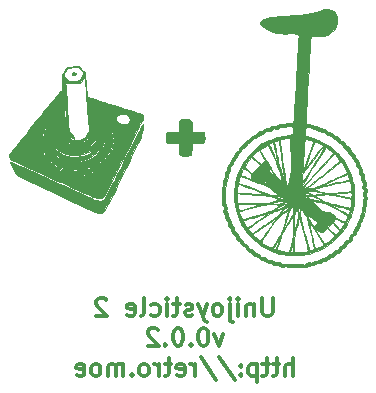
<source format=gbr>
G04 #@! TF.GenerationSoftware,KiCad,Pcbnew,(5.1.0-0)*
G04 #@! TF.CreationDate,2019-03-28T18:25:31-07:00*
G04 #@! TF.ProjectId,unijoysticle,756e696a-6f79-4737-9469-636c652e6b69,v0.0.1*
G04 #@! TF.SameCoordinates,Original*
G04 #@! TF.FileFunction,Legend,Bot*
G04 #@! TF.FilePolarity,Positive*
%FSLAX46Y46*%
G04 Gerber Fmt 4.6, Leading zero omitted, Abs format (unit mm)*
G04 Created by KiCad (PCBNEW (5.1.0-0)) date 2019-03-28 18:25:31*
%MOMM*%
%LPD*%
G04 APERTURE LIST*
%ADD10C,0.300000*%
%ADD11C,0.010000*%
G04 APERTURE END LIST*
D10*
X150176571Y-106864571D02*
X150176571Y-108078857D01*
X150105142Y-108221714D01*
X150033714Y-108293142D01*
X149890857Y-108364571D01*
X149605142Y-108364571D01*
X149462285Y-108293142D01*
X149390857Y-108221714D01*
X149319428Y-108078857D01*
X149319428Y-106864571D01*
X148605142Y-107364571D02*
X148605142Y-108364571D01*
X148605142Y-107507428D02*
X148533714Y-107436000D01*
X148390857Y-107364571D01*
X148176571Y-107364571D01*
X148033714Y-107436000D01*
X147962285Y-107578857D01*
X147962285Y-108364571D01*
X147248000Y-108364571D02*
X147248000Y-107364571D01*
X147248000Y-106864571D02*
X147319428Y-106936000D01*
X147248000Y-107007428D01*
X147176571Y-106936000D01*
X147248000Y-106864571D01*
X147248000Y-107007428D01*
X146533714Y-107364571D02*
X146533714Y-108650285D01*
X146605142Y-108793142D01*
X146748000Y-108864571D01*
X146819428Y-108864571D01*
X146533714Y-106864571D02*
X146605142Y-106936000D01*
X146533714Y-107007428D01*
X146462285Y-106936000D01*
X146533714Y-106864571D01*
X146533714Y-107007428D01*
X145605142Y-108364571D02*
X145748000Y-108293142D01*
X145819428Y-108221714D01*
X145890857Y-108078857D01*
X145890857Y-107650285D01*
X145819428Y-107507428D01*
X145748000Y-107436000D01*
X145605142Y-107364571D01*
X145390857Y-107364571D01*
X145248000Y-107436000D01*
X145176571Y-107507428D01*
X145105142Y-107650285D01*
X145105142Y-108078857D01*
X145176571Y-108221714D01*
X145248000Y-108293142D01*
X145390857Y-108364571D01*
X145605142Y-108364571D01*
X144605142Y-107364571D02*
X144248000Y-108364571D01*
X143890857Y-107364571D02*
X144248000Y-108364571D01*
X144390857Y-108721714D01*
X144462285Y-108793142D01*
X144605142Y-108864571D01*
X143390857Y-108293142D02*
X143248000Y-108364571D01*
X142962285Y-108364571D01*
X142819428Y-108293142D01*
X142748000Y-108150285D01*
X142748000Y-108078857D01*
X142819428Y-107936000D01*
X142962285Y-107864571D01*
X143176571Y-107864571D01*
X143319428Y-107793142D01*
X143390857Y-107650285D01*
X143390857Y-107578857D01*
X143319428Y-107436000D01*
X143176571Y-107364571D01*
X142962285Y-107364571D01*
X142819428Y-107436000D01*
X142319428Y-107364571D02*
X141748000Y-107364571D01*
X142105142Y-106864571D02*
X142105142Y-108150285D01*
X142033714Y-108293142D01*
X141890857Y-108364571D01*
X141748000Y-108364571D01*
X141248000Y-108364571D02*
X141248000Y-107364571D01*
X141248000Y-106864571D02*
X141319428Y-106936000D01*
X141248000Y-107007428D01*
X141176571Y-106936000D01*
X141248000Y-106864571D01*
X141248000Y-107007428D01*
X139890857Y-108293142D02*
X140033714Y-108364571D01*
X140319428Y-108364571D01*
X140462285Y-108293142D01*
X140533714Y-108221714D01*
X140605142Y-108078857D01*
X140605142Y-107650285D01*
X140533714Y-107507428D01*
X140462285Y-107436000D01*
X140319428Y-107364571D01*
X140033714Y-107364571D01*
X139890857Y-107436000D01*
X139033714Y-108364571D02*
X139176571Y-108293142D01*
X139248000Y-108150285D01*
X139248000Y-106864571D01*
X137890857Y-108293142D02*
X138033714Y-108364571D01*
X138319428Y-108364571D01*
X138462285Y-108293142D01*
X138533714Y-108150285D01*
X138533714Y-107578857D01*
X138462285Y-107436000D01*
X138319428Y-107364571D01*
X138033714Y-107364571D01*
X137890857Y-107436000D01*
X137819428Y-107578857D01*
X137819428Y-107721714D01*
X138533714Y-107864571D01*
X136105142Y-107007428D02*
X136033714Y-106936000D01*
X135890857Y-106864571D01*
X135533714Y-106864571D01*
X135390857Y-106936000D01*
X135319428Y-107007428D01*
X135248000Y-107150285D01*
X135248000Y-107293142D01*
X135319428Y-107507428D01*
X136176571Y-108364571D01*
X135248000Y-108364571D01*
X145962285Y-109914571D02*
X145605142Y-110914571D01*
X145248000Y-109914571D01*
X144390857Y-109414571D02*
X144248000Y-109414571D01*
X144105142Y-109486000D01*
X144033714Y-109557428D01*
X143962285Y-109700285D01*
X143890857Y-109986000D01*
X143890857Y-110343142D01*
X143962285Y-110628857D01*
X144033714Y-110771714D01*
X144105142Y-110843142D01*
X144248000Y-110914571D01*
X144390857Y-110914571D01*
X144533714Y-110843142D01*
X144605142Y-110771714D01*
X144676571Y-110628857D01*
X144748000Y-110343142D01*
X144748000Y-109986000D01*
X144676571Y-109700285D01*
X144605142Y-109557428D01*
X144533714Y-109486000D01*
X144390857Y-109414571D01*
X143248000Y-110771714D02*
X143176571Y-110843142D01*
X143248000Y-110914571D01*
X143319428Y-110843142D01*
X143248000Y-110771714D01*
X143248000Y-110914571D01*
X142248000Y-109414571D02*
X142105142Y-109414571D01*
X141962285Y-109486000D01*
X141890857Y-109557428D01*
X141819428Y-109700285D01*
X141748000Y-109986000D01*
X141748000Y-110343142D01*
X141819428Y-110628857D01*
X141890857Y-110771714D01*
X141962285Y-110843142D01*
X142105142Y-110914571D01*
X142248000Y-110914571D01*
X142390857Y-110843142D01*
X142462285Y-110771714D01*
X142533714Y-110628857D01*
X142605142Y-110343142D01*
X142605142Y-109986000D01*
X142533714Y-109700285D01*
X142462285Y-109557428D01*
X142390857Y-109486000D01*
X142248000Y-109414571D01*
X141105142Y-110771714D02*
X141033714Y-110843142D01*
X141105142Y-110914571D01*
X141176571Y-110843142D01*
X141105142Y-110771714D01*
X141105142Y-110914571D01*
X140462285Y-109557428D02*
X140390857Y-109486000D01*
X140248000Y-109414571D01*
X139890857Y-109414571D01*
X139748000Y-109486000D01*
X139676571Y-109557428D01*
X139605142Y-109700285D01*
X139605142Y-109843142D01*
X139676571Y-110057428D01*
X140533714Y-110914571D01*
X139605142Y-110914571D01*
X151890857Y-113464571D02*
X151890857Y-111964571D01*
X151248000Y-113464571D02*
X151248000Y-112678857D01*
X151319428Y-112536000D01*
X151462285Y-112464571D01*
X151676571Y-112464571D01*
X151819428Y-112536000D01*
X151890857Y-112607428D01*
X150748000Y-112464571D02*
X150176571Y-112464571D01*
X150533714Y-111964571D02*
X150533714Y-113250285D01*
X150462285Y-113393142D01*
X150319428Y-113464571D01*
X150176571Y-113464571D01*
X149890857Y-112464571D02*
X149319428Y-112464571D01*
X149676571Y-111964571D02*
X149676571Y-113250285D01*
X149605142Y-113393142D01*
X149462285Y-113464571D01*
X149319428Y-113464571D01*
X148819428Y-112464571D02*
X148819428Y-113964571D01*
X148819428Y-112536000D02*
X148676571Y-112464571D01*
X148390857Y-112464571D01*
X148248000Y-112536000D01*
X148176571Y-112607428D01*
X148105142Y-112750285D01*
X148105142Y-113178857D01*
X148176571Y-113321714D01*
X148248000Y-113393142D01*
X148390857Y-113464571D01*
X148676571Y-113464571D01*
X148819428Y-113393142D01*
X147462285Y-113321714D02*
X147390857Y-113393142D01*
X147462285Y-113464571D01*
X147533714Y-113393142D01*
X147462285Y-113321714D01*
X147462285Y-113464571D01*
X147462285Y-112536000D02*
X147390857Y-112607428D01*
X147462285Y-112678857D01*
X147533714Y-112607428D01*
X147462285Y-112536000D01*
X147462285Y-112678857D01*
X145676571Y-111893142D02*
X146962285Y-113821714D01*
X144105142Y-111893142D02*
X145390857Y-113821714D01*
X143605142Y-113464571D02*
X143605142Y-112464571D01*
X143605142Y-112750285D02*
X143533714Y-112607428D01*
X143462285Y-112536000D01*
X143319428Y-112464571D01*
X143176571Y-112464571D01*
X142105142Y-113393142D02*
X142248000Y-113464571D01*
X142533714Y-113464571D01*
X142676571Y-113393142D01*
X142748000Y-113250285D01*
X142748000Y-112678857D01*
X142676571Y-112536000D01*
X142533714Y-112464571D01*
X142248000Y-112464571D01*
X142105142Y-112536000D01*
X142033714Y-112678857D01*
X142033714Y-112821714D01*
X142748000Y-112964571D01*
X141605142Y-112464571D02*
X141033714Y-112464571D01*
X141390857Y-111964571D02*
X141390857Y-113250285D01*
X141319428Y-113393142D01*
X141176571Y-113464571D01*
X141033714Y-113464571D01*
X140533714Y-113464571D02*
X140533714Y-112464571D01*
X140533714Y-112750285D02*
X140462285Y-112607428D01*
X140390857Y-112536000D01*
X140248000Y-112464571D01*
X140105142Y-112464571D01*
X139390857Y-113464571D02*
X139533714Y-113393142D01*
X139605142Y-113321714D01*
X139676571Y-113178857D01*
X139676571Y-112750285D01*
X139605142Y-112607428D01*
X139533714Y-112536000D01*
X139390857Y-112464571D01*
X139176571Y-112464571D01*
X139033714Y-112536000D01*
X138962285Y-112607428D01*
X138890857Y-112750285D01*
X138890857Y-113178857D01*
X138962285Y-113321714D01*
X139033714Y-113393142D01*
X139176571Y-113464571D01*
X139390857Y-113464571D01*
X138248000Y-113321714D02*
X138176571Y-113393142D01*
X138248000Y-113464571D01*
X138319428Y-113393142D01*
X138248000Y-113321714D01*
X138248000Y-113464571D01*
X137533714Y-113464571D02*
X137533714Y-112464571D01*
X137533714Y-112607428D02*
X137462285Y-112536000D01*
X137319428Y-112464571D01*
X137105142Y-112464571D01*
X136962285Y-112536000D01*
X136890857Y-112678857D01*
X136890857Y-113464571D01*
X136890857Y-112678857D02*
X136819428Y-112536000D01*
X136676571Y-112464571D01*
X136462285Y-112464571D01*
X136319428Y-112536000D01*
X136248000Y-112678857D01*
X136248000Y-113464571D01*
X135319428Y-113464571D02*
X135462285Y-113393142D01*
X135533714Y-113321714D01*
X135605142Y-113178857D01*
X135605142Y-112750285D01*
X135533714Y-112607428D01*
X135462285Y-112536000D01*
X135319428Y-112464571D01*
X135105142Y-112464571D01*
X134962285Y-112536000D01*
X134890857Y-112607428D01*
X134819428Y-112750285D01*
X134819428Y-113178857D01*
X134890857Y-113321714D01*
X134962285Y-113393142D01*
X135105142Y-113464571D01*
X135319428Y-113464571D01*
X133605142Y-113393142D02*
X133748000Y-113464571D01*
X134033714Y-113464571D01*
X134176571Y-113393142D01*
X134248000Y-113250285D01*
X134248000Y-112678857D01*
X134176571Y-112536000D01*
X134033714Y-112464571D01*
X133748000Y-112464571D01*
X133605142Y-112536000D01*
X133533714Y-112678857D01*
X133533714Y-112821714D01*
X134248000Y-112964571D01*
D11*
G36*
X154565941Y-82434956D02*
G01*
X154186813Y-82534659D01*
X154126519Y-82555525D01*
X153825141Y-82643896D01*
X153439048Y-82726940D01*
X152982691Y-82802657D01*
X152470517Y-82869044D01*
X151916976Y-82924101D01*
X151336516Y-82965827D01*
X151060547Y-82980170D01*
X150680849Y-83006640D01*
X150310091Y-83049322D01*
X149968713Y-83104681D01*
X149677153Y-83169179D01*
X149455852Y-83239282D01*
X149389212Y-83269318D01*
X149255449Y-83356264D01*
X149158138Y-83442562D01*
X149099927Y-83518127D01*
X149097940Y-83584004D01*
X149151043Y-83686367D01*
X149152113Y-83688179D01*
X149307174Y-83867907D01*
X149542366Y-84035042D01*
X149838819Y-84183592D01*
X150177663Y-84307564D01*
X150540031Y-84400963D01*
X150907052Y-84457798D01*
X151259859Y-84472075D01*
X151537347Y-84445775D01*
X151733313Y-84417438D01*
X151876321Y-84416343D01*
X152009409Y-84444655D01*
X152094709Y-84473816D01*
X152236057Y-84529020D01*
X152336609Y-84574210D01*
X152361710Y-84589117D01*
X152371541Y-84647033D01*
X152373689Y-84785116D01*
X152368443Y-84984634D01*
X152356092Y-85226855D01*
X152350528Y-85312656D01*
X152330800Y-85610899D01*
X152307927Y-85971356D01*
X152284193Y-86357172D01*
X152261883Y-86731491D01*
X152252208Y-86898758D01*
X152224783Y-87376681D01*
X152193673Y-87915198D01*
X152160195Y-88491764D01*
X152125667Y-89083837D01*
X152091406Y-89668870D01*
X152058730Y-90224320D01*
X152028957Y-90727643D01*
X152003404Y-91156295D01*
X152001544Y-91187327D01*
X151976393Y-91546469D01*
X151949848Y-91807715D01*
X151921740Y-91972379D01*
X151891899Y-92041776D01*
X151891042Y-92042358D01*
X151807969Y-92059640D01*
X151668395Y-92058450D01*
X151594718Y-92051126D01*
X151408658Y-92042850D01*
X151274083Y-92079961D01*
X151234544Y-92102941D01*
X151119466Y-92155805D01*
X151019800Y-92137041D01*
X151008558Y-92131274D01*
X150858560Y-92103359D01*
X150692602Y-92156010D01*
X150603006Y-92219299D01*
X150469937Y-92272015D01*
X150371297Y-92265068D01*
X150230582Y-92266391D01*
X150077905Y-92336435D01*
X150045287Y-92357817D01*
X149903548Y-92434828D01*
X149770885Y-92477061D01*
X149740434Y-92479813D01*
X149538797Y-92524589D01*
X149368735Y-92643950D01*
X149331474Y-92689456D01*
X149257085Y-92754558D01*
X149204852Y-92761316D01*
X149102254Y-92764210D01*
X148969170Y-92816079D01*
X148846257Y-92896740D01*
X148780676Y-92971869D01*
X148704261Y-93053928D01*
X148640344Y-93076883D01*
X148481152Y-93121764D01*
X148335035Y-93229902D01*
X148265344Y-93326314D01*
X148185900Y-93423432D01*
X148107543Y-93464280D01*
X147955486Y-93535388D01*
X147827478Y-93670236D01*
X147781379Y-93758525D01*
X147713349Y-93859624D01*
X147650647Y-93902343D01*
X147521850Y-93974939D01*
X147409690Y-94081735D01*
X147345319Y-94190526D01*
X147339844Y-94223645D01*
X147301033Y-94310792D01*
X147207269Y-94397851D01*
X147203418Y-94400350D01*
X147038576Y-94530043D01*
X146958026Y-94660587D01*
X146944546Y-94748298D01*
X146904256Y-94856366D01*
X146826591Y-94935029D01*
X146699176Y-95064235D01*
X146613998Y-95235747D01*
X146594846Y-95347088D01*
X146560276Y-95437438D01*
X146477543Y-95541900D01*
X146470823Y-95548399D01*
X146369724Y-95698081D01*
X146347656Y-95842857D01*
X146303955Y-96040918D01*
X146236954Y-96138325D01*
X146155230Y-96268294D01*
X146132125Y-96440402D01*
X146132588Y-96463983D01*
X146113250Y-96650088D01*
X146057255Y-96763899D01*
X146000521Y-96882067D01*
X145966178Y-97069976D01*
X145961320Y-97135969D01*
X145948399Y-97355122D01*
X145931522Y-97598746D01*
X145922577Y-97713602D01*
X145908980Y-97923109D01*
X145900991Y-98133233D01*
X145900011Y-98234500D01*
X145900805Y-98423504D01*
X145900581Y-98640320D01*
X145900161Y-98725156D01*
X145918359Y-98945497D01*
X145975881Y-99078160D01*
X145977382Y-99079844D01*
X146030412Y-99185288D01*
X146024266Y-99338046D01*
X146022815Y-99345950D01*
X146016760Y-99514367D01*
X146080195Y-99658842D01*
X146081645Y-99660989D01*
X146147409Y-99815303D01*
X146176178Y-100004814D01*
X146176350Y-100014302D01*
X146195584Y-100182776D01*
X146257409Y-100291972D01*
X146287971Y-100319911D01*
X146374784Y-100439293D01*
X146397266Y-100540147D01*
X146440379Y-100744020D01*
X146555958Y-100913911D01*
X146603576Y-100953426D01*
X146674927Y-101051037D01*
X146694922Y-101142723D01*
X146734660Y-101333988D01*
X146846288Y-101469979D01*
X146921180Y-101509866D01*
X147022871Y-101590082D01*
X147043291Y-101668721D01*
X147088116Y-101819086D01*
X147202937Y-101963039D01*
X147327441Y-102050361D01*
X147413074Y-102126222D01*
X147439062Y-102196348D01*
X147478927Y-102301374D01*
X147574432Y-102409265D01*
X147689443Y-102485180D01*
X147754899Y-102500906D01*
X147834718Y-102545390D01*
X147891839Y-102646461D01*
X147976863Y-102787496D01*
X148105694Y-102897699D01*
X148242099Y-102946972D01*
X148254126Y-102947391D01*
X148332013Y-102987040D01*
X148387999Y-103059012D01*
X148513377Y-103217766D01*
X148669030Y-103289744D01*
X148708894Y-103293079D01*
X148803218Y-103327157D01*
X148927808Y-103412252D01*
X148996904Y-103473354D01*
X149135164Y-103588667D01*
X149241063Y-103628968D01*
X149285952Y-103624582D01*
X149402004Y-103637714D01*
X149548201Y-103735253D01*
X149559294Y-103744875D01*
X149706333Y-103848430D01*
X149847387Y-103882269D01*
X149897515Y-103881196D01*
X150051480Y-103897805D01*
X150136475Y-103964159D01*
X150221749Y-104029854D01*
X150369037Y-104061473D01*
X150453337Y-104066430D01*
X150627226Y-104087731D01*
X150774883Y-104132503D01*
X150817481Y-104155764D01*
X150965562Y-104223854D01*
X151106067Y-104230140D01*
X151188227Y-104188929D01*
X151270998Y-104174279D01*
X151384184Y-104217497D01*
X151589619Y-104272061D01*
X151705469Y-104265868D01*
X151824139Y-104247570D01*
X151913857Y-104240829D01*
X152014223Y-104245808D01*
X152164835Y-104262672D01*
X152208232Y-104267943D01*
X152373458Y-104275043D01*
X152464422Y-104249606D01*
X152472363Y-104240554D01*
X152548103Y-104208811D01*
X152709675Y-104212618D01*
X152750618Y-104217557D01*
X152935873Y-104228333D01*
X153052250Y-104198679D01*
X153077084Y-104181570D01*
X153173861Y-104140952D01*
X153324871Y-104116166D01*
X153404277Y-104112659D01*
X153584536Y-104097744D01*
X153689946Y-104050124D01*
X153712118Y-104025843D01*
X153823632Y-103957017D01*
X153976760Y-103939578D01*
X154182789Y-103903973D01*
X154325718Y-103815555D01*
X154457758Y-103733023D01*
X154589345Y-103692408D01*
X154606192Y-103691531D01*
X154746546Y-103649778D01*
X154888101Y-103542703D01*
X155017032Y-103443410D01*
X155140653Y-103395226D01*
X155159391Y-103393875D01*
X155268433Y-103361395D01*
X155388846Y-103282570D01*
X155486030Y-103185329D01*
X155525391Y-103098474D01*
X155567598Y-103058639D01*
X155642170Y-103046610D01*
X155757408Y-103012676D01*
X155881605Y-102929718D01*
X155980913Y-102826000D01*
X156021484Y-102729860D01*
X156063247Y-102660023D01*
X156133105Y-102622571D01*
X156297157Y-102534682D01*
X156430063Y-102396647D01*
X156489521Y-102272960D01*
X156537631Y-102182090D01*
X156591005Y-102153641D01*
X156691897Y-102110990D01*
X156792412Y-102003958D01*
X156866206Y-101863921D01*
X156882096Y-101806929D01*
X156939259Y-101685520D01*
X157012178Y-101633217D01*
X157108269Y-101562981D01*
X157197919Y-101437650D01*
X157254320Y-101299235D01*
X157261719Y-101242147D01*
X157294637Y-101163533D01*
X157376897Y-101055803D01*
X157410547Y-101020257D01*
X157528817Y-100857979D01*
X157559375Y-100714335D01*
X157601626Y-100546884D01*
X157668131Y-100469175D01*
X157752179Y-100356047D01*
X157781836Y-100183415D01*
X157781965Y-100178732D01*
X157812739Y-99998470D01*
X157879501Y-99874190D01*
X157949488Y-99738439D01*
X157968460Y-99540572D01*
X157983300Y-99366496D01*
X158025504Y-99221592D01*
X158041355Y-99192529D01*
X158095222Y-99028489D01*
X158087767Y-98891183D01*
X158083363Y-98718136D01*
X158113739Y-98551932D01*
X158116202Y-98544878D01*
X158145723Y-98412003D01*
X157901599Y-98412003D01*
X157863072Y-98501613D01*
X157850916Y-98511131D01*
X157818770Y-98586122D01*
X157819409Y-98744338D01*
X157824306Y-98791410D01*
X157831805Y-98984128D01*
X157796044Y-99120168D01*
X157774478Y-99157734D01*
X157717234Y-99334158D01*
X157723187Y-99448632D01*
X157721536Y-99611899D01*
X157645724Y-99752680D01*
X157564844Y-99913272D01*
X157537588Y-100066242D01*
X157494307Y-100262748D01*
X157422949Y-100388041D01*
X157346421Y-100521185D01*
X157311537Y-100652695D01*
X157311328Y-100661003D01*
X157264918Y-100804707D01*
X157162500Y-100922688D01*
X157040916Y-101075055D01*
X157013670Y-101194184D01*
X156980850Y-101322573D01*
X156871732Y-101447382D01*
X156840038Y-101473627D01*
X156709154Y-101610329D01*
X156666406Y-101731748D01*
X156633009Y-101836644D01*
X156520709Y-101920166D01*
X156501694Y-101929490D01*
X156337289Y-102060271D01*
X156252712Y-102198655D01*
X156170038Y-102338562D01*
X156065387Y-102407324D01*
X156018352Y-102419677D01*
X155893476Y-102474476D01*
X155807888Y-102595702D01*
X155795380Y-102624129D01*
X155716621Y-102755183D01*
X155621950Y-102798494D01*
X155617399Y-102798563D01*
X155522140Y-102833081D01*
X155402189Y-102920408D01*
X155348545Y-102972195D01*
X155235770Y-103075110D01*
X155137239Y-103137368D01*
X155104579Y-103145828D01*
X154987751Y-103171024D01*
X154862868Y-103232241D01*
X154765737Y-103307924D01*
X154731641Y-103370344D01*
X154691182Y-103425419D01*
X154564910Y-103443479D01*
X154561814Y-103443485D01*
X154363525Y-103490572D01*
X154244594Y-103567508D01*
X154059762Y-103670431D01*
X153901211Y-103691531D01*
X153711566Y-103723410D01*
X153617042Y-103788968D01*
X153534126Y-103852071D01*
X153421531Y-103867681D01*
X153323519Y-103858260D01*
X153164098Y-103851721D01*
X153047941Y-103893540D01*
X152994732Y-103932805D01*
X152884328Y-104014952D01*
X152817923Y-104031171D01*
X152770810Y-103987118D01*
X152769139Y-103984444D01*
X152696847Y-103953376D01*
X152558644Y-103960469D01*
X152555371Y-103961024D01*
X152375917Y-103983877D01*
X152162613Y-103999317D01*
X151940852Y-104007013D01*
X151736029Y-104006633D01*
X151573537Y-103997847D01*
X151478771Y-103980324D01*
X151469424Y-103975178D01*
X151385756Y-103951688D01*
X151245657Y-103947836D01*
X151171768Y-103953695D01*
X150995455Y-103960292D01*
X150882496Y-103927120D01*
X150849829Y-103902914D01*
X150747155Y-103852544D01*
X150596384Y-103821436D01*
X150546125Y-103817875D01*
X150372258Y-103791275D01*
X150251376Y-103732383D01*
X150244804Y-103726235D01*
X150118900Y-103662079D01*
X149944135Y-103641922D01*
X149799395Y-103632045D01*
X149724111Y-103594824D01*
X149696326Y-103542819D01*
X149622933Y-103456620D01*
X149486577Y-103397613D01*
X149322781Y-103380955D01*
X149317718Y-103381275D01*
X149233952Y-103351227D01*
X149126203Y-103269659D01*
X149097597Y-103241519D01*
X148939569Y-103124714D01*
X148817287Y-103096219D01*
X148691712Y-103065854D01*
X148645543Y-103009402D01*
X148562885Y-102866666D01*
X148441439Y-102753778D01*
X148314533Y-102700388D01*
X148297022Y-102699344D01*
X148191279Y-102665578D01*
X148149569Y-102612527D01*
X148089990Y-102507211D01*
X147994160Y-102392316D01*
X147890930Y-102297742D01*
X147809151Y-102253389D01*
X147802517Y-102252860D01*
X147743089Y-102211320D01*
X147678620Y-102108779D01*
X147666879Y-102082522D01*
X147578726Y-101945400D01*
X147460822Y-101842685D01*
X147451811Y-101837772D01*
X147321236Y-101722679D01*
X147246803Y-101559386D01*
X147167535Y-101389417D01*
X147064330Y-101309269D01*
X146971143Y-101243644D01*
X146943054Y-101124862D01*
X146942969Y-101114798D01*
X146899193Y-100951019D01*
X146794141Y-100796962D01*
X146702275Y-100665890D01*
X146649937Y-100539968D01*
X146645313Y-100504270D01*
X146614926Y-100379658D01*
X146541554Y-100249215D01*
X146538907Y-100245811D01*
X146451301Y-100066019D01*
X146423431Y-99892803D01*
X146398131Y-99729548D01*
X146345971Y-99602572D01*
X146331023Y-99582982D01*
X146271274Y-99456184D01*
X146277855Y-99340048D01*
X146276781Y-99172285D01*
X146241436Y-99071518D01*
X146203908Y-98972407D01*
X146176910Y-98818697D01*
X146158769Y-98595974D01*
X146147813Y-98289823D01*
X146147156Y-98259305D01*
X146149585Y-98132994D01*
X146158948Y-97949288D01*
X146172057Y-97763211D01*
X146188990Y-97546585D01*
X146204838Y-97333138D01*
X146214586Y-97192703D01*
X146244257Y-97020147D01*
X146300191Y-96865739D01*
X146318847Y-96833129D01*
X146387269Y-96643230D01*
X146384598Y-96535472D01*
X146390060Y-96384440D01*
X146468476Y-96245747D01*
X146479374Y-96232489D01*
X146576567Y-96051972D01*
X146587547Y-95934042D01*
X146611065Y-95780185D01*
X146710369Y-95643875D01*
X146804932Y-95513311D01*
X146843724Y-95383676D01*
X146843750Y-95380885D01*
X146889650Y-95240450D01*
X147017383Y-95087518D01*
X147130554Y-94955431D01*
X147189218Y-94833648D01*
X147192927Y-94805596D01*
X147243969Y-94680028D01*
X147354157Y-94587541D01*
X147489381Y-94460650D01*
X147529246Y-94351155D01*
X147576393Y-94231806D01*
X147698967Y-94150320D01*
X147702878Y-94148670D01*
X147880339Y-94045347D01*
X147974620Y-93912358D01*
X147991830Y-93850467D01*
X148051158Y-93769349D01*
X148176936Y-93703418D01*
X148182319Y-93701639D01*
X148350284Y-93604611D01*
X148455171Y-93486313D01*
X148571918Y-93358334D01*
X148673439Y-93325083D01*
X148785853Y-93286011D01*
X148918556Y-93186215D01*
X148955362Y-93149539D01*
X149104083Y-93023114D01*
X149243905Y-92976785D01*
X149267677Y-92975906D01*
X149429153Y-92930384D01*
X149513793Y-92851883D01*
X149616530Y-92761642D01*
X149756836Y-92729144D01*
X149806402Y-92727860D01*
X149981657Y-92701099D01*
X150112323Y-92609835D01*
X150114282Y-92607760D01*
X150218748Y-92524510D01*
X150338158Y-92507955D01*
X150398930Y-92515543D01*
X150564884Y-92513922D01*
X150714297Y-92437297D01*
X150827283Y-92369011D01*
X150918676Y-92364131D01*
X150979464Y-92386582D01*
X151091130Y-92415056D01*
X151212143Y-92384972D01*
X151263175Y-92361134D01*
X151431092Y-92307510D01*
X151633871Y-92308290D01*
X151666700Y-92312300D01*
X151908135Y-92344328D01*
X151893618Y-92672517D01*
X151879102Y-93000706D01*
X151507031Y-93060490D01*
X151191047Y-93111909D01*
X150947398Y-93154926D01*
X150750407Y-93196561D01*
X150574395Y-93243830D01*
X150393685Y-93303751D01*
X150182599Y-93383343D01*
X149915458Y-93489622D01*
X149869922Y-93507915D01*
X149544883Y-93642582D01*
X149303156Y-93752957D01*
X149133608Y-93845152D01*
X149025106Y-93925275D01*
X148966516Y-93999439D01*
X148963649Y-94005301D01*
X148907209Y-94090543D01*
X148864948Y-94116922D01*
X148803387Y-94151309D01*
X148692841Y-94243331D01*
X148550030Y-94376275D01*
X148391675Y-94533433D01*
X148234496Y-94698093D01*
X148095215Y-94853544D01*
X147990550Y-94983076D01*
X147971452Y-95009891D01*
X147702007Y-95417787D01*
X147488998Y-95777660D01*
X147321558Y-96114389D01*
X147188821Y-96452854D01*
X147079920Y-96817933D01*
X146983989Y-97234505D01*
X146970194Y-97302233D01*
X146901373Y-97860449D01*
X146906283Y-98454415D01*
X146981647Y-99057320D01*
X147124186Y-99642352D01*
X147319321Y-100158219D01*
X147383857Y-100302907D01*
X147427331Y-100407233D01*
X147439062Y-100442600D01*
X147463110Y-100492577D01*
X147526924Y-100605054D01*
X147618013Y-100758186D01*
X147643979Y-100800911D01*
X147838644Y-101099981D01*
X148044416Y-101371212D01*
X148280394Y-101636466D01*
X148565681Y-101917602D01*
X148828125Y-102156134D01*
X149110168Y-102370068D01*
X149466676Y-102584252D01*
X149873631Y-102786898D01*
X150307012Y-102966221D01*
X150742799Y-103110434D01*
X150812500Y-103129830D01*
X151027277Y-103170337D01*
X151313373Y-103199330D01*
X151646999Y-103216841D01*
X152004364Y-103222899D01*
X152361676Y-103217535D01*
X152695147Y-103200781D01*
X152980984Y-103172665D01*
X153195398Y-103133220D01*
X153218555Y-103126738D01*
X153829034Y-102920377D01*
X153931725Y-102874792D01*
X153183667Y-102874792D01*
X153115044Y-102900324D01*
X152973242Y-102927868D01*
X152784153Y-102954051D01*
X152573669Y-102975502D01*
X152367683Y-102988846D01*
X152289998Y-102991201D01*
X151956754Y-102997000D01*
X151965662Y-102770743D01*
X151900722Y-102770743D01*
X151894911Y-102898712D01*
X151877430Y-102966176D01*
X151843148Y-102992488D01*
X151786939Y-102996999D01*
X151784950Y-102997000D01*
X151665994Y-102997000D01*
X151762362Y-102612527D01*
X151809965Y-102425559D01*
X151849728Y-102274748D01*
X151874516Y-102187011D01*
X151877401Y-102178445D01*
X151886040Y-102201343D01*
X151893502Y-102304306D01*
X151898661Y-102468183D01*
X151899990Y-102562918D01*
X151900722Y-102770743D01*
X151965662Y-102770743D01*
X151982634Y-102339676D01*
X151997615Y-102055061D01*
X152021162Y-101803204D01*
X152057918Y-101554059D01*
X152112526Y-101277583D01*
X152189627Y-100943728D01*
X152213465Y-100845720D01*
X152295629Y-100522524D01*
X152362015Y-100287592D01*
X152411770Y-100143585D01*
X152444036Y-100093164D01*
X152452573Y-100101579D01*
X152483066Y-100197249D01*
X152531932Y-100366075D01*
X152595312Y-100593425D01*
X152669349Y-100864665D01*
X152750186Y-101165164D01*
X152833965Y-101480288D01*
X152916829Y-101795405D01*
X152994919Y-102095882D01*
X153064379Y-102367088D01*
X153121351Y-102594388D01*
X153161977Y-102763151D01*
X153182399Y-102858744D01*
X153183667Y-102874792D01*
X153931725Y-102874792D01*
X154361405Y-102684056D01*
X154834913Y-102406961D01*
X154954437Y-102316418D01*
X154483594Y-102316418D01*
X154442011Y-102354756D01*
X154331541Y-102421570D01*
X154173603Y-102504232D01*
X154123926Y-102528434D01*
X153764258Y-102700914D01*
X153740172Y-102599578D01*
X153647977Y-102599578D01*
X153643297Y-102688672D01*
X153581532Y-102745456D01*
X153491406Y-102780935D01*
X153369766Y-102810819D01*
X153291745Y-102810517D01*
X153284824Y-102806286D01*
X153264066Y-102751832D01*
X153221388Y-102613655D01*
X153160270Y-102403945D01*
X153084190Y-102134891D01*
X152996626Y-101818685D01*
X152901058Y-101467515D01*
X152872078Y-101359891D01*
X152755693Y-100921868D01*
X152664940Y-100568388D01*
X152597507Y-100288791D01*
X152551080Y-100072417D01*
X152523348Y-99908605D01*
X152513898Y-99807122D01*
X152358856Y-99807122D01*
X152348755Y-99924476D01*
X152319769Y-100085062D01*
X152269437Y-100307399D01*
X152209073Y-100554578D01*
X152027930Y-101284840D01*
X152014217Y-100525298D01*
X152010285Y-100256880D01*
X151943038Y-100256880D01*
X151938411Y-100549507D01*
X151931390Y-100789383D01*
X151917488Y-101149462D01*
X151900961Y-101435968D01*
X151878804Y-101674547D01*
X151848013Y-101890845D01*
X151805583Y-102110506D01*
X151748507Y-102359177D01*
X151746446Y-102367731D01*
X151593104Y-103003500D01*
X151388837Y-102973304D01*
X151230472Y-102945639D01*
X151024758Y-102904171D01*
X150849707Y-102865491D01*
X150683853Y-102826109D01*
X150564158Y-102795894D01*
X150515219Y-102781070D01*
X150515069Y-102780816D01*
X150531418Y-102716268D01*
X150574219Y-102579619D01*
X150636156Y-102392065D01*
X150709912Y-102174800D01*
X150788169Y-101949020D01*
X150812342Y-101880737D01*
X150702328Y-101880737D01*
X150689120Y-101962546D01*
X150649975Y-102109019D01*
X150601412Y-102265181D01*
X150528077Y-102483628D01*
X150474021Y-102622466D01*
X150430373Y-102697226D01*
X150388260Y-102723440D01*
X150342825Y-102717905D01*
X150253089Y-102685750D01*
X150222928Y-102669982D01*
X150238351Y-102623799D01*
X150293919Y-102516304D01*
X150376518Y-102369899D01*
X150473037Y-102206986D01*
X150570361Y-102049967D01*
X150655380Y-101921245D01*
X150686400Y-101878162D01*
X150702328Y-101880737D01*
X150812342Y-101880737D01*
X150863610Y-101735919D01*
X150928918Y-101556692D01*
X150976775Y-101432534D01*
X150994129Y-101393175D01*
X151051579Y-101289751D01*
X151145612Y-101129443D01*
X151265355Y-100929904D01*
X151399937Y-100708790D01*
X151538485Y-100483754D01*
X151670126Y-100272450D01*
X151783990Y-100092534D01*
X151869205Y-99961659D01*
X151914897Y-99897480D01*
X151915877Y-99896414D01*
X151931676Y-99924864D01*
X151940761Y-100046843D01*
X151943038Y-100256880D01*
X152010285Y-100256880D01*
X152009904Y-100230938D01*
X152010524Y-100016955D01*
X152017962Y-99864554D01*
X152034102Y-99754940D01*
X152060829Y-99669318D01*
X152100026Y-99588894D01*
X152109857Y-99571191D01*
X152180229Y-99461047D01*
X152233138Y-99405066D01*
X152246751Y-99404168D01*
X152277011Y-99465346D01*
X152318911Y-99584414D01*
X152332255Y-99628013D01*
X152352535Y-99714475D01*
X152358856Y-99807122D01*
X152513898Y-99807122D01*
X152511996Y-99786697D01*
X152513553Y-99707459D01*
X152538133Y-99526567D01*
X152576458Y-99435141D01*
X152635760Y-99433169D01*
X152723270Y-99520644D01*
X152846221Y-99697555D01*
X152852320Y-99707023D01*
X152959774Y-99878252D01*
X153048372Y-100026847D01*
X153102017Y-100125628D01*
X153107467Y-100137822D01*
X153127449Y-100208992D01*
X153164226Y-100360524D01*
X153214127Y-100575697D01*
X153273480Y-100837788D01*
X153338614Y-101130076D01*
X153405857Y-101435838D01*
X153471538Y-101738351D01*
X153531985Y-102020894D01*
X153583526Y-102266745D01*
X153622490Y-102459181D01*
X153645206Y-102581481D01*
X153647977Y-102599578D01*
X153740172Y-102599578D01*
X153678581Y-102340461D01*
X153637422Y-102162945D01*
X153581538Y-101915857D01*
X153517067Y-101626627D01*
X153450145Y-101322685D01*
X153420729Y-101187795D01*
X153363931Y-100921722D01*
X153316827Y-100691896D01*
X153282627Y-100514743D01*
X153264539Y-100406689D01*
X153263129Y-100381007D01*
X153293841Y-100413709D01*
X153364789Y-100513528D01*
X153464032Y-100663188D01*
X153536374Y-100776345D01*
X153670714Y-100989211D01*
X153835371Y-101250082D01*
X154007690Y-101523066D01*
X154139319Y-101731570D01*
X154268083Y-101938411D01*
X154374934Y-102115547D01*
X154449866Y-102245979D01*
X154482871Y-102312708D01*
X154483594Y-102316418D01*
X154954437Y-102316418D01*
X155268803Y-102078278D01*
X155559832Y-101811151D01*
X155780205Y-101564169D01*
X155417358Y-101564169D01*
X155390417Y-101615565D01*
X155303032Y-101709427D01*
X155174602Y-101829316D01*
X155024527Y-101958797D01*
X154872205Y-102081433D01*
X154737037Y-102180787D01*
X154638421Y-102240422D01*
X154607545Y-102250307D01*
X154568379Y-102210864D01*
X154484235Y-102098564D01*
X154362815Y-101924630D01*
X154211823Y-101700286D01*
X154038960Y-101436751D01*
X153888209Y-101202284D01*
X153665469Y-100851976D01*
X153491133Y-100575047D01*
X153359678Y-100361592D01*
X153265582Y-100201707D01*
X153203322Y-100085487D01*
X153167375Y-100003027D01*
X153152219Y-99944421D01*
X153152330Y-99899766D01*
X153154698Y-99886759D01*
X153195025Y-99892044D01*
X153293404Y-99948262D01*
X153431920Y-100042524D01*
X153592654Y-100161944D01*
X153757689Y-100293634D01*
X153909109Y-100424707D01*
X153932208Y-100446002D01*
X153921900Y-100494918D01*
X153870277Y-100587530D01*
X153870197Y-100587652D01*
X153797141Y-100754927D01*
X153812666Y-100912183D01*
X153919786Y-101075244D01*
X153973651Y-101130991D01*
X154148564Y-101267445D01*
X154305108Y-101310048D01*
X154457315Y-101258728D01*
X154606283Y-101127728D01*
X154773524Y-100945176D01*
X155087446Y-101234423D01*
X155231606Y-101370075D01*
X155344961Y-101482045D01*
X155409462Y-101552295D01*
X155417358Y-101564169D01*
X155780205Y-101564169D01*
X156042703Y-101269976D01*
X156135310Y-101132734D01*
X155823047Y-101132734D01*
X155792213Y-101189278D01*
X155717103Y-101284298D01*
X155623804Y-101388642D01*
X155538405Y-101473162D01*
X155486992Y-101508707D01*
X155486560Y-101508719D01*
X155444607Y-101476722D01*
X155348855Y-101391162D01*
X155216597Y-101267687D01*
X155151274Y-101205357D01*
X154835354Y-100901995D01*
X154990238Y-100709263D01*
X155089554Y-100597751D01*
X155170207Y-100528161D01*
X155197392Y-100516531D01*
X155256653Y-100549972D01*
X155360886Y-100636463D01*
X155489028Y-100755259D01*
X155620014Y-100885614D01*
X155732780Y-101006782D01*
X155806261Y-101098016D01*
X155823047Y-101132734D01*
X156135310Y-101132734D01*
X156436547Y-100686312D01*
X156518510Y-100518272D01*
X156189743Y-100518272D01*
X156189101Y-100580367D01*
X156138315Y-100699055D01*
X156070304Y-100815419D01*
X155906629Y-101070484D01*
X155265483Y-100429338D01*
X155377906Y-100277277D01*
X155490329Y-100125217D01*
X155817918Y-100300703D01*
X155982735Y-100391327D01*
X156114031Y-100467814D01*
X156186188Y-100515175D01*
X156189743Y-100518272D01*
X156518510Y-100518272D01*
X156740259Y-100063651D01*
X156778282Y-99945868D01*
X156500359Y-99945868D01*
X156472827Y-100073268D01*
X156413162Y-100224781D01*
X156342082Y-100352704D01*
X156267749Y-100466151D01*
X155884168Y-100259233D01*
X155709520Y-100160472D01*
X155571487Y-100073863D01*
X155491514Y-100013222D01*
X155480523Y-99999169D01*
X155436344Y-99936305D01*
X155344407Y-99831877D01*
X155305482Y-99791405D01*
X154505764Y-99791405D01*
X154486591Y-99778465D01*
X153044922Y-99778465D01*
X153027082Y-99820646D01*
X152979521Y-99777212D01*
X152939327Y-99710379D01*
X152902948Y-99634989D01*
X152921812Y-99634880D01*
X152962386Y-99666844D01*
X153029157Y-99739946D01*
X153044922Y-99778465D01*
X154486591Y-99778465D01*
X154462236Y-99762029D01*
X154348976Y-99672614D01*
X154322363Y-99651330D01*
X154198290Y-99548951D01*
X154112921Y-99472574D01*
X154086719Y-99442208D01*
X154118171Y-99437543D01*
X154197643Y-99486529D01*
X154302805Y-99572849D01*
X154409180Y-99677842D01*
X154485949Y-99762693D01*
X154505764Y-99791405D01*
X155305482Y-99791405D01*
X155268886Y-99753355D01*
X155242096Y-99728089D01*
X154632422Y-99728089D01*
X154615126Y-99769683D01*
X154558686Y-99727274D01*
X154532261Y-99696841D01*
X154496065Y-99643057D01*
X154535260Y-99646695D01*
X154550991Y-99652539D01*
X154620876Y-99700989D01*
X154632422Y-99728089D01*
X155242096Y-99728089D01*
X155150980Y-99642160D01*
X155060963Y-99589346D01*
X154960343Y-99579551D01*
X154860595Y-99590390D01*
X154645616Y-99591641D01*
X154452115Y-99526024D01*
X154357829Y-99465032D01*
X154231634Y-99363968D01*
X152480046Y-99363968D01*
X152474963Y-99499469D01*
X152472704Y-99511398D01*
X152434944Y-99697977D01*
X152368077Y-99477000D01*
X152336517Y-99337375D01*
X152333348Y-99237462D01*
X152339696Y-99221982D01*
X152200417Y-99221982D01*
X152179239Y-99306647D01*
X152114746Y-99433917D01*
X152056118Y-99527557D01*
X152027891Y-99540851D01*
X152021752Y-99516750D01*
X151943685Y-99516750D01*
X151933196Y-99612105D01*
X151904288Y-99710713D01*
X151849377Y-99830392D01*
X151760881Y-99988962D01*
X151631218Y-100204243D01*
X151542823Y-100348059D01*
X151403482Y-100570849D01*
X151283054Y-100757083D01*
X151190509Y-100893389D01*
X151134820Y-100966398D01*
X151122756Y-100974070D01*
X151133630Y-100917451D01*
X151171382Y-100782818D01*
X151231174Y-100586169D01*
X151308164Y-100343501D01*
X151380587Y-100121845D01*
X151496277Y-99782840D01*
X151590898Y-99530747D01*
X151652657Y-99391721D01*
X151548033Y-99391721D01*
X151543653Y-99407773D01*
X151521602Y-99465893D01*
X151474473Y-99603769D01*
X151407173Y-99806578D01*
X151324609Y-100059498D01*
X151231690Y-100347706D01*
X151209406Y-100417313D01*
X151106296Y-100736614D01*
X151018405Y-100995327D01*
X150936175Y-101213493D01*
X150850047Y-101411153D01*
X150750460Y-101608346D01*
X150627857Y-101825114D01*
X150472678Y-102081498D01*
X150275364Y-102397536D01*
X150231893Y-102466664D01*
X150112982Y-102655663D01*
X149731002Y-102450083D01*
X149546940Y-102347714D01*
X149389637Y-102254248D01*
X149285278Y-102185445D01*
X149266518Y-102170480D01*
X149245223Y-102142292D01*
X149241634Y-102101926D01*
X149261396Y-102039597D01*
X149310151Y-101945518D01*
X149393542Y-101809900D01*
X149517213Y-101622959D01*
X149686805Y-101374906D01*
X149907963Y-101055956D01*
X149914858Y-101046045D01*
X150142173Y-100720646D01*
X150323681Y-100465341D01*
X150469389Y-100268194D01*
X150537804Y-100182089D01*
X150401888Y-100182089D01*
X150371374Y-100247991D01*
X150293371Y-100373470D01*
X150163425Y-100567190D01*
X150095965Y-100665639D01*
X149919339Y-100921187D01*
X149730466Y-101192356D01*
X149552281Y-101446333D01*
X149410943Y-101645787D01*
X149118096Y-102055706D01*
X148985513Y-101960000D01*
X148874466Y-101868788D01*
X148735601Y-101740280D01*
X148654846Y-101659674D01*
X148545475Y-101539422D01*
X148501586Y-101466316D01*
X148514101Y-101422043D01*
X148530823Y-101409539D01*
X148593745Y-101368418D01*
X148724677Y-101281129D01*
X148909485Y-101157154D01*
X149134035Y-101005976D01*
X149384194Y-100837076D01*
X149396645Y-100828657D01*
X149654268Y-100654583D01*
X149893172Y-100493385D01*
X150097465Y-100355768D01*
X150251256Y-100252438D01*
X150338273Y-100194350D01*
X150389369Y-100167097D01*
X150401888Y-100182089D01*
X150537804Y-100182089D01*
X150589308Y-100117269D01*
X150693445Y-100000632D01*
X150791811Y-99906346D01*
X150894413Y-99822475D01*
X151011261Y-99737084D01*
X151014355Y-99734894D01*
X151250514Y-99569718D01*
X151413851Y-99460139D01*
X151510860Y-99402145D01*
X151548033Y-99391721D01*
X151652657Y-99391721D01*
X151668327Y-99356448D01*
X151732439Y-99250823D01*
X151764862Y-99217577D01*
X151856074Y-99153821D01*
X151907544Y-99128572D01*
X151924143Y-99172881D01*
X151937526Y-99288567D01*
X151943336Y-99406828D01*
X151943685Y-99516750D01*
X152021752Y-99516750D01*
X152012463Y-99480285D01*
X152011199Y-99472082D01*
X152033979Y-99351541D01*
X152098016Y-99258576D01*
X152172979Y-99202151D01*
X152200417Y-99221982D01*
X152339696Y-99221982D01*
X152342786Y-99214449D01*
X152403385Y-99197293D01*
X152452663Y-99255188D01*
X152480046Y-99363968D01*
X154231634Y-99363968D01*
X154229749Y-99362459D01*
X154081279Y-99231602D01*
X154069294Y-99220357D01*
X153901745Y-99220357D01*
X153859983Y-99204328D01*
X153763382Y-99132584D01*
X153696188Y-99074932D01*
X152102344Y-99074932D01*
X152066332Y-99125450D01*
X152052734Y-99127469D01*
X152004415Y-99110543D01*
X152003125Y-99105592D01*
X152037888Y-99063237D01*
X152052734Y-99053055D01*
X152098449Y-99056988D01*
X152102344Y-99074932D01*
X153696188Y-99074932D01*
X153660727Y-99044506D01*
X151840457Y-99044506D01*
X151817618Y-99086834D01*
X151805630Y-99101529D01*
X151735711Y-99170331D01*
X151712142Y-99157292D01*
X151601760Y-99157292D01*
X151597690Y-99200744D01*
X151512248Y-99286453D01*
X151343848Y-99417495D01*
X151198287Y-99522009D01*
X151012573Y-99651882D01*
X150895826Y-99729914D01*
X150836511Y-99762265D01*
X150823094Y-99755092D01*
X150844039Y-99714555D01*
X150847242Y-99709438D01*
X150987061Y-99495669D01*
X151075805Y-99379857D01*
X150967868Y-99379857D01*
X150909028Y-99489812D01*
X150782587Y-99663772D01*
X150694120Y-99770845D01*
X150594515Y-99874462D01*
X150471926Y-99983953D01*
X150314510Y-100108649D01*
X150110423Y-100257882D01*
X149847822Y-100440981D01*
X149514862Y-100667279D01*
X149473047Y-100695469D01*
X148406445Y-101414106D01*
X148245953Y-101225768D01*
X148153974Y-101112900D01*
X148096789Y-101033214D01*
X148087255Y-101012625D01*
X148126480Y-100978230D01*
X148235724Y-100894823D01*
X148403901Y-100770543D01*
X148619924Y-100613528D01*
X148872705Y-100431915D01*
X149066302Y-100294000D01*
X149389401Y-100066201D01*
X149647216Y-99889040D01*
X149854105Y-99753979D01*
X149964633Y-99688112D01*
X149752570Y-99688112D01*
X149721738Y-99722228D01*
X149623320Y-99802473D01*
X149471453Y-99918712D01*
X149280273Y-100060809D01*
X149063920Y-100218630D01*
X148836529Y-100382040D01*
X148612239Y-100540904D01*
X148405187Y-100685087D01*
X148229509Y-100804454D01*
X148099345Y-100888871D01*
X148028830Y-100928202D01*
X148020939Y-100929494D01*
X147977390Y-100876835D01*
X147903734Y-100764180D01*
X147835370Y-100649391D01*
X147756128Y-100502470D01*
X147702458Y-100386222D01*
X147687575Y-100336189D01*
X147731587Y-100296825D01*
X147848395Y-100244140D01*
X148014428Y-100188438D01*
X148046777Y-100179152D01*
X148234249Y-100125425D01*
X148484933Y-100051873D01*
X148767212Y-99967850D01*
X149049468Y-99882708D01*
X149072069Y-99875834D01*
X149312449Y-99803973D01*
X149516369Y-99745489D01*
X149666403Y-99705189D01*
X149745122Y-99687880D01*
X149752570Y-99688112D01*
X149964633Y-99688112D01*
X150024424Y-99652481D01*
X150172531Y-99576007D01*
X150312782Y-99516021D01*
X150459535Y-99463985D01*
X150465234Y-99462115D01*
X150661512Y-99401691D01*
X150826406Y-99357964D01*
X150934163Y-99337476D01*
X150956220Y-99337381D01*
X150967868Y-99379857D01*
X151075805Y-99379857D01*
X151096934Y-99352284D01*
X151193882Y-99262270D01*
X151294929Y-99208612D01*
X151372128Y-99184853D01*
X151526044Y-99153021D01*
X151601760Y-99157292D01*
X151712142Y-99157292D01*
X151707046Y-99154473D01*
X151705469Y-99132777D01*
X151745231Y-99079498D01*
X151786900Y-99057227D01*
X151840457Y-99044506D01*
X153660727Y-99044506D01*
X153617208Y-99007168D01*
X153595186Y-98986699D01*
X151680664Y-98986699D01*
X151531836Y-99054846D01*
X151381003Y-99113647D01*
X151295982Y-99124438D01*
X151285309Y-99087286D01*
X151308594Y-99053055D01*
X151399460Y-99001145D01*
X151525508Y-98982670D01*
X151680664Y-98986699D01*
X153595186Y-98986699D01*
X153573173Y-98966238D01*
X151257407Y-98966238D01*
X151203727Y-99072759D01*
X151051627Y-99176250D01*
X150800762Y-99276930D01*
X150731869Y-99298851D01*
X150525906Y-99361838D01*
X150398340Y-99399829D01*
X150332686Y-99416827D01*
X150312456Y-99416837D01*
X150321164Y-99403864D01*
X150328053Y-99396941D01*
X150446014Y-99297832D01*
X150606615Y-99186470D01*
X150783030Y-99078708D01*
X150948434Y-98990398D01*
X151036427Y-98953836D01*
X150822387Y-98953836D01*
X150435664Y-99226688D01*
X150306269Y-99315521D01*
X150185930Y-99389989D01*
X150059150Y-99456444D01*
X149910428Y-99521239D01*
X149724267Y-99590726D01*
X149485168Y-99671260D01*
X149177633Y-99769192D01*
X148905232Y-99854011D01*
X148581846Y-99953444D01*
X148287177Y-100042538D01*
X148035359Y-100117143D01*
X147840524Y-100173106D01*
X147716804Y-100206278D01*
X147680816Y-100213679D01*
X147607276Y-100170627D01*
X147525751Y-100039346D01*
X147500460Y-99983231D01*
X147415367Y-99778083D01*
X147370085Y-99645239D01*
X147365477Y-99565749D01*
X147402403Y-99520661D01*
X147481727Y-99491026D01*
X147523358Y-99479823D01*
X147934041Y-99371499D01*
X148283530Y-99279138D01*
X148606602Y-99193534D01*
X148938038Y-99105480D01*
X149034479Y-99079824D01*
X149301215Y-99011789D01*
X149512261Y-98968191D01*
X149629580Y-98953836D01*
X149247432Y-98953836D01*
X148380454Y-99184157D01*
X148095065Y-99258760D01*
X147837212Y-99323893D01*
X147624489Y-99375291D01*
X147474486Y-99408690D01*
X147408429Y-99419801D01*
X147341968Y-99407079D01*
X147297770Y-99345423D01*
X147261475Y-99212127D01*
X147254075Y-99175756D01*
X147231504Y-99031395D01*
X147227413Y-98933361D01*
X147235099Y-98909524D01*
X147291769Y-98905844D01*
X147432139Y-98905416D01*
X147640750Y-98908031D01*
X147902143Y-98913482D01*
X148200861Y-98921561D01*
X148256431Y-98923249D01*
X149247432Y-98953836D01*
X149629580Y-98953836D01*
X149705464Y-98944551D01*
X149918669Y-98936393D01*
X150189721Y-98939242D01*
X150217645Y-98939871D01*
X150822387Y-98953836D01*
X151036427Y-98953836D01*
X151076001Y-98937393D01*
X151119844Y-98929031D01*
X151219546Y-98940485D01*
X151257407Y-98966238D01*
X153573173Y-98966238D01*
X153429544Y-98832740D01*
X151358203Y-98832740D01*
X151314845Y-98864623D01*
X151209358Y-98879311D01*
X151198337Y-98879422D01*
X151092385Y-98876720D01*
X151075831Y-98858394D01*
X151138852Y-98809117D01*
X151148814Y-98802134D01*
X151258902Y-98754689D01*
X151336769Y-98774280D01*
X151358203Y-98832740D01*
X153429544Y-98832740D01*
X153426729Y-98830124D01*
X153424513Y-98827999D01*
X153284125Y-98687521D01*
X151183418Y-98687521D01*
X151059971Y-98782369D01*
X150986299Y-98826774D01*
X150889755Y-98855227D01*
X150748195Y-98871047D01*
X150539475Y-98877551D01*
X150419759Y-98878319D01*
X150209536Y-98876952D01*
X150044592Y-98872393D01*
X149944422Y-98865406D01*
X149923665Y-98858881D01*
X149977471Y-98838537D01*
X150106046Y-98800086D01*
X150287966Y-98749735D01*
X150430235Y-98712120D01*
X150675515Y-98652518D01*
X150847521Y-98622085D01*
X150966997Y-98618297D01*
X151049776Y-98636711D01*
X151183418Y-98687521D01*
X153284125Y-98687521D01*
X153269134Y-98672521D01*
X153189580Y-98580209D01*
X151209375Y-98580209D01*
X151173011Y-98607505D01*
X151134961Y-98599706D01*
X151069687Y-98564494D01*
X151060547Y-98551653D01*
X151098193Y-98535537D01*
X150713281Y-98535537D01*
X150668689Y-98561512D01*
X150548797Y-98604949D01*
X150374428Y-98658728D01*
X150254395Y-98692435D01*
X150108582Y-98730568D01*
X149976165Y-98760134D01*
X149841507Y-98782300D01*
X149688975Y-98798231D01*
X149502933Y-98809094D01*
X149267747Y-98816056D01*
X148967783Y-98820284D01*
X148587406Y-98822942D01*
X148499048Y-98823395D01*
X147202588Y-98829813D01*
X147172674Y-98718192D01*
X147156205Y-98608199D01*
X147145054Y-98441338D01*
X147142084Y-98307841D01*
X147141406Y-98009111D01*
X147699512Y-98044719D01*
X148213816Y-98077650D01*
X148639733Y-98105555D01*
X148987896Y-98129672D01*
X149268938Y-98151244D01*
X149493494Y-98171512D01*
X149672195Y-98191716D01*
X149815677Y-98213096D01*
X149934571Y-98236895D01*
X150039512Y-98264352D01*
X150141132Y-98296709D01*
X150250066Y-98335206D01*
X150279199Y-98345759D01*
X150467926Y-98417440D01*
X150615190Y-98479536D01*
X150700364Y-98523029D01*
X150713281Y-98535537D01*
X151098193Y-98535537D01*
X151101057Y-98534311D01*
X151134961Y-98532156D01*
X151200992Y-98558119D01*
X151209375Y-98580209D01*
X153189580Y-98580209D01*
X153177849Y-98566597D01*
X153155202Y-98515927D01*
X153174035Y-98513769D01*
X153251142Y-98558909D01*
X153376476Y-98659995D01*
X153530529Y-98800472D01*
X153645324Y-98913703D01*
X153799683Y-99077088D01*
X153883401Y-99178625D01*
X153901745Y-99220357D01*
X154069294Y-99220357D01*
X153925825Y-99085755D01*
X153776791Y-98938215D01*
X153647582Y-98802276D01*
X153551604Y-98691234D01*
X153502262Y-98618384D01*
X153512960Y-98597023D01*
X153516211Y-98597774D01*
X153601867Y-98618674D01*
X153761382Y-98656119D01*
X153971840Y-98704777D01*
X154206514Y-98758447D01*
X154421485Y-98809232D01*
X154599259Y-98858086D01*
X154760670Y-98913915D01*
X154926553Y-98985624D01*
X155117741Y-99082119D01*
X155355069Y-99212306D01*
X155620381Y-99362812D01*
X155879801Y-99511758D01*
X156110237Y-99645564D01*
X156297509Y-99755873D01*
X156427436Y-99834331D01*
X156485839Y-99872581D01*
X156486534Y-99873201D01*
X156500359Y-99945868D01*
X156778282Y-99945868D01*
X156935540Y-99458740D01*
X156697412Y-99458740D01*
X156670685Y-99556718D01*
X156618517Y-99693469D01*
X156615647Y-99701001D01*
X156572611Y-99790176D01*
X156520631Y-99798234D01*
X156454813Y-99760455D01*
X156371484Y-99709943D01*
X156221358Y-99622296D01*
X156024173Y-99508919D01*
X155799666Y-99381218D01*
X155748633Y-99352370D01*
X155530258Y-99228263D01*
X155344163Y-99120965D01*
X155206851Y-99040109D01*
X155134826Y-98995325D01*
X155128516Y-98990469D01*
X155121425Y-98980841D01*
X155130926Y-98977131D01*
X155169285Y-98981862D01*
X155248769Y-98997559D01*
X155381644Y-99026745D01*
X155580177Y-99071946D01*
X155856633Y-99135686D01*
X156037953Y-99177618D01*
X156314781Y-99241512D01*
X156507384Y-99290919D01*
X156627519Y-99336492D01*
X156686943Y-99388881D01*
X156697412Y-99458740D01*
X156935540Y-99458740D01*
X156952733Y-99405483D01*
X157072864Y-98715300D01*
X157076895Y-98606715D01*
X156854799Y-98606715D01*
X156845848Y-98680387D01*
X156832613Y-98773524D01*
X156815388Y-98939583D01*
X156798015Y-99063464D01*
X156767843Y-99148127D01*
X156712216Y-99196529D01*
X156618481Y-99211631D01*
X156473984Y-99196390D01*
X156266071Y-99153765D01*
X155982089Y-99086715D01*
X155740210Y-99028949D01*
X155398803Y-98947102D01*
X155134395Y-98879916D01*
X154927148Y-98820434D01*
X154757226Y-98761700D01*
X154646811Y-98714658D01*
X154429130Y-98714658D01*
X154406766Y-98726304D01*
X154347168Y-98712711D01*
X154263084Y-98691625D01*
X154108013Y-98655020D01*
X153907814Y-98608950D01*
X153780367Y-98580086D01*
X153508830Y-98511001D01*
X153392885Y-98469174D01*
X151072487Y-98469174D01*
X151017440Y-98488216D01*
X150896991Y-98475098D01*
X150721058Y-98428472D01*
X150601426Y-98387009D01*
X150258809Y-98259305D01*
X150513077Y-98244233D01*
X150713464Y-98248945D01*
X150873281Y-98299091D01*
X150946705Y-98340012D01*
X151052214Y-98419323D01*
X151072487Y-98469174D01*
X153392885Y-98469174D01*
X153322969Y-98443952D01*
X153266049Y-98408827D01*
X153117890Y-98408827D01*
X153083453Y-98432124D01*
X152974565Y-98402825D01*
X152915543Y-98350584D01*
X152895490Y-98280652D01*
X152923838Y-98236458D01*
X152938014Y-98234500D01*
X152999250Y-98267672D01*
X153069727Y-98333719D01*
X153117890Y-98408827D01*
X153266049Y-98408827D01*
X153209495Y-98373929D01*
X153194516Y-98359339D01*
X153088648Y-98246648D01*
X153311253Y-98213266D01*
X153419304Y-98201993D01*
X153515619Y-98209971D01*
X153624167Y-98245048D01*
X153768913Y-98315077D01*
X153973826Y-98427907D01*
X153983921Y-98433595D01*
X154219266Y-98569501D01*
X154367149Y-98662789D01*
X154429130Y-98714658D01*
X154646811Y-98714658D01*
X154604791Y-98696756D01*
X154450006Y-98618647D01*
X154273035Y-98520416D01*
X154245653Y-98504829D01*
X154027749Y-98378589D01*
X153886842Y-98286481D01*
X153826608Y-98221932D01*
X153843836Y-98190811D01*
X150917184Y-98190811D01*
X150875436Y-98165971D01*
X150713281Y-98165971D01*
X150667690Y-98169693D01*
X150546261Y-98165826D01*
X150372015Y-98155253D01*
X150304797Y-98150285D01*
X150137088Y-98132926D01*
X149975330Y-98104320D01*
X149799404Y-98058630D01*
X149776835Y-98051264D01*
X149445286Y-98051264D01*
X149409371Y-98069468D01*
X149295164Y-98073868D01*
X149097838Y-98066121D01*
X148812568Y-98047882D01*
X148434526Y-98020807D01*
X148307227Y-98011566D01*
X147998576Y-97989446D01*
X147719643Y-97969940D01*
X147487113Y-97954176D01*
X147317675Y-97943282D01*
X147228014Y-97938386D01*
X147222506Y-97938239D01*
X147170372Y-97927080D01*
X147148461Y-97879880D01*
X147151572Y-97772937D01*
X147163433Y-97669050D01*
X147189019Y-97492569D01*
X147217195Y-97339276D01*
X147231160Y-97280840D01*
X147265430Y-97160424D01*
X147736719Y-97347667D01*
X147964528Y-97437914D01*
X148250517Y-97550824D01*
X148560471Y-97672907D01*
X148860173Y-97790673D01*
X148902539Y-97807292D01*
X149131535Y-97897271D01*
X149301542Y-97966822D01*
X149407734Y-98017601D01*
X149445286Y-98051264D01*
X149776835Y-98051264D01*
X149589188Y-97990021D01*
X149324564Y-97892658D01*
X149052160Y-97786996D01*
X148738609Y-97663999D01*
X148416221Y-97537957D01*
X148112745Y-97419689D01*
X147855932Y-97320018D01*
X147728080Y-97270678D01*
X147248151Y-97086149D01*
X147323889Y-96829368D01*
X147369086Y-96683186D01*
X147404342Y-96581785D01*
X147417327Y-96553933D01*
X147470070Y-96560577D01*
X147593129Y-96597271D01*
X147765180Y-96656043D01*
X147964894Y-96728919D01*
X148170945Y-96807926D01*
X148362007Y-96885091D01*
X148516754Y-96952442D01*
X148610738Y-97000094D01*
X148744273Y-97063713D01*
X148861737Y-97093229D01*
X148869896Y-97093485D01*
X149046349Y-97124017D01*
X149278812Y-97209083D01*
X149547758Y-97338884D01*
X149833661Y-97503621D01*
X150116994Y-97693495D01*
X150222673Y-97772315D01*
X150408953Y-97916969D01*
X150562733Y-98038653D01*
X150669041Y-98125355D01*
X150712905Y-98165060D01*
X150713281Y-98165971D01*
X150875436Y-98165971D01*
X150854438Y-98153478D01*
X150734054Y-98070335D01*
X150566607Y-97948633D01*
X150403223Y-97826381D01*
X150205063Y-97674280D01*
X150082384Y-97573994D01*
X150029703Y-97519990D01*
X150041534Y-97506735D01*
X150105566Y-97526107D01*
X150170368Y-97567075D01*
X150288833Y-97655248D01*
X150439331Y-97773213D01*
X150600233Y-97903556D01*
X150749909Y-98028866D01*
X150866729Y-98131730D01*
X150911719Y-98175084D01*
X150917184Y-98190811D01*
X153843836Y-98190811D01*
X153850725Y-98178368D01*
X153962869Y-98149212D01*
X154166715Y-98127892D01*
X154465942Y-98107832D01*
X154467714Y-98107722D01*
X154675143Y-98096678D01*
X154848035Y-98094174D01*
X155010506Y-98102795D01*
X155186675Y-98125128D01*
X155400660Y-98163759D01*
X155676577Y-98221275D01*
X155823047Y-98253063D01*
X156167854Y-98327544D01*
X156427771Y-98384200D01*
X156614251Y-98428934D01*
X156738743Y-98467649D01*
X156812698Y-98506249D01*
X156847566Y-98550636D01*
X156854799Y-98606715D01*
X157076895Y-98606715D01*
X157094432Y-98134336D01*
X156864844Y-98134336D01*
X156853438Y-98300341D01*
X156820317Y-98378165D01*
X156805050Y-98383328D01*
X156737810Y-98373339D01*
X156591988Y-98345804D01*
X156385930Y-98304370D01*
X156137983Y-98252687D01*
X155998897Y-98223038D01*
X155713763Y-98160306D01*
X155517211Y-98111513D01*
X155410825Y-98073855D01*
X155396188Y-98044527D01*
X155474883Y-98020727D01*
X155588631Y-98006917D01*
X154619813Y-98006917D01*
X154580934Y-98017205D01*
X154467574Y-98033405D01*
X154304110Y-98052981D01*
X154114919Y-98073402D01*
X153924379Y-98092132D01*
X153756866Y-98106639D01*
X153636759Y-98114387D01*
X153590625Y-98113893D01*
X153577660Y-98108247D01*
X153416992Y-98108247D01*
X153218555Y-98136569D01*
X153062691Y-98138892D01*
X152951155Y-98103642D01*
X152904547Y-98040778D01*
X152917956Y-97991214D01*
X152999603Y-97940911D01*
X153138213Y-97966444D01*
X153258225Y-98022545D01*
X153416992Y-98108247D01*
X153577660Y-98108247D01*
X153534832Y-98089598D01*
X153424951Y-98035980D01*
X153379785Y-98013178D01*
X153247528Y-97938253D01*
X153203378Y-97884199D01*
X153241464Y-97837625D01*
X152920898Y-97837625D01*
X152916965Y-97883339D01*
X152899022Y-97887235D01*
X152848503Y-97851222D01*
X152846484Y-97837625D01*
X152863410Y-97789306D01*
X152868361Y-97788016D01*
X152910716Y-97822779D01*
X152920898Y-97837625D01*
X153241464Y-97837625D01*
X153243075Y-97835655D01*
X153319628Y-97796198D01*
X153393988Y-97774518D01*
X153496115Y-97771583D01*
X153645020Y-97789221D01*
X153859717Y-97829256D01*
X154023613Y-97863835D01*
X154249736Y-97913845D01*
X154437566Y-97957508D01*
X154567478Y-97990113D01*
X154619813Y-98006917D01*
X155588631Y-98006917D01*
X155648495Y-97999649D01*
X155918606Y-97978492D01*
X156145508Y-97963443D01*
X156369419Y-97947504D01*
X156565900Y-97930703D01*
X156707232Y-97915548D01*
X156753223Y-97908458D01*
X156819217Y-97902858D01*
X156852310Y-97936898D01*
X156863727Y-98033294D01*
X156864844Y-98134336D01*
X157094432Y-98134336D01*
X157099546Y-97996593D01*
X157084173Y-97828126D01*
X156871960Y-97828126D01*
X156434320Y-97861930D01*
X156183752Y-97883044D01*
X155922880Y-97907845D01*
X155702312Y-97931479D01*
X155674219Y-97934818D01*
X155399553Y-97963648D01*
X155168031Y-97974523D01*
X154948161Y-97965561D01*
X154708449Y-97934877D01*
X154417403Y-97880588D01*
X154276604Y-97851213D01*
X154040581Y-97798733D01*
X153844175Y-97750639D01*
X153705385Y-97711672D01*
X153662897Y-97694792D01*
X153285614Y-97694792D01*
X153267977Y-97720285D01*
X153221475Y-97759161D01*
X153115777Y-97828084D01*
X153048297Y-97821514D01*
X153020117Y-97788016D01*
X153030586Y-97744916D01*
X153062741Y-97738406D01*
X153173080Y-97723653D01*
X153226900Y-97709552D01*
X153285614Y-97694792D01*
X153662897Y-97694792D01*
X153642211Y-97686574D01*
X153640234Y-97683599D01*
X153661884Y-97663992D01*
X153044922Y-97663992D01*
X153020117Y-97688797D01*
X152995312Y-97663992D01*
X153020117Y-97639188D01*
X152846484Y-97639188D01*
X152829558Y-97687507D01*
X152824607Y-97688797D01*
X152782253Y-97654034D01*
X152772070Y-97639188D01*
X152776004Y-97593473D01*
X152793947Y-97589578D01*
X152844465Y-97625590D01*
X152846484Y-97639188D01*
X153020117Y-97639188D01*
X153044922Y-97663992D01*
X153661884Y-97663992D01*
X153688516Y-97639874D01*
X153830023Y-97583960D01*
X154059746Y-97517619D01*
X154235547Y-97474085D01*
X154472541Y-97417996D01*
X154733174Y-97356219D01*
X154880469Y-97321259D01*
X155065446Y-97277816D01*
X155311080Y-97220810D01*
X155581257Y-97158594D01*
X155773437Y-97114643D01*
X156017206Y-97058703D01*
X156241875Y-97006457D01*
X156420228Y-96964276D01*
X156515380Y-96941016D01*
X156632777Y-96920649D01*
X156705789Y-96944607D01*
X156750062Y-97029980D01*
X156781239Y-97193856D01*
X156787355Y-97238118D01*
X156813177Y-97425775D01*
X156839257Y-97608426D01*
X156844925Y-97646840D01*
X156871960Y-97828126D01*
X157084173Y-97828126D01*
X157031674Y-97252854D01*
X157022179Y-97192703D01*
X156929844Y-96791516D01*
X156655323Y-96791516D01*
X156598809Y-96846321D01*
X156554785Y-96860030D01*
X156260520Y-96927382D01*
X155936111Y-97002508D01*
X155604371Y-97080038D01*
X155288113Y-97154606D01*
X155010148Y-97220843D01*
X154793289Y-97273381D01*
X154706836Y-97294870D01*
X154491240Y-97348246D01*
X154357985Y-97377972D01*
X154293690Y-97386508D01*
X154284975Y-97376318D01*
X154289290Y-97371712D01*
X154338002Y-97346672D01*
X154461534Y-97287817D01*
X154644340Y-97202293D01*
X154870872Y-97097246D01*
X155125581Y-96979821D01*
X155392921Y-96857164D01*
X155657342Y-96736422D01*
X155903298Y-96624739D01*
X156115240Y-96529262D01*
X156277621Y-96457136D01*
X156309510Y-96443218D01*
X156523121Y-96350494D01*
X156594764Y-96521958D01*
X156653272Y-96689334D01*
X156655323Y-96791516D01*
X156929844Y-96791516D01*
X156929055Y-96788091D01*
X156782123Y-96352249D01*
X156737078Y-96247523D01*
X156459061Y-96247523D01*
X156458271Y-96254414D01*
X156408590Y-96294779D01*
X156287748Y-96363836D01*
X156115616Y-96450815D01*
X155971000Y-96518526D01*
X155744829Y-96621181D01*
X155525835Y-96720556D01*
X155346679Y-96801829D01*
X155277344Y-96833270D01*
X155143370Y-96894077D01*
X154946209Y-96983651D01*
X154712984Y-97089668D01*
X154483594Y-97193989D01*
X154244952Y-97300503D01*
X154019774Y-97397382D01*
X153833765Y-97473787D01*
X153714648Y-97518223D01*
X153577517Y-97552401D01*
X153424278Y-97575334D01*
X153279673Y-97585845D01*
X153168443Y-97582756D01*
X153115329Y-97564891D01*
X153121816Y-97546435D01*
X153172442Y-97504861D01*
X153289861Y-97410785D01*
X153462904Y-97273079D01*
X153680406Y-97100616D01*
X153931201Y-96902269D01*
X154136328Y-96740359D01*
X154432728Y-96506485D01*
X154730026Y-96271692D01*
X155010713Y-96049824D01*
X155257277Y-95854725D01*
X155452208Y-95700241D01*
X155525083Y-95642362D01*
X155946455Y-95307296D01*
X156032513Y-95419043D01*
X156110353Y-95534622D01*
X156202074Y-95691733D01*
X156295240Y-95865977D01*
X156377416Y-96032956D01*
X156436168Y-96168271D01*
X156459061Y-96247523D01*
X156737078Y-96247523D01*
X156595624Y-95918660D01*
X156383797Y-95520810D01*
X156196164Y-95240084D01*
X155861317Y-95240084D01*
X155820337Y-95283691D01*
X155710630Y-95380408D01*
X155541735Y-95522362D01*
X155323194Y-95701685D01*
X155064548Y-95910505D01*
X154775336Y-96140952D01*
X154632422Y-96253817D01*
X154321933Y-96498683D01*
X154027913Y-96731219D01*
X153761827Y-96942307D01*
X153535143Y-97122827D01*
X153359327Y-97263660D01*
X153245847Y-97355688D01*
X153222027Y-97375480D01*
X153037739Y-97498124D01*
X152879475Y-97539969D01*
X152731888Y-97539969D01*
X152825675Y-97428348D01*
X152904039Y-97338519D01*
X153025879Y-97202600D01*
X153167237Y-97047277D01*
X153193131Y-97019070D01*
X153336395Y-96862607D01*
X153521730Y-96659279D01*
X153724742Y-96435887D01*
X153913186Y-96227919D01*
X154284491Y-95818167D01*
X154594018Y-95478299D01*
X154845830Y-95203973D01*
X155043993Y-94990850D01*
X155192569Y-94834590D01*
X155295625Y-94730853D01*
X155357224Y-94675300D01*
X155379117Y-94662625D01*
X155435766Y-94698760D01*
X155529032Y-94790920D01*
X155638567Y-94914734D01*
X155744022Y-95045834D01*
X155825047Y-95159851D01*
X155861293Y-95232414D01*
X155861317Y-95240084D01*
X156196164Y-95240084D01*
X156184292Y-95222322D01*
X156099190Y-95105525D01*
X156050734Y-95028367D01*
X156046566Y-95009891D01*
X156025969Y-94976713D01*
X155950443Y-94887723D01*
X155833713Y-94758740D01*
X155760985Y-94680795D01*
X155654475Y-94582010D01*
X155277344Y-94582010D01*
X155265991Y-94612934D01*
X155226760Y-94669347D01*
X155151894Y-94760248D01*
X155033636Y-94894634D01*
X154864228Y-95081505D01*
X154635912Y-95329857D01*
X154586385Y-95383490D01*
X154473127Y-95506870D01*
X154306864Y-95689056D01*
X154101087Y-95915212D01*
X153869284Y-96170505D01*
X153624946Y-96440098D01*
X153491406Y-96587655D01*
X153226817Y-96878076D01*
X153020782Y-97098987D01*
X152867270Y-97256200D01*
X152760255Y-97355527D01*
X152693706Y-97402781D01*
X152661595Y-97403774D01*
X152656979Y-97392127D01*
X152679566Y-97321668D01*
X152733567Y-97215495D01*
X151647511Y-97215495D01*
X151624631Y-97302663D01*
X151589882Y-97341531D01*
X151583898Y-97299550D01*
X151596534Y-97205106D01*
X151620805Y-97128132D01*
X151643343Y-97130612D01*
X151643944Y-97132328D01*
X151647511Y-97215495D01*
X152733567Y-97215495D01*
X152755234Y-97172895D01*
X152881640Y-96949790D01*
X153056443Y-96656334D01*
X153277301Y-96296511D01*
X153541872Y-95874302D01*
X153649167Y-95704970D01*
X153876181Y-95349282D01*
X154087462Y-95021364D01*
X154276964Y-94730365D01*
X154438642Y-94485431D01*
X154566450Y-94295709D01*
X154654344Y-94170348D01*
X154696279Y-94118494D01*
X154698164Y-94117621D01*
X154759985Y-94146430D01*
X154868508Y-94220697D01*
X154999052Y-94320636D01*
X155126941Y-94426458D01*
X155227495Y-94518376D01*
X155276035Y-94576603D01*
X155277344Y-94582010D01*
X155654475Y-94582010D01*
X155235361Y-94193298D01*
X155001648Y-94029322D01*
X154559812Y-94029322D01*
X154546229Y-94106823D01*
X154478842Y-94251983D01*
X154363515Y-94453186D01*
X154273910Y-94595723D01*
X154152551Y-94784415D01*
X153991123Y-95036751D01*
X153802531Y-95332482D01*
X153599681Y-95651360D01*
X153395481Y-95973136D01*
X153322156Y-96088895D01*
X153143710Y-96369371D01*
X152982773Y-96619676D01*
X152846877Y-96828309D01*
X152743557Y-96983770D01*
X152680345Y-97074558D01*
X152664102Y-97093485D01*
X152657623Y-97048230D01*
X152660878Y-96928775D01*
X152673097Y-96759576D01*
X152675432Y-96733817D01*
X152708825Y-96374149D01*
X153578968Y-95208328D01*
X153841760Y-94856068D01*
X154051156Y-94575578D01*
X154213411Y-94359340D01*
X154334777Y-94199838D01*
X154421510Y-94089555D01*
X154479861Y-94020975D01*
X154516084Y-93986579D01*
X154533571Y-93979938D01*
X154402895Y-93979938D01*
X154355557Y-94048895D01*
X154261179Y-94178792D01*
X154129493Y-94356775D01*
X153970232Y-94569993D01*
X153793129Y-94805592D01*
X153607916Y-95050721D01*
X153424326Y-95292528D01*
X153252092Y-95518158D01*
X153100947Y-95714761D01*
X152980623Y-95869483D01*
X152900853Y-95969473D01*
X152871598Y-96002078D01*
X152877185Y-95959141D01*
X152911271Y-95844285D01*
X152967385Y-95678445D01*
X152998085Y-95592801D01*
X153068397Y-95399699D01*
X153162412Y-95141359D01*
X153269939Y-94845789D01*
X153380787Y-94541001D01*
X153430919Y-94403125D01*
X153527734Y-94144526D01*
X153616373Y-93922019D01*
X153690271Y-93750988D01*
X153742868Y-93646816D01*
X153764258Y-93621816D01*
X153831249Y-93641327D01*
X153959832Y-93693416D01*
X154122534Y-93766933D01*
X154127199Y-93769137D01*
X154305795Y-93862680D01*
X154394738Y-93933018D01*
X154402895Y-93979938D01*
X154533571Y-93979938D01*
X154536434Y-93978851D01*
X154547163Y-93990274D01*
X154554526Y-94013332D01*
X154559812Y-94029322D01*
X155001648Y-94029322D01*
X154654935Y-93786064D01*
X154232901Y-93569066D01*
X153606952Y-93569066D01*
X153601752Y-93624536D01*
X153565823Y-93760147D01*
X153503245Y-93963131D01*
X153418100Y-94220716D01*
X153314467Y-94520132D01*
X153210077Y-94811209D01*
X153074622Y-95181974D01*
X152966156Y-95471180D01*
X152882452Y-95676949D01*
X152821284Y-95797402D01*
X152780426Y-95830662D01*
X152757650Y-95774851D01*
X152750732Y-95628092D01*
X152754385Y-95497656D01*
X151721363Y-95497656D01*
X151698760Y-96065904D01*
X151649655Y-96556787D01*
X151599992Y-96854731D01*
X151490106Y-97406256D01*
X151463347Y-97375146D01*
X149969141Y-97375146D01*
X149932502Y-97390545D01*
X149824976Y-97341953D01*
X149667587Y-97242804D01*
X149560539Y-97169042D01*
X149423437Y-97169042D01*
X149412689Y-97189382D01*
X149364342Y-97180673D01*
X149254249Y-97137580D01*
X149224423Y-97125094D01*
X149125218Y-97069529D01*
X149115222Y-97026461D01*
X149121690Y-97021599D01*
X149192130Y-97023198D01*
X149294944Y-97062892D01*
X149386533Y-97119375D01*
X149423437Y-97169042D01*
X149560539Y-97169042D01*
X149461259Y-97100633D01*
X149328015Y-97000387D01*
X149256873Y-96931293D01*
X149236848Y-96882581D01*
X149256956Y-96843479D01*
X149258640Y-96841761D01*
X149306092Y-96827951D01*
X149385575Y-96863809D01*
X149510400Y-96957276D01*
X149643113Y-97071135D01*
X149788754Y-97201491D01*
X149900835Y-97305036D01*
X149962411Y-97365970D01*
X149969141Y-97375146D01*
X151463347Y-97375146D01*
X151383150Y-97281912D01*
X151331686Y-97201979D01*
X151288555Y-97083192D01*
X151285298Y-97068680D01*
X151156108Y-97068680D01*
X151152435Y-97137556D01*
X151125841Y-97125431D01*
X151083774Y-97071600D01*
X151025825Y-96961060D01*
X151020978Y-96937798D01*
X150931279Y-96937798D01*
X150928638Y-96944656D01*
X150880098Y-96916993D01*
X150777679Y-96845284D01*
X150673098Y-96767389D01*
X150539891Y-96643431D01*
X150394981Y-96473230D01*
X150393282Y-96470899D01*
X150289315Y-96470899D01*
X150250851Y-96443276D01*
X148385272Y-96443276D01*
X148384711Y-96453829D01*
X148368990Y-96554159D01*
X148365189Y-96659402D01*
X148362567Y-96758504D01*
X148353955Y-96795828D01*
X148304762Y-96779573D01*
X148184500Y-96736081D01*
X148014883Y-96673261D01*
X147926992Y-96640325D01*
X147738758Y-96567614D01*
X147587264Y-96505500D01*
X147495725Y-96463656D01*
X147480561Y-96454290D01*
X147482541Y-96397041D01*
X147519998Y-96277434D01*
X147579780Y-96132908D01*
X147711914Y-95842059D01*
X148059180Y-96113370D01*
X148227527Y-96254308D01*
X148340244Y-96368481D01*
X148385272Y-96443276D01*
X150250851Y-96443276D01*
X150054766Y-96302459D01*
X149925322Y-96205937D01*
X149865501Y-96144131D01*
X149862915Y-96095911D01*
X149902643Y-96042940D01*
X149968083Y-95978660D01*
X149994650Y-95964567D01*
X150022595Y-96010856D01*
X150084962Y-96117435D01*
X150146772Y-96224086D01*
X150289315Y-96470899D01*
X150393282Y-96470899D01*
X150254389Y-96280411D01*
X150134138Y-96088600D01*
X150050251Y-95921423D01*
X150018750Y-95802545D01*
X149987223Y-95709649D01*
X149909747Y-95588211D01*
X149097100Y-95588211D01*
X148784516Y-95966106D01*
X148471931Y-96344002D01*
X148154185Y-96094295D01*
X148002882Y-95972773D01*
X147883231Y-95871793D01*
X147815907Y-95808953D01*
X147809356Y-95800766D01*
X147813102Y-95715757D01*
X147886353Y-95565903D01*
X148026986Y-95355015D01*
X148145653Y-95197131D01*
X148366302Y-94913082D01*
X148731701Y-95250646D01*
X149097100Y-95588211D01*
X149909747Y-95588211D01*
X149907115Y-95584087D01*
X149853683Y-95518530D01*
X149779969Y-95423792D01*
X149678915Y-95278923D01*
X149572266Y-95278923D01*
X149529943Y-95300965D01*
X149455931Y-95307547D01*
X149334930Y-95343205D01*
X149248712Y-95407973D01*
X149171166Y-95477280D01*
X149124168Y-95494789D01*
X149075053Y-95457191D01*
X148971479Y-95367761D01*
X148831560Y-95242329D01*
X148752913Y-95170396D01*
X148415318Y-94859612D01*
X148534905Y-94731377D01*
X148652188Y-94617027D01*
X148796143Y-94491060D01*
X148834688Y-94459707D01*
X149014883Y-94316273D01*
X149293574Y-94783286D01*
X149406264Y-94974583D01*
X149497105Y-95133470D01*
X149555660Y-95241386D01*
X149572266Y-95278923D01*
X149678915Y-95278923D01*
X149677658Y-95277121D01*
X149557907Y-95096371D01*
X149431873Y-94899393D01*
X149310713Y-94704041D01*
X149205583Y-94528167D01*
X149127639Y-94389623D01*
X149088040Y-94306263D01*
X149086329Y-94290629D01*
X149135302Y-94262857D01*
X149243743Y-94206240D01*
X149318478Y-94168222D01*
X149477231Y-94075644D01*
X149617275Y-93973622D01*
X149654852Y-93939626D01*
X149773725Y-93820754D01*
X149824985Y-93956436D01*
X149869652Y-94066170D01*
X149941399Y-94233588D01*
X150026200Y-94426066D01*
X150043263Y-94464188D01*
X150264992Y-94963213D01*
X150446291Y-95383103D01*
X150590975Y-95733528D01*
X150702861Y-96024162D01*
X150785764Y-96264675D01*
X150843498Y-96464740D01*
X150860349Y-96535379D01*
X150899112Y-96720594D01*
X150923990Y-96862136D01*
X150931279Y-96937798D01*
X151020978Y-96937798D01*
X151010937Y-96889623D01*
X150996216Y-96766088D01*
X150983089Y-96713069D01*
X150986508Y-96693468D01*
X151027369Y-96749072D01*
X151055424Y-96795828D01*
X151120625Y-96932561D01*
X151154699Y-97050274D01*
X151156108Y-97068680D01*
X151285298Y-97068680D01*
X151249165Y-96907719D01*
X151211195Y-96671805D01*
X151134870Y-96671805D01*
X151133257Y-96720072D01*
X151097260Y-96675936D01*
X151026698Y-96539156D01*
X151011652Y-96507521D01*
X150944172Y-96334344D01*
X150862469Y-96073529D01*
X150769372Y-95735179D01*
X150749663Y-95656509D01*
X150664200Y-95656509D01*
X150647378Y-95647523D01*
X150601163Y-95560279D01*
X150529517Y-95401614D01*
X150489538Y-95307547D01*
X150405187Y-95108572D01*
X150321143Y-94914456D01*
X150264342Y-94786649D01*
X150114390Y-94454214D01*
X150003712Y-94202198D01*
X149928580Y-94021605D01*
X149885266Y-93903439D01*
X149870043Y-93838701D01*
X149869922Y-93834814D01*
X149911401Y-93770600D01*
X150013064Y-93704908D01*
X150031152Y-93696835D01*
X150088214Y-93670811D01*
X150132191Y-93655057D01*
X150167671Y-93660605D01*
X150199241Y-93698485D01*
X150231487Y-93779729D01*
X150268996Y-93915367D01*
X150316356Y-94116430D01*
X150378153Y-94393950D01*
X150443066Y-94687430D01*
X150504388Y-94961883D01*
X150560040Y-95207841D01*
X150605713Y-95406497D01*
X150637097Y-95539045D01*
X150647667Y-95580399D01*
X150664200Y-95656509D01*
X150749663Y-95656509D01*
X150667711Y-95329400D01*
X150594934Y-95019240D01*
X150501294Y-94611611D01*
X150427862Y-94290231D01*
X150373844Y-94044380D01*
X150338446Y-93863337D01*
X150320872Y-93736381D01*
X150320328Y-93652792D01*
X150336020Y-93601848D01*
X150367153Y-93572829D01*
X150412931Y-93555014D01*
X150472562Y-93537682D01*
X150484829Y-93533745D01*
X150609873Y-93498422D01*
X150688691Y-93487429D01*
X150698664Y-93490455D01*
X150708543Y-93512350D01*
X150721125Y-93566024D01*
X150737658Y-93660295D01*
X150759387Y-93803978D01*
X150787562Y-94005892D01*
X150823429Y-94274851D01*
X150868236Y-94619674D01*
X150923229Y-95049177D01*
X150959242Y-95332352D01*
X151002775Y-95673464D01*
X151043470Y-95989009D01*
X151079266Y-96263262D01*
X151108102Y-96480499D01*
X151127915Y-96624996D01*
X151134870Y-96671805D01*
X151211195Y-96671805D01*
X151208928Y-96657724D01*
X151192885Y-96542616D01*
X151128580Y-96064616D01*
X151066586Y-95597520D01*
X151008276Y-95152152D01*
X150955020Y-94739337D01*
X150908190Y-94369896D01*
X150869155Y-94054654D01*
X150839288Y-93804435D01*
X150819958Y-93630062D01*
X150812538Y-93542358D01*
X150812500Y-93539554D01*
X150828782Y-93470349D01*
X150893094Y-93423670D01*
X151028635Y-93384451D01*
X151062989Y-93376892D01*
X151246718Y-93344657D01*
X151420538Y-93325487D01*
X151479445Y-93323172D01*
X151645413Y-93323172D01*
X151687843Y-94104520D01*
X151717658Y-94845907D01*
X151721363Y-95497656D01*
X152754385Y-95497656D01*
X152757443Y-95388507D01*
X152775558Y-95054218D01*
X152802851Y-94623348D01*
X152812438Y-94475851D01*
X152833933Y-94162622D01*
X152855213Y-93883849D01*
X152874967Y-93654387D01*
X152876571Y-93638709D01*
X151854297Y-93638709D01*
X151850383Y-93824077D01*
X151840044Y-94019747D01*
X151825382Y-94202764D01*
X151808501Y-94350177D01*
X151791503Y-94439031D01*
X151779679Y-94453127D01*
X151772643Y-94401208D01*
X151761793Y-94270160D01*
X151748623Y-94079928D01*
X151734973Y-93856473D01*
X151722046Y-93605797D01*
X151718289Y-93438099D01*
X151724872Y-93337457D01*
X151742968Y-93287953D01*
X151773747Y-93273668D01*
X151777860Y-93273563D01*
X151818290Y-93291815D01*
X151841875Y-93358935D01*
X151852496Y-93493466D01*
X151854297Y-93638709D01*
X152876571Y-93638709D01*
X152891884Y-93489093D01*
X152904654Y-93402823D01*
X152907881Y-93394067D01*
X152966303Y-93391692D01*
X153088614Y-93412044D01*
X153244248Y-93447471D01*
X153402641Y-93490323D01*
X153533228Y-93532947D01*
X153605443Y-93567694D01*
X153606952Y-93569066D01*
X154232901Y-93569066D01*
X154027307Y-93463356D01*
X153360077Y-93229435D01*
X153032520Y-93150874D01*
X152949554Y-93124795D01*
X152909573Y-93071877D01*
X152897313Y-92962580D01*
X152896771Y-92888145D01*
X152903764Y-92675363D01*
X152930732Y-92541029D01*
X152988902Y-92464758D01*
X153089498Y-92426167D01*
X153157404Y-92414872D01*
X153324302Y-92410585D01*
X153448738Y-92459007D01*
X153482330Y-92483321D01*
X153619806Y-92551543D01*
X153772957Y-92579031D01*
X153938052Y-92610937D01*
X154084496Y-92684451D01*
X154223291Y-92757648D01*
X154362815Y-92789652D01*
X154367741Y-92789708D01*
X154512005Y-92827705D01*
X154666685Y-92928281D01*
X154671355Y-92932335D01*
X154800173Y-93021971D01*
X154923041Y-93071614D01*
X154953231Y-93075125D01*
X155080109Y-93121935D01*
X155177651Y-93223287D01*
X155293149Y-93336511D01*
X155429503Y-93409221D01*
X155437393Y-93411417D01*
X155563438Y-93468334D01*
X155645329Y-93546086D01*
X155749559Y-93681417D01*
X155876084Y-93781096D01*
X155983612Y-93817615D01*
X156062171Y-93863160D01*
X156136373Y-93979193D01*
X156142264Y-93992788D01*
X156225454Y-94125297D01*
X156332796Y-94219436D01*
X156345755Y-94225992D01*
X156460686Y-94321039D01*
X156551906Y-94473541D01*
X156552920Y-94476056D01*
X156649190Y-94635938D01*
X156771774Y-94740219D01*
X156884814Y-94832253D01*
X156914453Y-94940567D01*
X156952546Y-95066804D01*
X157051624Y-95203990D01*
X157063281Y-95215960D01*
X157157390Y-95334827D01*
X157208842Y-95447957D01*
X157212109Y-95473958D01*
X157246657Y-95608966D01*
X157330859Y-95754840D01*
X157435556Y-95862174D01*
X157444760Y-95868118D01*
X157486932Y-95941563D01*
X157508616Y-96077825D01*
X157509766Y-96120878D01*
X157532530Y-96302939D01*
X157606549Y-96421512D01*
X157609673Y-96424381D01*
X157677932Y-96516285D01*
X157685368Y-96636873D01*
X157677795Y-96684225D01*
X157674420Y-96844390D01*
X157744621Y-96986974D01*
X157749170Y-96993186D01*
X157816047Y-97103805D01*
X157821016Y-97201259D01*
X157793230Y-97289290D01*
X157760508Y-97417586D01*
X157784941Y-97528209D01*
X157820902Y-97597056D01*
X157874428Y-97715141D01*
X157877982Y-97826813D01*
X157849219Y-97943357D01*
X157816842Y-98086192D01*
X157828866Y-98170043D01*
X157848702Y-98196405D01*
X157896691Y-98293429D01*
X157901599Y-98412003D01*
X158145723Y-98412003D01*
X158149188Y-98396407D01*
X158124641Y-98247657D01*
X158110051Y-98204767D01*
X158073239Y-98064614D01*
X158090421Y-97982896D01*
X158100085Y-97971603D01*
X158148476Y-97861576D01*
X158142905Y-97711814D01*
X158085906Y-97564145D01*
X158074340Y-97546552D01*
X158021898Y-97432290D01*
X158045717Y-97318322D01*
X158046197Y-97317265D01*
X158075089Y-97145915D01*
X158027565Y-96968887D01*
X157979205Y-96895047D01*
X157941039Y-96800176D01*
X157923227Y-96656372D01*
X157923241Y-96613953D01*
X157898066Y-96410770D01*
X157836686Y-96304662D01*
X157770401Y-96182218D01*
X157733788Y-96017732D01*
X157732291Y-95997636D01*
X157692813Y-95810837D01*
X157590457Y-95672400D01*
X157480604Y-95514261D01*
X157460156Y-95399857D01*
X157418104Y-95239751D01*
X157311328Y-95109110D01*
X157216054Y-94995297D01*
X157165145Y-94886139D01*
X157162500Y-94863709D01*
X157129477Y-94763304D01*
X157049941Y-94648308D01*
X156953187Y-94553535D01*
X156868512Y-94513799D01*
X156868044Y-94513797D01*
X156821164Y-94471322D01*
X156784864Y-94377371D01*
X156728851Y-94242930D01*
X156639097Y-94118187D01*
X156541699Y-94034782D01*
X156488212Y-94017703D01*
X156429889Y-93976956D01*
X156358509Y-93875012D01*
X156335629Y-93831668D01*
X156226352Y-93676405D01*
X156083496Y-93598167D01*
X155974917Y-93556876D01*
X155923013Y-93518799D01*
X155922266Y-93515157D01*
X155885762Y-93434802D01*
X155797503Y-93331673D01*
X155689371Y-93236374D01*
X155593246Y-93179513D01*
X155567259Y-93174344D01*
X155476391Y-93139967D01*
X155359204Y-93052958D01*
X155305362Y-93000711D01*
X155153395Y-92873762D01*
X155018300Y-92827116D01*
X155014853Y-92827078D01*
X154888221Y-92788886D01*
X154750760Y-92689449D01*
X154739273Y-92678250D01*
X154588294Y-92564822D01*
X154427038Y-92529460D01*
X154420685Y-92529422D01*
X154248431Y-92493170D01*
X154161133Y-92430203D01*
X154030227Y-92350537D01*
X153872096Y-92330985D01*
X153697646Y-92306161D01*
X153577620Y-92244801D01*
X153440884Y-92179297D01*
X153226448Y-92157985D01*
X152970508Y-92157352D01*
X152980479Y-91884500D01*
X152986838Y-91736601D01*
X152997911Y-91513163D01*
X153013887Y-91210772D01*
X153034953Y-90826016D01*
X153061300Y-90355483D01*
X153093116Y-89795759D01*
X153130591Y-89143431D01*
X153168620Y-88486258D01*
X153192454Y-88073268D01*
X153217607Y-87633498D01*
X153242479Y-87195197D01*
X153265469Y-86786612D01*
X153284977Y-86435991D01*
X153292260Y-86303445D01*
X153310209Y-85985389D01*
X153328830Y-85673475D01*
X153346555Y-85392752D01*
X153361816Y-85168267D01*
X153370303Y-85056675D01*
X153399553Y-84702873D01*
X154003585Y-84681509D01*
X154298573Y-84666913D01*
X154517232Y-84644986D01*
X154682371Y-84612363D01*
X154816800Y-84565680D01*
X154830859Y-84559466D01*
X155142040Y-84376095D01*
X155371771Y-84140569D01*
X155524049Y-83846853D01*
X155602871Y-83488914D01*
X155612120Y-83379773D01*
X155618489Y-83174744D01*
X155603383Y-83027905D01*
X155560055Y-82899324D01*
X155516031Y-82811210D01*
X155357089Y-82599713D01*
X155147887Y-82466896D01*
X154885235Y-82412173D01*
X154565941Y-82434956D01*
X154565941Y-82434956D01*
G37*
X154565941Y-82434956D02*
X154186813Y-82534659D01*
X154126519Y-82555525D01*
X153825141Y-82643896D01*
X153439048Y-82726940D01*
X152982691Y-82802657D01*
X152470517Y-82869044D01*
X151916976Y-82924101D01*
X151336516Y-82965827D01*
X151060547Y-82980170D01*
X150680849Y-83006640D01*
X150310091Y-83049322D01*
X149968713Y-83104681D01*
X149677153Y-83169179D01*
X149455852Y-83239282D01*
X149389212Y-83269318D01*
X149255449Y-83356264D01*
X149158138Y-83442562D01*
X149099927Y-83518127D01*
X149097940Y-83584004D01*
X149151043Y-83686367D01*
X149152113Y-83688179D01*
X149307174Y-83867907D01*
X149542366Y-84035042D01*
X149838819Y-84183592D01*
X150177663Y-84307564D01*
X150540031Y-84400963D01*
X150907052Y-84457798D01*
X151259859Y-84472075D01*
X151537347Y-84445775D01*
X151733313Y-84417438D01*
X151876321Y-84416343D01*
X152009409Y-84444655D01*
X152094709Y-84473816D01*
X152236057Y-84529020D01*
X152336609Y-84574210D01*
X152361710Y-84589117D01*
X152371541Y-84647033D01*
X152373689Y-84785116D01*
X152368443Y-84984634D01*
X152356092Y-85226855D01*
X152350528Y-85312656D01*
X152330800Y-85610899D01*
X152307927Y-85971356D01*
X152284193Y-86357172D01*
X152261883Y-86731491D01*
X152252208Y-86898758D01*
X152224783Y-87376681D01*
X152193673Y-87915198D01*
X152160195Y-88491764D01*
X152125667Y-89083837D01*
X152091406Y-89668870D01*
X152058730Y-90224320D01*
X152028957Y-90727643D01*
X152003404Y-91156295D01*
X152001544Y-91187327D01*
X151976393Y-91546469D01*
X151949848Y-91807715D01*
X151921740Y-91972379D01*
X151891899Y-92041776D01*
X151891042Y-92042358D01*
X151807969Y-92059640D01*
X151668395Y-92058450D01*
X151594718Y-92051126D01*
X151408658Y-92042850D01*
X151274083Y-92079961D01*
X151234544Y-92102941D01*
X151119466Y-92155805D01*
X151019800Y-92137041D01*
X151008558Y-92131274D01*
X150858560Y-92103359D01*
X150692602Y-92156010D01*
X150603006Y-92219299D01*
X150469937Y-92272015D01*
X150371297Y-92265068D01*
X150230582Y-92266391D01*
X150077905Y-92336435D01*
X150045287Y-92357817D01*
X149903548Y-92434828D01*
X149770885Y-92477061D01*
X149740434Y-92479813D01*
X149538797Y-92524589D01*
X149368735Y-92643950D01*
X149331474Y-92689456D01*
X149257085Y-92754558D01*
X149204852Y-92761316D01*
X149102254Y-92764210D01*
X148969170Y-92816079D01*
X148846257Y-92896740D01*
X148780676Y-92971869D01*
X148704261Y-93053928D01*
X148640344Y-93076883D01*
X148481152Y-93121764D01*
X148335035Y-93229902D01*
X148265344Y-93326314D01*
X148185900Y-93423432D01*
X148107543Y-93464280D01*
X147955486Y-93535388D01*
X147827478Y-93670236D01*
X147781379Y-93758525D01*
X147713349Y-93859624D01*
X147650647Y-93902343D01*
X147521850Y-93974939D01*
X147409690Y-94081735D01*
X147345319Y-94190526D01*
X147339844Y-94223645D01*
X147301033Y-94310792D01*
X147207269Y-94397851D01*
X147203418Y-94400350D01*
X147038576Y-94530043D01*
X146958026Y-94660587D01*
X146944546Y-94748298D01*
X146904256Y-94856366D01*
X146826591Y-94935029D01*
X146699176Y-95064235D01*
X146613998Y-95235747D01*
X146594846Y-95347088D01*
X146560276Y-95437438D01*
X146477543Y-95541900D01*
X146470823Y-95548399D01*
X146369724Y-95698081D01*
X146347656Y-95842857D01*
X146303955Y-96040918D01*
X146236954Y-96138325D01*
X146155230Y-96268294D01*
X146132125Y-96440402D01*
X146132588Y-96463983D01*
X146113250Y-96650088D01*
X146057255Y-96763899D01*
X146000521Y-96882067D01*
X145966178Y-97069976D01*
X145961320Y-97135969D01*
X145948399Y-97355122D01*
X145931522Y-97598746D01*
X145922577Y-97713602D01*
X145908980Y-97923109D01*
X145900991Y-98133233D01*
X145900011Y-98234500D01*
X145900805Y-98423504D01*
X145900581Y-98640320D01*
X145900161Y-98725156D01*
X145918359Y-98945497D01*
X145975881Y-99078160D01*
X145977382Y-99079844D01*
X146030412Y-99185288D01*
X146024266Y-99338046D01*
X146022815Y-99345950D01*
X146016760Y-99514367D01*
X146080195Y-99658842D01*
X146081645Y-99660989D01*
X146147409Y-99815303D01*
X146176178Y-100004814D01*
X146176350Y-100014302D01*
X146195584Y-100182776D01*
X146257409Y-100291972D01*
X146287971Y-100319911D01*
X146374784Y-100439293D01*
X146397266Y-100540147D01*
X146440379Y-100744020D01*
X146555958Y-100913911D01*
X146603576Y-100953426D01*
X146674927Y-101051037D01*
X146694922Y-101142723D01*
X146734660Y-101333988D01*
X146846288Y-101469979D01*
X146921180Y-101509866D01*
X147022871Y-101590082D01*
X147043291Y-101668721D01*
X147088116Y-101819086D01*
X147202937Y-101963039D01*
X147327441Y-102050361D01*
X147413074Y-102126222D01*
X147439062Y-102196348D01*
X147478927Y-102301374D01*
X147574432Y-102409265D01*
X147689443Y-102485180D01*
X147754899Y-102500906D01*
X147834718Y-102545390D01*
X147891839Y-102646461D01*
X147976863Y-102787496D01*
X148105694Y-102897699D01*
X148242099Y-102946972D01*
X148254126Y-102947391D01*
X148332013Y-102987040D01*
X148387999Y-103059012D01*
X148513377Y-103217766D01*
X148669030Y-103289744D01*
X148708894Y-103293079D01*
X148803218Y-103327157D01*
X148927808Y-103412252D01*
X148996904Y-103473354D01*
X149135164Y-103588667D01*
X149241063Y-103628968D01*
X149285952Y-103624582D01*
X149402004Y-103637714D01*
X149548201Y-103735253D01*
X149559294Y-103744875D01*
X149706333Y-103848430D01*
X149847387Y-103882269D01*
X149897515Y-103881196D01*
X150051480Y-103897805D01*
X150136475Y-103964159D01*
X150221749Y-104029854D01*
X150369037Y-104061473D01*
X150453337Y-104066430D01*
X150627226Y-104087731D01*
X150774883Y-104132503D01*
X150817481Y-104155764D01*
X150965562Y-104223854D01*
X151106067Y-104230140D01*
X151188227Y-104188929D01*
X151270998Y-104174279D01*
X151384184Y-104217497D01*
X151589619Y-104272061D01*
X151705469Y-104265868D01*
X151824139Y-104247570D01*
X151913857Y-104240829D01*
X152014223Y-104245808D01*
X152164835Y-104262672D01*
X152208232Y-104267943D01*
X152373458Y-104275043D01*
X152464422Y-104249606D01*
X152472363Y-104240554D01*
X152548103Y-104208811D01*
X152709675Y-104212618D01*
X152750618Y-104217557D01*
X152935873Y-104228333D01*
X153052250Y-104198679D01*
X153077084Y-104181570D01*
X153173861Y-104140952D01*
X153324871Y-104116166D01*
X153404277Y-104112659D01*
X153584536Y-104097744D01*
X153689946Y-104050124D01*
X153712118Y-104025843D01*
X153823632Y-103957017D01*
X153976760Y-103939578D01*
X154182789Y-103903973D01*
X154325718Y-103815555D01*
X154457758Y-103733023D01*
X154589345Y-103692408D01*
X154606192Y-103691531D01*
X154746546Y-103649778D01*
X154888101Y-103542703D01*
X155017032Y-103443410D01*
X155140653Y-103395226D01*
X155159391Y-103393875D01*
X155268433Y-103361395D01*
X155388846Y-103282570D01*
X155486030Y-103185329D01*
X155525391Y-103098474D01*
X155567598Y-103058639D01*
X155642170Y-103046610D01*
X155757408Y-103012676D01*
X155881605Y-102929718D01*
X155980913Y-102826000D01*
X156021484Y-102729860D01*
X156063247Y-102660023D01*
X156133105Y-102622571D01*
X156297157Y-102534682D01*
X156430063Y-102396647D01*
X156489521Y-102272960D01*
X156537631Y-102182090D01*
X156591005Y-102153641D01*
X156691897Y-102110990D01*
X156792412Y-102003958D01*
X156866206Y-101863921D01*
X156882096Y-101806929D01*
X156939259Y-101685520D01*
X157012178Y-101633217D01*
X157108269Y-101562981D01*
X157197919Y-101437650D01*
X157254320Y-101299235D01*
X157261719Y-101242147D01*
X157294637Y-101163533D01*
X157376897Y-101055803D01*
X157410547Y-101020257D01*
X157528817Y-100857979D01*
X157559375Y-100714335D01*
X157601626Y-100546884D01*
X157668131Y-100469175D01*
X157752179Y-100356047D01*
X157781836Y-100183415D01*
X157781965Y-100178732D01*
X157812739Y-99998470D01*
X157879501Y-99874190D01*
X157949488Y-99738439D01*
X157968460Y-99540572D01*
X157983300Y-99366496D01*
X158025504Y-99221592D01*
X158041355Y-99192529D01*
X158095222Y-99028489D01*
X158087767Y-98891183D01*
X158083363Y-98718136D01*
X158113739Y-98551932D01*
X158116202Y-98544878D01*
X158145723Y-98412003D01*
X157901599Y-98412003D01*
X157863072Y-98501613D01*
X157850916Y-98511131D01*
X157818770Y-98586122D01*
X157819409Y-98744338D01*
X157824306Y-98791410D01*
X157831805Y-98984128D01*
X157796044Y-99120168D01*
X157774478Y-99157734D01*
X157717234Y-99334158D01*
X157723187Y-99448632D01*
X157721536Y-99611899D01*
X157645724Y-99752680D01*
X157564844Y-99913272D01*
X157537588Y-100066242D01*
X157494307Y-100262748D01*
X157422949Y-100388041D01*
X157346421Y-100521185D01*
X157311537Y-100652695D01*
X157311328Y-100661003D01*
X157264918Y-100804707D01*
X157162500Y-100922688D01*
X157040916Y-101075055D01*
X157013670Y-101194184D01*
X156980850Y-101322573D01*
X156871732Y-101447382D01*
X156840038Y-101473627D01*
X156709154Y-101610329D01*
X156666406Y-101731748D01*
X156633009Y-101836644D01*
X156520709Y-101920166D01*
X156501694Y-101929490D01*
X156337289Y-102060271D01*
X156252712Y-102198655D01*
X156170038Y-102338562D01*
X156065387Y-102407324D01*
X156018352Y-102419677D01*
X155893476Y-102474476D01*
X155807888Y-102595702D01*
X155795380Y-102624129D01*
X155716621Y-102755183D01*
X155621950Y-102798494D01*
X155617399Y-102798563D01*
X155522140Y-102833081D01*
X155402189Y-102920408D01*
X155348545Y-102972195D01*
X155235770Y-103075110D01*
X155137239Y-103137368D01*
X155104579Y-103145828D01*
X154987751Y-103171024D01*
X154862868Y-103232241D01*
X154765737Y-103307924D01*
X154731641Y-103370344D01*
X154691182Y-103425419D01*
X154564910Y-103443479D01*
X154561814Y-103443485D01*
X154363525Y-103490572D01*
X154244594Y-103567508D01*
X154059762Y-103670431D01*
X153901211Y-103691531D01*
X153711566Y-103723410D01*
X153617042Y-103788968D01*
X153534126Y-103852071D01*
X153421531Y-103867681D01*
X153323519Y-103858260D01*
X153164098Y-103851721D01*
X153047941Y-103893540D01*
X152994732Y-103932805D01*
X152884328Y-104014952D01*
X152817923Y-104031171D01*
X152770810Y-103987118D01*
X152769139Y-103984444D01*
X152696847Y-103953376D01*
X152558644Y-103960469D01*
X152555371Y-103961024D01*
X152375917Y-103983877D01*
X152162613Y-103999317D01*
X151940852Y-104007013D01*
X151736029Y-104006633D01*
X151573537Y-103997847D01*
X151478771Y-103980324D01*
X151469424Y-103975178D01*
X151385756Y-103951688D01*
X151245657Y-103947836D01*
X151171768Y-103953695D01*
X150995455Y-103960292D01*
X150882496Y-103927120D01*
X150849829Y-103902914D01*
X150747155Y-103852544D01*
X150596384Y-103821436D01*
X150546125Y-103817875D01*
X150372258Y-103791275D01*
X150251376Y-103732383D01*
X150244804Y-103726235D01*
X150118900Y-103662079D01*
X149944135Y-103641922D01*
X149799395Y-103632045D01*
X149724111Y-103594824D01*
X149696326Y-103542819D01*
X149622933Y-103456620D01*
X149486577Y-103397613D01*
X149322781Y-103380955D01*
X149317718Y-103381275D01*
X149233952Y-103351227D01*
X149126203Y-103269659D01*
X149097597Y-103241519D01*
X148939569Y-103124714D01*
X148817287Y-103096219D01*
X148691712Y-103065854D01*
X148645543Y-103009402D01*
X148562885Y-102866666D01*
X148441439Y-102753778D01*
X148314533Y-102700388D01*
X148297022Y-102699344D01*
X148191279Y-102665578D01*
X148149569Y-102612527D01*
X148089990Y-102507211D01*
X147994160Y-102392316D01*
X147890930Y-102297742D01*
X147809151Y-102253389D01*
X147802517Y-102252860D01*
X147743089Y-102211320D01*
X147678620Y-102108779D01*
X147666879Y-102082522D01*
X147578726Y-101945400D01*
X147460822Y-101842685D01*
X147451811Y-101837772D01*
X147321236Y-101722679D01*
X147246803Y-101559386D01*
X147167535Y-101389417D01*
X147064330Y-101309269D01*
X146971143Y-101243644D01*
X146943054Y-101124862D01*
X146942969Y-101114798D01*
X146899193Y-100951019D01*
X146794141Y-100796962D01*
X146702275Y-100665890D01*
X146649937Y-100539968D01*
X146645313Y-100504270D01*
X146614926Y-100379658D01*
X146541554Y-100249215D01*
X146538907Y-100245811D01*
X146451301Y-100066019D01*
X146423431Y-99892803D01*
X146398131Y-99729548D01*
X146345971Y-99602572D01*
X146331023Y-99582982D01*
X146271274Y-99456184D01*
X146277855Y-99340048D01*
X146276781Y-99172285D01*
X146241436Y-99071518D01*
X146203908Y-98972407D01*
X146176910Y-98818697D01*
X146158769Y-98595974D01*
X146147813Y-98289823D01*
X146147156Y-98259305D01*
X146149585Y-98132994D01*
X146158948Y-97949288D01*
X146172057Y-97763211D01*
X146188990Y-97546585D01*
X146204838Y-97333138D01*
X146214586Y-97192703D01*
X146244257Y-97020147D01*
X146300191Y-96865739D01*
X146318847Y-96833129D01*
X146387269Y-96643230D01*
X146384598Y-96535472D01*
X146390060Y-96384440D01*
X146468476Y-96245747D01*
X146479374Y-96232489D01*
X146576567Y-96051972D01*
X146587547Y-95934042D01*
X146611065Y-95780185D01*
X146710369Y-95643875D01*
X146804932Y-95513311D01*
X146843724Y-95383676D01*
X146843750Y-95380885D01*
X146889650Y-95240450D01*
X147017383Y-95087518D01*
X147130554Y-94955431D01*
X147189218Y-94833648D01*
X147192927Y-94805596D01*
X147243969Y-94680028D01*
X147354157Y-94587541D01*
X147489381Y-94460650D01*
X147529246Y-94351155D01*
X147576393Y-94231806D01*
X147698967Y-94150320D01*
X147702878Y-94148670D01*
X147880339Y-94045347D01*
X147974620Y-93912358D01*
X147991830Y-93850467D01*
X148051158Y-93769349D01*
X148176936Y-93703418D01*
X148182319Y-93701639D01*
X148350284Y-93604611D01*
X148455171Y-93486313D01*
X148571918Y-93358334D01*
X148673439Y-93325083D01*
X148785853Y-93286011D01*
X148918556Y-93186215D01*
X148955362Y-93149539D01*
X149104083Y-93023114D01*
X149243905Y-92976785D01*
X149267677Y-92975906D01*
X149429153Y-92930384D01*
X149513793Y-92851883D01*
X149616530Y-92761642D01*
X149756836Y-92729144D01*
X149806402Y-92727860D01*
X149981657Y-92701099D01*
X150112323Y-92609835D01*
X150114282Y-92607760D01*
X150218748Y-92524510D01*
X150338158Y-92507955D01*
X150398930Y-92515543D01*
X150564884Y-92513922D01*
X150714297Y-92437297D01*
X150827283Y-92369011D01*
X150918676Y-92364131D01*
X150979464Y-92386582D01*
X151091130Y-92415056D01*
X151212143Y-92384972D01*
X151263175Y-92361134D01*
X151431092Y-92307510D01*
X151633871Y-92308290D01*
X151666700Y-92312300D01*
X151908135Y-92344328D01*
X151893618Y-92672517D01*
X151879102Y-93000706D01*
X151507031Y-93060490D01*
X151191047Y-93111909D01*
X150947398Y-93154926D01*
X150750407Y-93196561D01*
X150574395Y-93243830D01*
X150393685Y-93303751D01*
X150182599Y-93383343D01*
X149915458Y-93489622D01*
X149869922Y-93507915D01*
X149544883Y-93642582D01*
X149303156Y-93752957D01*
X149133608Y-93845152D01*
X149025106Y-93925275D01*
X148966516Y-93999439D01*
X148963649Y-94005301D01*
X148907209Y-94090543D01*
X148864948Y-94116922D01*
X148803387Y-94151309D01*
X148692841Y-94243331D01*
X148550030Y-94376275D01*
X148391675Y-94533433D01*
X148234496Y-94698093D01*
X148095215Y-94853544D01*
X147990550Y-94983076D01*
X147971452Y-95009891D01*
X147702007Y-95417787D01*
X147488998Y-95777660D01*
X147321558Y-96114389D01*
X147188821Y-96452854D01*
X147079920Y-96817933D01*
X146983989Y-97234505D01*
X146970194Y-97302233D01*
X146901373Y-97860449D01*
X146906283Y-98454415D01*
X146981647Y-99057320D01*
X147124186Y-99642352D01*
X147319321Y-100158219D01*
X147383857Y-100302907D01*
X147427331Y-100407233D01*
X147439062Y-100442600D01*
X147463110Y-100492577D01*
X147526924Y-100605054D01*
X147618013Y-100758186D01*
X147643979Y-100800911D01*
X147838644Y-101099981D01*
X148044416Y-101371212D01*
X148280394Y-101636466D01*
X148565681Y-101917602D01*
X148828125Y-102156134D01*
X149110168Y-102370068D01*
X149466676Y-102584252D01*
X149873631Y-102786898D01*
X150307012Y-102966221D01*
X150742799Y-103110434D01*
X150812500Y-103129830D01*
X151027277Y-103170337D01*
X151313373Y-103199330D01*
X151646999Y-103216841D01*
X152004364Y-103222899D01*
X152361676Y-103217535D01*
X152695147Y-103200781D01*
X152980984Y-103172665D01*
X153195398Y-103133220D01*
X153218555Y-103126738D01*
X153829034Y-102920377D01*
X153931725Y-102874792D01*
X153183667Y-102874792D01*
X153115044Y-102900324D01*
X152973242Y-102927868D01*
X152784153Y-102954051D01*
X152573669Y-102975502D01*
X152367683Y-102988846D01*
X152289998Y-102991201D01*
X151956754Y-102997000D01*
X151965662Y-102770743D01*
X151900722Y-102770743D01*
X151894911Y-102898712D01*
X151877430Y-102966176D01*
X151843148Y-102992488D01*
X151786939Y-102996999D01*
X151784950Y-102997000D01*
X151665994Y-102997000D01*
X151762362Y-102612527D01*
X151809965Y-102425559D01*
X151849728Y-102274748D01*
X151874516Y-102187011D01*
X151877401Y-102178445D01*
X151886040Y-102201343D01*
X151893502Y-102304306D01*
X151898661Y-102468183D01*
X151899990Y-102562918D01*
X151900722Y-102770743D01*
X151965662Y-102770743D01*
X151982634Y-102339676D01*
X151997615Y-102055061D01*
X152021162Y-101803204D01*
X152057918Y-101554059D01*
X152112526Y-101277583D01*
X152189627Y-100943728D01*
X152213465Y-100845720D01*
X152295629Y-100522524D01*
X152362015Y-100287592D01*
X152411770Y-100143585D01*
X152444036Y-100093164D01*
X152452573Y-100101579D01*
X152483066Y-100197249D01*
X152531932Y-100366075D01*
X152595312Y-100593425D01*
X152669349Y-100864665D01*
X152750186Y-101165164D01*
X152833965Y-101480288D01*
X152916829Y-101795405D01*
X152994919Y-102095882D01*
X153064379Y-102367088D01*
X153121351Y-102594388D01*
X153161977Y-102763151D01*
X153182399Y-102858744D01*
X153183667Y-102874792D01*
X153931725Y-102874792D01*
X154361405Y-102684056D01*
X154834913Y-102406961D01*
X154954437Y-102316418D01*
X154483594Y-102316418D01*
X154442011Y-102354756D01*
X154331541Y-102421570D01*
X154173603Y-102504232D01*
X154123926Y-102528434D01*
X153764258Y-102700914D01*
X153740172Y-102599578D01*
X153647977Y-102599578D01*
X153643297Y-102688672D01*
X153581532Y-102745456D01*
X153491406Y-102780935D01*
X153369766Y-102810819D01*
X153291745Y-102810517D01*
X153284824Y-102806286D01*
X153264066Y-102751832D01*
X153221388Y-102613655D01*
X153160270Y-102403945D01*
X153084190Y-102134891D01*
X152996626Y-101818685D01*
X152901058Y-101467515D01*
X152872078Y-101359891D01*
X152755693Y-100921868D01*
X152664940Y-100568388D01*
X152597507Y-100288791D01*
X152551080Y-100072417D01*
X152523348Y-99908605D01*
X152513898Y-99807122D01*
X152358856Y-99807122D01*
X152348755Y-99924476D01*
X152319769Y-100085062D01*
X152269437Y-100307399D01*
X152209073Y-100554578D01*
X152027930Y-101284840D01*
X152014217Y-100525298D01*
X152010285Y-100256880D01*
X151943038Y-100256880D01*
X151938411Y-100549507D01*
X151931390Y-100789383D01*
X151917488Y-101149462D01*
X151900961Y-101435968D01*
X151878804Y-101674547D01*
X151848013Y-101890845D01*
X151805583Y-102110506D01*
X151748507Y-102359177D01*
X151746446Y-102367731D01*
X151593104Y-103003500D01*
X151388837Y-102973304D01*
X151230472Y-102945639D01*
X151024758Y-102904171D01*
X150849707Y-102865491D01*
X150683853Y-102826109D01*
X150564158Y-102795894D01*
X150515219Y-102781070D01*
X150515069Y-102780816D01*
X150531418Y-102716268D01*
X150574219Y-102579619D01*
X150636156Y-102392065D01*
X150709912Y-102174800D01*
X150788169Y-101949020D01*
X150812342Y-101880737D01*
X150702328Y-101880737D01*
X150689120Y-101962546D01*
X150649975Y-102109019D01*
X150601412Y-102265181D01*
X150528077Y-102483628D01*
X150474021Y-102622466D01*
X150430373Y-102697226D01*
X150388260Y-102723440D01*
X150342825Y-102717905D01*
X150253089Y-102685750D01*
X150222928Y-102669982D01*
X150238351Y-102623799D01*
X150293919Y-102516304D01*
X150376518Y-102369899D01*
X150473037Y-102206986D01*
X150570361Y-102049967D01*
X150655380Y-101921245D01*
X150686400Y-101878162D01*
X150702328Y-101880737D01*
X150812342Y-101880737D01*
X150863610Y-101735919D01*
X150928918Y-101556692D01*
X150976775Y-101432534D01*
X150994129Y-101393175D01*
X151051579Y-101289751D01*
X151145612Y-101129443D01*
X151265355Y-100929904D01*
X151399937Y-100708790D01*
X151538485Y-100483754D01*
X151670126Y-100272450D01*
X151783990Y-100092534D01*
X151869205Y-99961659D01*
X151914897Y-99897480D01*
X151915877Y-99896414D01*
X151931676Y-99924864D01*
X151940761Y-100046843D01*
X151943038Y-100256880D01*
X152010285Y-100256880D01*
X152009904Y-100230938D01*
X152010524Y-100016955D01*
X152017962Y-99864554D01*
X152034102Y-99754940D01*
X152060829Y-99669318D01*
X152100026Y-99588894D01*
X152109857Y-99571191D01*
X152180229Y-99461047D01*
X152233138Y-99405066D01*
X152246751Y-99404168D01*
X152277011Y-99465346D01*
X152318911Y-99584414D01*
X152332255Y-99628013D01*
X152352535Y-99714475D01*
X152358856Y-99807122D01*
X152513898Y-99807122D01*
X152511996Y-99786697D01*
X152513553Y-99707459D01*
X152538133Y-99526567D01*
X152576458Y-99435141D01*
X152635760Y-99433169D01*
X152723270Y-99520644D01*
X152846221Y-99697555D01*
X152852320Y-99707023D01*
X152959774Y-99878252D01*
X153048372Y-100026847D01*
X153102017Y-100125628D01*
X153107467Y-100137822D01*
X153127449Y-100208992D01*
X153164226Y-100360524D01*
X153214127Y-100575697D01*
X153273480Y-100837788D01*
X153338614Y-101130076D01*
X153405857Y-101435838D01*
X153471538Y-101738351D01*
X153531985Y-102020894D01*
X153583526Y-102266745D01*
X153622490Y-102459181D01*
X153645206Y-102581481D01*
X153647977Y-102599578D01*
X153740172Y-102599578D01*
X153678581Y-102340461D01*
X153637422Y-102162945D01*
X153581538Y-101915857D01*
X153517067Y-101626627D01*
X153450145Y-101322685D01*
X153420729Y-101187795D01*
X153363931Y-100921722D01*
X153316827Y-100691896D01*
X153282627Y-100514743D01*
X153264539Y-100406689D01*
X153263129Y-100381007D01*
X153293841Y-100413709D01*
X153364789Y-100513528D01*
X153464032Y-100663188D01*
X153536374Y-100776345D01*
X153670714Y-100989211D01*
X153835371Y-101250082D01*
X154007690Y-101523066D01*
X154139319Y-101731570D01*
X154268083Y-101938411D01*
X154374934Y-102115547D01*
X154449866Y-102245979D01*
X154482871Y-102312708D01*
X154483594Y-102316418D01*
X154954437Y-102316418D01*
X155268803Y-102078278D01*
X155559832Y-101811151D01*
X155780205Y-101564169D01*
X155417358Y-101564169D01*
X155390417Y-101615565D01*
X155303032Y-101709427D01*
X155174602Y-101829316D01*
X155024527Y-101958797D01*
X154872205Y-102081433D01*
X154737037Y-102180787D01*
X154638421Y-102240422D01*
X154607545Y-102250307D01*
X154568379Y-102210864D01*
X154484235Y-102098564D01*
X154362815Y-101924630D01*
X154211823Y-101700286D01*
X154038960Y-101436751D01*
X153888209Y-101202284D01*
X153665469Y-100851976D01*
X153491133Y-100575047D01*
X153359678Y-100361592D01*
X153265582Y-100201707D01*
X153203322Y-100085487D01*
X153167375Y-100003027D01*
X153152219Y-99944421D01*
X153152330Y-99899766D01*
X153154698Y-99886759D01*
X153195025Y-99892044D01*
X153293404Y-99948262D01*
X153431920Y-100042524D01*
X153592654Y-100161944D01*
X153757689Y-100293634D01*
X153909109Y-100424707D01*
X153932208Y-100446002D01*
X153921900Y-100494918D01*
X153870277Y-100587530D01*
X153870197Y-100587652D01*
X153797141Y-100754927D01*
X153812666Y-100912183D01*
X153919786Y-101075244D01*
X153973651Y-101130991D01*
X154148564Y-101267445D01*
X154305108Y-101310048D01*
X154457315Y-101258728D01*
X154606283Y-101127728D01*
X154773524Y-100945176D01*
X155087446Y-101234423D01*
X155231606Y-101370075D01*
X155344961Y-101482045D01*
X155409462Y-101552295D01*
X155417358Y-101564169D01*
X155780205Y-101564169D01*
X156042703Y-101269976D01*
X156135310Y-101132734D01*
X155823047Y-101132734D01*
X155792213Y-101189278D01*
X155717103Y-101284298D01*
X155623804Y-101388642D01*
X155538405Y-101473162D01*
X155486992Y-101508707D01*
X155486560Y-101508719D01*
X155444607Y-101476722D01*
X155348855Y-101391162D01*
X155216597Y-101267687D01*
X155151274Y-101205357D01*
X154835354Y-100901995D01*
X154990238Y-100709263D01*
X155089554Y-100597751D01*
X155170207Y-100528161D01*
X155197392Y-100516531D01*
X155256653Y-100549972D01*
X155360886Y-100636463D01*
X155489028Y-100755259D01*
X155620014Y-100885614D01*
X155732780Y-101006782D01*
X155806261Y-101098016D01*
X155823047Y-101132734D01*
X156135310Y-101132734D01*
X156436547Y-100686312D01*
X156518510Y-100518272D01*
X156189743Y-100518272D01*
X156189101Y-100580367D01*
X156138315Y-100699055D01*
X156070304Y-100815419D01*
X155906629Y-101070484D01*
X155265483Y-100429338D01*
X155377906Y-100277277D01*
X155490329Y-100125217D01*
X155817918Y-100300703D01*
X155982735Y-100391327D01*
X156114031Y-100467814D01*
X156186188Y-100515175D01*
X156189743Y-100518272D01*
X156518510Y-100518272D01*
X156740259Y-100063651D01*
X156778282Y-99945868D01*
X156500359Y-99945868D01*
X156472827Y-100073268D01*
X156413162Y-100224781D01*
X156342082Y-100352704D01*
X156267749Y-100466151D01*
X155884168Y-100259233D01*
X155709520Y-100160472D01*
X155571487Y-100073863D01*
X155491514Y-100013222D01*
X155480523Y-99999169D01*
X155436344Y-99936305D01*
X155344407Y-99831877D01*
X155305482Y-99791405D01*
X154505764Y-99791405D01*
X154486591Y-99778465D01*
X153044922Y-99778465D01*
X153027082Y-99820646D01*
X152979521Y-99777212D01*
X152939327Y-99710379D01*
X152902948Y-99634989D01*
X152921812Y-99634880D01*
X152962386Y-99666844D01*
X153029157Y-99739946D01*
X153044922Y-99778465D01*
X154486591Y-99778465D01*
X154462236Y-99762029D01*
X154348976Y-99672614D01*
X154322363Y-99651330D01*
X154198290Y-99548951D01*
X154112921Y-99472574D01*
X154086719Y-99442208D01*
X154118171Y-99437543D01*
X154197643Y-99486529D01*
X154302805Y-99572849D01*
X154409180Y-99677842D01*
X154485949Y-99762693D01*
X154505764Y-99791405D01*
X155305482Y-99791405D01*
X155268886Y-99753355D01*
X155242096Y-99728089D01*
X154632422Y-99728089D01*
X154615126Y-99769683D01*
X154558686Y-99727274D01*
X154532261Y-99696841D01*
X154496065Y-99643057D01*
X154535260Y-99646695D01*
X154550991Y-99652539D01*
X154620876Y-99700989D01*
X154632422Y-99728089D01*
X155242096Y-99728089D01*
X155150980Y-99642160D01*
X155060963Y-99589346D01*
X154960343Y-99579551D01*
X154860595Y-99590390D01*
X154645616Y-99591641D01*
X154452115Y-99526024D01*
X154357829Y-99465032D01*
X154231634Y-99363968D01*
X152480046Y-99363968D01*
X152474963Y-99499469D01*
X152472704Y-99511398D01*
X152434944Y-99697977D01*
X152368077Y-99477000D01*
X152336517Y-99337375D01*
X152333348Y-99237462D01*
X152339696Y-99221982D01*
X152200417Y-99221982D01*
X152179239Y-99306647D01*
X152114746Y-99433917D01*
X152056118Y-99527557D01*
X152027891Y-99540851D01*
X152021752Y-99516750D01*
X151943685Y-99516750D01*
X151933196Y-99612105D01*
X151904288Y-99710713D01*
X151849377Y-99830392D01*
X151760881Y-99988962D01*
X151631218Y-100204243D01*
X151542823Y-100348059D01*
X151403482Y-100570849D01*
X151283054Y-100757083D01*
X151190509Y-100893389D01*
X151134820Y-100966398D01*
X151122756Y-100974070D01*
X151133630Y-100917451D01*
X151171382Y-100782818D01*
X151231174Y-100586169D01*
X151308164Y-100343501D01*
X151380587Y-100121845D01*
X151496277Y-99782840D01*
X151590898Y-99530747D01*
X151652657Y-99391721D01*
X151548033Y-99391721D01*
X151543653Y-99407773D01*
X151521602Y-99465893D01*
X151474473Y-99603769D01*
X151407173Y-99806578D01*
X151324609Y-100059498D01*
X151231690Y-100347706D01*
X151209406Y-100417313D01*
X151106296Y-100736614D01*
X151018405Y-100995327D01*
X150936175Y-101213493D01*
X150850047Y-101411153D01*
X150750460Y-101608346D01*
X150627857Y-101825114D01*
X150472678Y-102081498D01*
X150275364Y-102397536D01*
X150231893Y-102466664D01*
X150112982Y-102655663D01*
X149731002Y-102450083D01*
X149546940Y-102347714D01*
X149389637Y-102254248D01*
X149285278Y-102185445D01*
X149266518Y-102170480D01*
X149245223Y-102142292D01*
X149241634Y-102101926D01*
X149261396Y-102039597D01*
X149310151Y-101945518D01*
X149393542Y-101809900D01*
X149517213Y-101622959D01*
X149686805Y-101374906D01*
X149907963Y-101055956D01*
X149914858Y-101046045D01*
X150142173Y-100720646D01*
X150323681Y-100465341D01*
X150469389Y-100268194D01*
X150537804Y-100182089D01*
X150401888Y-100182089D01*
X150371374Y-100247991D01*
X150293371Y-100373470D01*
X150163425Y-100567190D01*
X150095965Y-100665639D01*
X149919339Y-100921187D01*
X149730466Y-101192356D01*
X149552281Y-101446333D01*
X149410943Y-101645787D01*
X149118096Y-102055706D01*
X148985513Y-101960000D01*
X148874466Y-101868788D01*
X148735601Y-101740280D01*
X148654846Y-101659674D01*
X148545475Y-101539422D01*
X148501586Y-101466316D01*
X148514101Y-101422043D01*
X148530823Y-101409539D01*
X148593745Y-101368418D01*
X148724677Y-101281129D01*
X148909485Y-101157154D01*
X149134035Y-101005976D01*
X149384194Y-100837076D01*
X149396645Y-100828657D01*
X149654268Y-100654583D01*
X149893172Y-100493385D01*
X150097465Y-100355768D01*
X150251256Y-100252438D01*
X150338273Y-100194350D01*
X150389369Y-100167097D01*
X150401888Y-100182089D01*
X150537804Y-100182089D01*
X150589308Y-100117269D01*
X150693445Y-100000632D01*
X150791811Y-99906346D01*
X150894413Y-99822475D01*
X151011261Y-99737084D01*
X151014355Y-99734894D01*
X151250514Y-99569718D01*
X151413851Y-99460139D01*
X151510860Y-99402145D01*
X151548033Y-99391721D01*
X151652657Y-99391721D01*
X151668327Y-99356448D01*
X151732439Y-99250823D01*
X151764862Y-99217577D01*
X151856074Y-99153821D01*
X151907544Y-99128572D01*
X151924143Y-99172881D01*
X151937526Y-99288567D01*
X151943336Y-99406828D01*
X151943685Y-99516750D01*
X152021752Y-99516750D01*
X152012463Y-99480285D01*
X152011199Y-99472082D01*
X152033979Y-99351541D01*
X152098016Y-99258576D01*
X152172979Y-99202151D01*
X152200417Y-99221982D01*
X152339696Y-99221982D01*
X152342786Y-99214449D01*
X152403385Y-99197293D01*
X152452663Y-99255188D01*
X152480046Y-99363968D01*
X154231634Y-99363968D01*
X154229749Y-99362459D01*
X154081279Y-99231602D01*
X154069294Y-99220357D01*
X153901745Y-99220357D01*
X153859983Y-99204328D01*
X153763382Y-99132584D01*
X153696188Y-99074932D01*
X152102344Y-99074932D01*
X152066332Y-99125450D01*
X152052734Y-99127469D01*
X152004415Y-99110543D01*
X152003125Y-99105592D01*
X152037888Y-99063237D01*
X152052734Y-99053055D01*
X152098449Y-99056988D01*
X152102344Y-99074932D01*
X153696188Y-99074932D01*
X153660727Y-99044506D01*
X151840457Y-99044506D01*
X151817618Y-99086834D01*
X151805630Y-99101529D01*
X151735711Y-99170331D01*
X151712142Y-99157292D01*
X151601760Y-99157292D01*
X151597690Y-99200744D01*
X151512248Y-99286453D01*
X151343848Y-99417495D01*
X151198287Y-99522009D01*
X151012573Y-99651882D01*
X150895826Y-99729914D01*
X150836511Y-99762265D01*
X150823094Y-99755092D01*
X150844039Y-99714555D01*
X150847242Y-99709438D01*
X150987061Y-99495669D01*
X151075805Y-99379857D01*
X150967868Y-99379857D01*
X150909028Y-99489812D01*
X150782587Y-99663772D01*
X150694120Y-99770845D01*
X150594515Y-99874462D01*
X150471926Y-99983953D01*
X150314510Y-100108649D01*
X150110423Y-100257882D01*
X149847822Y-100440981D01*
X149514862Y-100667279D01*
X149473047Y-100695469D01*
X148406445Y-101414106D01*
X148245953Y-101225768D01*
X148153974Y-101112900D01*
X148096789Y-101033214D01*
X148087255Y-101012625D01*
X148126480Y-100978230D01*
X148235724Y-100894823D01*
X148403901Y-100770543D01*
X148619924Y-100613528D01*
X148872705Y-100431915D01*
X149066302Y-100294000D01*
X149389401Y-100066201D01*
X149647216Y-99889040D01*
X149854105Y-99753979D01*
X149964633Y-99688112D01*
X149752570Y-99688112D01*
X149721738Y-99722228D01*
X149623320Y-99802473D01*
X149471453Y-99918712D01*
X149280273Y-100060809D01*
X149063920Y-100218630D01*
X148836529Y-100382040D01*
X148612239Y-100540904D01*
X148405187Y-100685087D01*
X148229509Y-100804454D01*
X148099345Y-100888871D01*
X148028830Y-100928202D01*
X148020939Y-100929494D01*
X147977390Y-100876835D01*
X147903734Y-100764180D01*
X147835370Y-100649391D01*
X147756128Y-100502470D01*
X147702458Y-100386222D01*
X147687575Y-100336189D01*
X147731587Y-100296825D01*
X147848395Y-100244140D01*
X148014428Y-100188438D01*
X148046777Y-100179152D01*
X148234249Y-100125425D01*
X148484933Y-100051873D01*
X148767212Y-99967850D01*
X149049468Y-99882708D01*
X149072069Y-99875834D01*
X149312449Y-99803973D01*
X149516369Y-99745489D01*
X149666403Y-99705189D01*
X149745122Y-99687880D01*
X149752570Y-99688112D01*
X149964633Y-99688112D01*
X150024424Y-99652481D01*
X150172531Y-99576007D01*
X150312782Y-99516021D01*
X150459535Y-99463985D01*
X150465234Y-99462115D01*
X150661512Y-99401691D01*
X150826406Y-99357964D01*
X150934163Y-99337476D01*
X150956220Y-99337381D01*
X150967868Y-99379857D01*
X151075805Y-99379857D01*
X151096934Y-99352284D01*
X151193882Y-99262270D01*
X151294929Y-99208612D01*
X151372128Y-99184853D01*
X151526044Y-99153021D01*
X151601760Y-99157292D01*
X151712142Y-99157292D01*
X151707046Y-99154473D01*
X151705469Y-99132777D01*
X151745231Y-99079498D01*
X151786900Y-99057227D01*
X151840457Y-99044506D01*
X153660727Y-99044506D01*
X153617208Y-99007168D01*
X153595186Y-98986699D01*
X151680664Y-98986699D01*
X151531836Y-99054846D01*
X151381003Y-99113647D01*
X151295982Y-99124438D01*
X151285309Y-99087286D01*
X151308594Y-99053055D01*
X151399460Y-99001145D01*
X151525508Y-98982670D01*
X151680664Y-98986699D01*
X153595186Y-98986699D01*
X153573173Y-98966238D01*
X151257407Y-98966238D01*
X151203727Y-99072759D01*
X151051627Y-99176250D01*
X150800762Y-99276930D01*
X150731869Y-99298851D01*
X150525906Y-99361838D01*
X150398340Y-99399829D01*
X150332686Y-99416827D01*
X150312456Y-99416837D01*
X150321164Y-99403864D01*
X150328053Y-99396941D01*
X150446014Y-99297832D01*
X150606615Y-99186470D01*
X150783030Y-99078708D01*
X150948434Y-98990398D01*
X151036427Y-98953836D01*
X150822387Y-98953836D01*
X150435664Y-99226688D01*
X150306269Y-99315521D01*
X150185930Y-99389989D01*
X150059150Y-99456444D01*
X149910428Y-99521239D01*
X149724267Y-99590726D01*
X149485168Y-99671260D01*
X149177633Y-99769192D01*
X148905232Y-99854011D01*
X148581846Y-99953444D01*
X148287177Y-100042538D01*
X148035359Y-100117143D01*
X147840524Y-100173106D01*
X147716804Y-100206278D01*
X147680816Y-100213679D01*
X147607276Y-100170627D01*
X147525751Y-100039346D01*
X147500460Y-99983231D01*
X147415367Y-99778083D01*
X147370085Y-99645239D01*
X147365477Y-99565749D01*
X147402403Y-99520661D01*
X147481727Y-99491026D01*
X147523358Y-99479823D01*
X147934041Y-99371499D01*
X148283530Y-99279138D01*
X148606602Y-99193534D01*
X148938038Y-99105480D01*
X149034479Y-99079824D01*
X149301215Y-99011789D01*
X149512261Y-98968191D01*
X149629580Y-98953836D01*
X149247432Y-98953836D01*
X148380454Y-99184157D01*
X148095065Y-99258760D01*
X147837212Y-99323893D01*
X147624489Y-99375291D01*
X147474486Y-99408690D01*
X147408429Y-99419801D01*
X147341968Y-99407079D01*
X147297770Y-99345423D01*
X147261475Y-99212127D01*
X147254075Y-99175756D01*
X147231504Y-99031395D01*
X147227413Y-98933361D01*
X147235099Y-98909524D01*
X147291769Y-98905844D01*
X147432139Y-98905416D01*
X147640750Y-98908031D01*
X147902143Y-98913482D01*
X148200861Y-98921561D01*
X148256431Y-98923249D01*
X149247432Y-98953836D01*
X149629580Y-98953836D01*
X149705464Y-98944551D01*
X149918669Y-98936393D01*
X150189721Y-98939242D01*
X150217645Y-98939871D01*
X150822387Y-98953836D01*
X151036427Y-98953836D01*
X151076001Y-98937393D01*
X151119844Y-98929031D01*
X151219546Y-98940485D01*
X151257407Y-98966238D01*
X153573173Y-98966238D01*
X153429544Y-98832740D01*
X151358203Y-98832740D01*
X151314845Y-98864623D01*
X151209358Y-98879311D01*
X151198337Y-98879422D01*
X151092385Y-98876720D01*
X151075831Y-98858394D01*
X151138852Y-98809117D01*
X151148814Y-98802134D01*
X151258902Y-98754689D01*
X151336769Y-98774280D01*
X151358203Y-98832740D01*
X153429544Y-98832740D01*
X153426729Y-98830124D01*
X153424513Y-98827999D01*
X153284125Y-98687521D01*
X151183418Y-98687521D01*
X151059971Y-98782369D01*
X150986299Y-98826774D01*
X150889755Y-98855227D01*
X150748195Y-98871047D01*
X150539475Y-98877551D01*
X150419759Y-98878319D01*
X150209536Y-98876952D01*
X150044592Y-98872393D01*
X149944422Y-98865406D01*
X149923665Y-98858881D01*
X149977471Y-98838537D01*
X150106046Y-98800086D01*
X150287966Y-98749735D01*
X150430235Y-98712120D01*
X150675515Y-98652518D01*
X150847521Y-98622085D01*
X150966997Y-98618297D01*
X151049776Y-98636711D01*
X151183418Y-98687521D01*
X153284125Y-98687521D01*
X153269134Y-98672521D01*
X153189580Y-98580209D01*
X151209375Y-98580209D01*
X151173011Y-98607505D01*
X151134961Y-98599706D01*
X151069687Y-98564494D01*
X151060547Y-98551653D01*
X151098193Y-98535537D01*
X150713281Y-98535537D01*
X150668689Y-98561512D01*
X150548797Y-98604949D01*
X150374428Y-98658728D01*
X150254395Y-98692435D01*
X150108582Y-98730568D01*
X149976165Y-98760134D01*
X149841507Y-98782300D01*
X149688975Y-98798231D01*
X149502933Y-98809094D01*
X149267747Y-98816056D01*
X148967783Y-98820284D01*
X148587406Y-98822942D01*
X148499048Y-98823395D01*
X147202588Y-98829813D01*
X147172674Y-98718192D01*
X147156205Y-98608199D01*
X147145054Y-98441338D01*
X147142084Y-98307841D01*
X147141406Y-98009111D01*
X147699512Y-98044719D01*
X148213816Y-98077650D01*
X148639733Y-98105555D01*
X148987896Y-98129672D01*
X149268938Y-98151244D01*
X149493494Y-98171512D01*
X149672195Y-98191716D01*
X149815677Y-98213096D01*
X149934571Y-98236895D01*
X150039512Y-98264352D01*
X150141132Y-98296709D01*
X150250066Y-98335206D01*
X150279199Y-98345759D01*
X150467926Y-98417440D01*
X150615190Y-98479536D01*
X150700364Y-98523029D01*
X150713281Y-98535537D01*
X151098193Y-98535537D01*
X151101057Y-98534311D01*
X151134961Y-98532156D01*
X151200992Y-98558119D01*
X151209375Y-98580209D01*
X153189580Y-98580209D01*
X153177849Y-98566597D01*
X153155202Y-98515927D01*
X153174035Y-98513769D01*
X153251142Y-98558909D01*
X153376476Y-98659995D01*
X153530529Y-98800472D01*
X153645324Y-98913703D01*
X153799683Y-99077088D01*
X153883401Y-99178625D01*
X153901745Y-99220357D01*
X154069294Y-99220357D01*
X153925825Y-99085755D01*
X153776791Y-98938215D01*
X153647582Y-98802276D01*
X153551604Y-98691234D01*
X153502262Y-98618384D01*
X153512960Y-98597023D01*
X153516211Y-98597774D01*
X153601867Y-98618674D01*
X153761382Y-98656119D01*
X153971840Y-98704777D01*
X154206514Y-98758447D01*
X154421485Y-98809232D01*
X154599259Y-98858086D01*
X154760670Y-98913915D01*
X154926553Y-98985624D01*
X155117741Y-99082119D01*
X155355069Y-99212306D01*
X155620381Y-99362812D01*
X155879801Y-99511758D01*
X156110237Y-99645564D01*
X156297509Y-99755873D01*
X156427436Y-99834331D01*
X156485839Y-99872581D01*
X156486534Y-99873201D01*
X156500359Y-99945868D01*
X156778282Y-99945868D01*
X156935540Y-99458740D01*
X156697412Y-99458740D01*
X156670685Y-99556718D01*
X156618517Y-99693469D01*
X156615647Y-99701001D01*
X156572611Y-99790176D01*
X156520631Y-99798234D01*
X156454813Y-99760455D01*
X156371484Y-99709943D01*
X156221358Y-99622296D01*
X156024173Y-99508919D01*
X155799666Y-99381218D01*
X155748633Y-99352370D01*
X155530258Y-99228263D01*
X155344163Y-99120965D01*
X155206851Y-99040109D01*
X155134826Y-98995325D01*
X155128516Y-98990469D01*
X155121425Y-98980841D01*
X155130926Y-98977131D01*
X155169285Y-98981862D01*
X155248769Y-98997559D01*
X155381644Y-99026745D01*
X155580177Y-99071946D01*
X155856633Y-99135686D01*
X156037953Y-99177618D01*
X156314781Y-99241512D01*
X156507384Y-99290919D01*
X156627519Y-99336492D01*
X156686943Y-99388881D01*
X156697412Y-99458740D01*
X156935540Y-99458740D01*
X156952733Y-99405483D01*
X157072864Y-98715300D01*
X157076895Y-98606715D01*
X156854799Y-98606715D01*
X156845848Y-98680387D01*
X156832613Y-98773524D01*
X156815388Y-98939583D01*
X156798015Y-99063464D01*
X156767843Y-99148127D01*
X156712216Y-99196529D01*
X156618481Y-99211631D01*
X156473984Y-99196390D01*
X156266071Y-99153765D01*
X155982089Y-99086715D01*
X155740210Y-99028949D01*
X155398803Y-98947102D01*
X155134395Y-98879916D01*
X154927148Y-98820434D01*
X154757226Y-98761700D01*
X154646811Y-98714658D01*
X154429130Y-98714658D01*
X154406766Y-98726304D01*
X154347168Y-98712711D01*
X154263084Y-98691625D01*
X154108013Y-98655020D01*
X153907814Y-98608950D01*
X153780367Y-98580086D01*
X153508830Y-98511001D01*
X153392885Y-98469174D01*
X151072487Y-98469174D01*
X151017440Y-98488216D01*
X150896991Y-98475098D01*
X150721058Y-98428472D01*
X150601426Y-98387009D01*
X150258809Y-98259305D01*
X150513077Y-98244233D01*
X150713464Y-98248945D01*
X150873281Y-98299091D01*
X150946705Y-98340012D01*
X151052214Y-98419323D01*
X151072487Y-98469174D01*
X153392885Y-98469174D01*
X153322969Y-98443952D01*
X153266049Y-98408827D01*
X153117890Y-98408827D01*
X153083453Y-98432124D01*
X152974565Y-98402825D01*
X152915543Y-98350584D01*
X152895490Y-98280652D01*
X152923838Y-98236458D01*
X152938014Y-98234500D01*
X152999250Y-98267672D01*
X153069727Y-98333719D01*
X153117890Y-98408827D01*
X153266049Y-98408827D01*
X153209495Y-98373929D01*
X153194516Y-98359339D01*
X153088648Y-98246648D01*
X153311253Y-98213266D01*
X153419304Y-98201993D01*
X153515619Y-98209971D01*
X153624167Y-98245048D01*
X153768913Y-98315077D01*
X153973826Y-98427907D01*
X153983921Y-98433595D01*
X154219266Y-98569501D01*
X154367149Y-98662789D01*
X154429130Y-98714658D01*
X154646811Y-98714658D01*
X154604791Y-98696756D01*
X154450006Y-98618647D01*
X154273035Y-98520416D01*
X154245653Y-98504829D01*
X154027749Y-98378589D01*
X153886842Y-98286481D01*
X153826608Y-98221932D01*
X153843836Y-98190811D01*
X150917184Y-98190811D01*
X150875436Y-98165971D01*
X150713281Y-98165971D01*
X150667690Y-98169693D01*
X150546261Y-98165826D01*
X150372015Y-98155253D01*
X150304797Y-98150285D01*
X150137088Y-98132926D01*
X149975330Y-98104320D01*
X149799404Y-98058630D01*
X149776835Y-98051264D01*
X149445286Y-98051264D01*
X149409371Y-98069468D01*
X149295164Y-98073868D01*
X149097838Y-98066121D01*
X148812568Y-98047882D01*
X148434526Y-98020807D01*
X148307227Y-98011566D01*
X147998576Y-97989446D01*
X147719643Y-97969940D01*
X147487113Y-97954176D01*
X147317675Y-97943282D01*
X147228014Y-97938386D01*
X147222506Y-97938239D01*
X147170372Y-97927080D01*
X147148461Y-97879880D01*
X147151572Y-97772937D01*
X147163433Y-97669050D01*
X147189019Y-97492569D01*
X147217195Y-97339276D01*
X147231160Y-97280840D01*
X147265430Y-97160424D01*
X147736719Y-97347667D01*
X147964528Y-97437914D01*
X148250517Y-97550824D01*
X148560471Y-97672907D01*
X148860173Y-97790673D01*
X148902539Y-97807292D01*
X149131535Y-97897271D01*
X149301542Y-97966822D01*
X149407734Y-98017601D01*
X149445286Y-98051264D01*
X149776835Y-98051264D01*
X149589188Y-97990021D01*
X149324564Y-97892658D01*
X149052160Y-97786996D01*
X148738609Y-97663999D01*
X148416221Y-97537957D01*
X148112745Y-97419689D01*
X147855932Y-97320018D01*
X147728080Y-97270678D01*
X147248151Y-97086149D01*
X147323889Y-96829368D01*
X147369086Y-96683186D01*
X147404342Y-96581785D01*
X147417327Y-96553933D01*
X147470070Y-96560577D01*
X147593129Y-96597271D01*
X147765180Y-96656043D01*
X147964894Y-96728919D01*
X148170945Y-96807926D01*
X148362007Y-96885091D01*
X148516754Y-96952442D01*
X148610738Y-97000094D01*
X148744273Y-97063713D01*
X148861737Y-97093229D01*
X148869896Y-97093485D01*
X149046349Y-97124017D01*
X149278812Y-97209083D01*
X149547758Y-97338884D01*
X149833661Y-97503621D01*
X150116994Y-97693495D01*
X150222673Y-97772315D01*
X150408953Y-97916969D01*
X150562733Y-98038653D01*
X150669041Y-98125355D01*
X150712905Y-98165060D01*
X150713281Y-98165971D01*
X150875436Y-98165971D01*
X150854438Y-98153478D01*
X150734054Y-98070335D01*
X150566607Y-97948633D01*
X150403223Y-97826381D01*
X150205063Y-97674280D01*
X150082384Y-97573994D01*
X150029703Y-97519990D01*
X150041534Y-97506735D01*
X150105566Y-97526107D01*
X150170368Y-97567075D01*
X150288833Y-97655248D01*
X150439331Y-97773213D01*
X150600233Y-97903556D01*
X150749909Y-98028866D01*
X150866729Y-98131730D01*
X150911719Y-98175084D01*
X150917184Y-98190811D01*
X153843836Y-98190811D01*
X153850725Y-98178368D01*
X153962869Y-98149212D01*
X154166715Y-98127892D01*
X154465942Y-98107832D01*
X154467714Y-98107722D01*
X154675143Y-98096678D01*
X154848035Y-98094174D01*
X155010506Y-98102795D01*
X155186675Y-98125128D01*
X155400660Y-98163759D01*
X155676577Y-98221275D01*
X155823047Y-98253063D01*
X156167854Y-98327544D01*
X156427771Y-98384200D01*
X156614251Y-98428934D01*
X156738743Y-98467649D01*
X156812698Y-98506249D01*
X156847566Y-98550636D01*
X156854799Y-98606715D01*
X157076895Y-98606715D01*
X157094432Y-98134336D01*
X156864844Y-98134336D01*
X156853438Y-98300341D01*
X156820317Y-98378165D01*
X156805050Y-98383328D01*
X156737810Y-98373339D01*
X156591988Y-98345804D01*
X156385930Y-98304370D01*
X156137983Y-98252687D01*
X155998897Y-98223038D01*
X155713763Y-98160306D01*
X155517211Y-98111513D01*
X155410825Y-98073855D01*
X155396188Y-98044527D01*
X155474883Y-98020727D01*
X155588631Y-98006917D01*
X154619813Y-98006917D01*
X154580934Y-98017205D01*
X154467574Y-98033405D01*
X154304110Y-98052981D01*
X154114919Y-98073402D01*
X153924379Y-98092132D01*
X153756866Y-98106639D01*
X153636759Y-98114387D01*
X153590625Y-98113893D01*
X153577660Y-98108247D01*
X153416992Y-98108247D01*
X153218555Y-98136569D01*
X153062691Y-98138892D01*
X152951155Y-98103642D01*
X152904547Y-98040778D01*
X152917956Y-97991214D01*
X152999603Y-97940911D01*
X153138213Y-97966444D01*
X153258225Y-98022545D01*
X153416992Y-98108247D01*
X153577660Y-98108247D01*
X153534832Y-98089598D01*
X153424951Y-98035980D01*
X153379785Y-98013178D01*
X153247528Y-97938253D01*
X153203378Y-97884199D01*
X153241464Y-97837625D01*
X152920898Y-97837625D01*
X152916965Y-97883339D01*
X152899022Y-97887235D01*
X152848503Y-97851222D01*
X152846484Y-97837625D01*
X152863410Y-97789306D01*
X152868361Y-97788016D01*
X152910716Y-97822779D01*
X152920898Y-97837625D01*
X153241464Y-97837625D01*
X153243075Y-97835655D01*
X153319628Y-97796198D01*
X153393988Y-97774518D01*
X153496115Y-97771583D01*
X153645020Y-97789221D01*
X153859717Y-97829256D01*
X154023613Y-97863835D01*
X154249736Y-97913845D01*
X154437566Y-97957508D01*
X154567478Y-97990113D01*
X154619813Y-98006917D01*
X155588631Y-98006917D01*
X155648495Y-97999649D01*
X155918606Y-97978492D01*
X156145508Y-97963443D01*
X156369419Y-97947504D01*
X156565900Y-97930703D01*
X156707232Y-97915548D01*
X156753223Y-97908458D01*
X156819217Y-97902858D01*
X156852310Y-97936898D01*
X156863727Y-98033294D01*
X156864844Y-98134336D01*
X157094432Y-98134336D01*
X157099546Y-97996593D01*
X157084173Y-97828126D01*
X156871960Y-97828126D01*
X156434320Y-97861930D01*
X156183752Y-97883044D01*
X155922880Y-97907845D01*
X155702312Y-97931479D01*
X155674219Y-97934818D01*
X155399553Y-97963648D01*
X155168031Y-97974523D01*
X154948161Y-97965561D01*
X154708449Y-97934877D01*
X154417403Y-97880588D01*
X154276604Y-97851213D01*
X154040581Y-97798733D01*
X153844175Y-97750639D01*
X153705385Y-97711672D01*
X153662897Y-97694792D01*
X153285614Y-97694792D01*
X153267977Y-97720285D01*
X153221475Y-97759161D01*
X153115777Y-97828084D01*
X153048297Y-97821514D01*
X153020117Y-97788016D01*
X153030586Y-97744916D01*
X153062741Y-97738406D01*
X153173080Y-97723653D01*
X153226900Y-97709552D01*
X153285614Y-97694792D01*
X153662897Y-97694792D01*
X153642211Y-97686574D01*
X153640234Y-97683599D01*
X153661884Y-97663992D01*
X153044922Y-97663992D01*
X153020117Y-97688797D01*
X152995312Y-97663992D01*
X153020117Y-97639188D01*
X152846484Y-97639188D01*
X152829558Y-97687507D01*
X152824607Y-97688797D01*
X152782253Y-97654034D01*
X152772070Y-97639188D01*
X152776004Y-97593473D01*
X152793947Y-97589578D01*
X152844465Y-97625590D01*
X152846484Y-97639188D01*
X153020117Y-97639188D01*
X153044922Y-97663992D01*
X153661884Y-97663992D01*
X153688516Y-97639874D01*
X153830023Y-97583960D01*
X154059746Y-97517619D01*
X154235547Y-97474085D01*
X154472541Y-97417996D01*
X154733174Y-97356219D01*
X154880469Y-97321259D01*
X155065446Y-97277816D01*
X155311080Y-97220810D01*
X155581257Y-97158594D01*
X155773437Y-97114643D01*
X156017206Y-97058703D01*
X156241875Y-97006457D01*
X156420228Y-96964276D01*
X156515380Y-96941016D01*
X156632777Y-96920649D01*
X156705789Y-96944607D01*
X156750062Y-97029980D01*
X156781239Y-97193856D01*
X156787355Y-97238118D01*
X156813177Y-97425775D01*
X156839257Y-97608426D01*
X156844925Y-97646840D01*
X156871960Y-97828126D01*
X157084173Y-97828126D01*
X157031674Y-97252854D01*
X157022179Y-97192703D01*
X156929844Y-96791516D01*
X156655323Y-96791516D01*
X156598809Y-96846321D01*
X156554785Y-96860030D01*
X156260520Y-96927382D01*
X155936111Y-97002508D01*
X155604371Y-97080038D01*
X155288113Y-97154606D01*
X155010148Y-97220843D01*
X154793289Y-97273381D01*
X154706836Y-97294870D01*
X154491240Y-97348246D01*
X154357985Y-97377972D01*
X154293690Y-97386508D01*
X154284975Y-97376318D01*
X154289290Y-97371712D01*
X154338002Y-97346672D01*
X154461534Y-97287817D01*
X154644340Y-97202293D01*
X154870872Y-97097246D01*
X155125581Y-96979821D01*
X155392921Y-96857164D01*
X155657342Y-96736422D01*
X155903298Y-96624739D01*
X156115240Y-96529262D01*
X156277621Y-96457136D01*
X156309510Y-96443218D01*
X156523121Y-96350494D01*
X156594764Y-96521958D01*
X156653272Y-96689334D01*
X156655323Y-96791516D01*
X156929844Y-96791516D01*
X156929055Y-96788091D01*
X156782123Y-96352249D01*
X156737078Y-96247523D01*
X156459061Y-96247523D01*
X156458271Y-96254414D01*
X156408590Y-96294779D01*
X156287748Y-96363836D01*
X156115616Y-96450815D01*
X155971000Y-96518526D01*
X155744829Y-96621181D01*
X155525835Y-96720556D01*
X155346679Y-96801829D01*
X155277344Y-96833270D01*
X155143370Y-96894077D01*
X154946209Y-96983651D01*
X154712984Y-97089668D01*
X154483594Y-97193989D01*
X154244952Y-97300503D01*
X154019774Y-97397382D01*
X153833765Y-97473787D01*
X153714648Y-97518223D01*
X153577517Y-97552401D01*
X153424278Y-97575334D01*
X153279673Y-97585845D01*
X153168443Y-97582756D01*
X153115329Y-97564891D01*
X153121816Y-97546435D01*
X153172442Y-97504861D01*
X153289861Y-97410785D01*
X153462904Y-97273079D01*
X153680406Y-97100616D01*
X153931201Y-96902269D01*
X154136328Y-96740359D01*
X154432728Y-96506485D01*
X154730026Y-96271692D01*
X155010713Y-96049824D01*
X155257277Y-95854725D01*
X155452208Y-95700241D01*
X155525083Y-95642362D01*
X155946455Y-95307296D01*
X156032513Y-95419043D01*
X156110353Y-95534622D01*
X156202074Y-95691733D01*
X156295240Y-95865977D01*
X156377416Y-96032956D01*
X156436168Y-96168271D01*
X156459061Y-96247523D01*
X156737078Y-96247523D01*
X156595624Y-95918660D01*
X156383797Y-95520810D01*
X156196164Y-95240084D01*
X155861317Y-95240084D01*
X155820337Y-95283691D01*
X155710630Y-95380408D01*
X155541735Y-95522362D01*
X155323194Y-95701685D01*
X155064548Y-95910505D01*
X154775336Y-96140952D01*
X154632422Y-96253817D01*
X154321933Y-96498683D01*
X154027913Y-96731219D01*
X153761827Y-96942307D01*
X153535143Y-97122827D01*
X153359327Y-97263660D01*
X153245847Y-97355688D01*
X153222027Y-97375480D01*
X153037739Y-97498124D01*
X152879475Y-97539969D01*
X152731888Y-97539969D01*
X152825675Y-97428348D01*
X152904039Y-97338519D01*
X153025879Y-97202600D01*
X153167237Y-97047277D01*
X153193131Y-97019070D01*
X153336395Y-96862607D01*
X153521730Y-96659279D01*
X153724742Y-96435887D01*
X153913186Y-96227919D01*
X154284491Y-95818167D01*
X154594018Y-95478299D01*
X154845830Y-95203973D01*
X155043993Y-94990850D01*
X155192569Y-94834590D01*
X155295625Y-94730853D01*
X155357224Y-94675300D01*
X155379117Y-94662625D01*
X155435766Y-94698760D01*
X155529032Y-94790920D01*
X155638567Y-94914734D01*
X155744022Y-95045834D01*
X155825047Y-95159851D01*
X155861293Y-95232414D01*
X155861317Y-95240084D01*
X156196164Y-95240084D01*
X156184292Y-95222322D01*
X156099190Y-95105525D01*
X156050734Y-95028367D01*
X156046566Y-95009891D01*
X156025969Y-94976713D01*
X155950443Y-94887723D01*
X155833713Y-94758740D01*
X155760985Y-94680795D01*
X155654475Y-94582010D01*
X155277344Y-94582010D01*
X155265991Y-94612934D01*
X155226760Y-94669347D01*
X155151894Y-94760248D01*
X155033636Y-94894634D01*
X154864228Y-95081505D01*
X154635912Y-95329857D01*
X154586385Y-95383490D01*
X154473127Y-95506870D01*
X154306864Y-95689056D01*
X154101087Y-95915212D01*
X153869284Y-96170505D01*
X153624946Y-96440098D01*
X153491406Y-96587655D01*
X153226817Y-96878076D01*
X153020782Y-97098987D01*
X152867270Y-97256200D01*
X152760255Y-97355527D01*
X152693706Y-97402781D01*
X152661595Y-97403774D01*
X152656979Y-97392127D01*
X152679566Y-97321668D01*
X152733567Y-97215495D01*
X151647511Y-97215495D01*
X151624631Y-97302663D01*
X151589882Y-97341531D01*
X151583898Y-97299550D01*
X151596534Y-97205106D01*
X151620805Y-97128132D01*
X151643343Y-97130612D01*
X151643944Y-97132328D01*
X151647511Y-97215495D01*
X152733567Y-97215495D01*
X152755234Y-97172895D01*
X152881640Y-96949790D01*
X153056443Y-96656334D01*
X153277301Y-96296511D01*
X153541872Y-95874302D01*
X153649167Y-95704970D01*
X153876181Y-95349282D01*
X154087462Y-95021364D01*
X154276964Y-94730365D01*
X154438642Y-94485431D01*
X154566450Y-94295709D01*
X154654344Y-94170348D01*
X154696279Y-94118494D01*
X154698164Y-94117621D01*
X154759985Y-94146430D01*
X154868508Y-94220697D01*
X154999052Y-94320636D01*
X155126941Y-94426458D01*
X155227495Y-94518376D01*
X155276035Y-94576603D01*
X155277344Y-94582010D01*
X155654475Y-94582010D01*
X155235361Y-94193298D01*
X155001648Y-94029322D01*
X154559812Y-94029322D01*
X154546229Y-94106823D01*
X154478842Y-94251983D01*
X154363515Y-94453186D01*
X154273910Y-94595723D01*
X154152551Y-94784415D01*
X153991123Y-95036751D01*
X153802531Y-95332482D01*
X153599681Y-95651360D01*
X153395481Y-95973136D01*
X153322156Y-96088895D01*
X153143710Y-96369371D01*
X152982773Y-96619676D01*
X152846877Y-96828309D01*
X152743557Y-96983770D01*
X152680345Y-97074558D01*
X152664102Y-97093485D01*
X152657623Y-97048230D01*
X152660878Y-96928775D01*
X152673097Y-96759576D01*
X152675432Y-96733817D01*
X152708825Y-96374149D01*
X153578968Y-95208328D01*
X153841760Y-94856068D01*
X154051156Y-94575578D01*
X154213411Y-94359340D01*
X154334777Y-94199838D01*
X154421510Y-94089555D01*
X154479861Y-94020975D01*
X154516084Y-93986579D01*
X154533571Y-93979938D01*
X154402895Y-93979938D01*
X154355557Y-94048895D01*
X154261179Y-94178792D01*
X154129493Y-94356775D01*
X153970232Y-94569993D01*
X153793129Y-94805592D01*
X153607916Y-95050721D01*
X153424326Y-95292528D01*
X153252092Y-95518158D01*
X153100947Y-95714761D01*
X152980623Y-95869483D01*
X152900853Y-95969473D01*
X152871598Y-96002078D01*
X152877185Y-95959141D01*
X152911271Y-95844285D01*
X152967385Y-95678445D01*
X152998085Y-95592801D01*
X153068397Y-95399699D01*
X153162412Y-95141359D01*
X153269939Y-94845789D01*
X153380787Y-94541001D01*
X153430919Y-94403125D01*
X153527734Y-94144526D01*
X153616373Y-93922019D01*
X153690271Y-93750988D01*
X153742868Y-93646816D01*
X153764258Y-93621816D01*
X153831249Y-93641327D01*
X153959832Y-93693416D01*
X154122534Y-93766933D01*
X154127199Y-93769137D01*
X154305795Y-93862680D01*
X154394738Y-93933018D01*
X154402895Y-93979938D01*
X154533571Y-93979938D01*
X154536434Y-93978851D01*
X154547163Y-93990274D01*
X154554526Y-94013332D01*
X154559812Y-94029322D01*
X155001648Y-94029322D01*
X154654935Y-93786064D01*
X154232901Y-93569066D01*
X153606952Y-93569066D01*
X153601752Y-93624536D01*
X153565823Y-93760147D01*
X153503245Y-93963131D01*
X153418100Y-94220716D01*
X153314467Y-94520132D01*
X153210077Y-94811209D01*
X153074622Y-95181974D01*
X152966156Y-95471180D01*
X152882452Y-95676949D01*
X152821284Y-95797402D01*
X152780426Y-95830662D01*
X152757650Y-95774851D01*
X152750732Y-95628092D01*
X152754385Y-95497656D01*
X151721363Y-95497656D01*
X151698760Y-96065904D01*
X151649655Y-96556787D01*
X151599992Y-96854731D01*
X151490106Y-97406256D01*
X151463347Y-97375146D01*
X149969141Y-97375146D01*
X149932502Y-97390545D01*
X149824976Y-97341953D01*
X149667587Y-97242804D01*
X149560539Y-97169042D01*
X149423437Y-97169042D01*
X149412689Y-97189382D01*
X149364342Y-97180673D01*
X149254249Y-97137580D01*
X149224423Y-97125094D01*
X149125218Y-97069529D01*
X149115222Y-97026461D01*
X149121690Y-97021599D01*
X149192130Y-97023198D01*
X149294944Y-97062892D01*
X149386533Y-97119375D01*
X149423437Y-97169042D01*
X149560539Y-97169042D01*
X149461259Y-97100633D01*
X149328015Y-97000387D01*
X149256873Y-96931293D01*
X149236848Y-96882581D01*
X149256956Y-96843479D01*
X149258640Y-96841761D01*
X149306092Y-96827951D01*
X149385575Y-96863809D01*
X149510400Y-96957276D01*
X149643113Y-97071135D01*
X149788754Y-97201491D01*
X149900835Y-97305036D01*
X149962411Y-97365970D01*
X149969141Y-97375146D01*
X151463347Y-97375146D01*
X151383150Y-97281912D01*
X151331686Y-97201979D01*
X151288555Y-97083192D01*
X151285298Y-97068680D01*
X151156108Y-97068680D01*
X151152435Y-97137556D01*
X151125841Y-97125431D01*
X151083774Y-97071600D01*
X151025825Y-96961060D01*
X151020978Y-96937798D01*
X150931279Y-96937798D01*
X150928638Y-96944656D01*
X150880098Y-96916993D01*
X150777679Y-96845284D01*
X150673098Y-96767389D01*
X150539891Y-96643431D01*
X150394981Y-96473230D01*
X150393282Y-96470899D01*
X150289315Y-96470899D01*
X150250851Y-96443276D01*
X148385272Y-96443276D01*
X148384711Y-96453829D01*
X148368990Y-96554159D01*
X148365189Y-96659402D01*
X148362567Y-96758504D01*
X148353955Y-96795828D01*
X148304762Y-96779573D01*
X148184500Y-96736081D01*
X148014883Y-96673261D01*
X147926992Y-96640325D01*
X147738758Y-96567614D01*
X147587264Y-96505500D01*
X147495725Y-96463656D01*
X147480561Y-96454290D01*
X147482541Y-96397041D01*
X147519998Y-96277434D01*
X147579780Y-96132908D01*
X147711914Y-95842059D01*
X148059180Y-96113370D01*
X148227527Y-96254308D01*
X148340244Y-96368481D01*
X148385272Y-96443276D01*
X150250851Y-96443276D01*
X150054766Y-96302459D01*
X149925322Y-96205937D01*
X149865501Y-96144131D01*
X149862915Y-96095911D01*
X149902643Y-96042940D01*
X149968083Y-95978660D01*
X149994650Y-95964567D01*
X150022595Y-96010856D01*
X150084962Y-96117435D01*
X150146772Y-96224086D01*
X150289315Y-96470899D01*
X150393282Y-96470899D01*
X150254389Y-96280411D01*
X150134138Y-96088600D01*
X150050251Y-95921423D01*
X150018750Y-95802545D01*
X149987223Y-95709649D01*
X149909747Y-95588211D01*
X149097100Y-95588211D01*
X148784516Y-95966106D01*
X148471931Y-96344002D01*
X148154185Y-96094295D01*
X148002882Y-95972773D01*
X147883231Y-95871793D01*
X147815907Y-95808953D01*
X147809356Y-95800766D01*
X147813102Y-95715757D01*
X147886353Y-95565903D01*
X148026986Y-95355015D01*
X148145653Y-95197131D01*
X148366302Y-94913082D01*
X148731701Y-95250646D01*
X149097100Y-95588211D01*
X149909747Y-95588211D01*
X149907115Y-95584087D01*
X149853683Y-95518530D01*
X149779969Y-95423792D01*
X149678915Y-95278923D01*
X149572266Y-95278923D01*
X149529943Y-95300965D01*
X149455931Y-95307547D01*
X149334930Y-95343205D01*
X149248712Y-95407973D01*
X149171166Y-95477280D01*
X149124168Y-95494789D01*
X149075053Y-95457191D01*
X148971479Y-95367761D01*
X148831560Y-95242329D01*
X148752913Y-95170396D01*
X148415318Y-94859612D01*
X148534905Y-94731377D01*
X148652188Y-94617027D01*
X148796143Y-94491060D01*
X148834688Y-94459707D01*
X149014883Y-94316273D01*
X149293574Y-94783286D01*
X149406264Y-94974583D01*
X149497105Y-95133470D01*
X149555660Y-95241386D01*
X149572266Y-95278923D01*
X149678915Y-95278923D01*
X149677658Y-95277121D01*
X149557907Y-95096371D01*
X149431873Y-94899393D01*
X149310713Y-94704041D01*
X149205583Y-94528167D01*
X149127639Y-94389623D01*
X149088040Y-94306263D01*
X149086329Y-94290629D01*
X149135302Y-94262857D01*
X149243743Y-94206240D01*
X149318478Y-94168222D01*
X149477231Y-94075644D01*
X149617275Y-93973622D01*
X149654852Y-93939626D01*
X149773725Y-93820754D01*
X149824985Y-93956436D01*
X149869652Y-94066170D01*
X149941399Y-94233588D01*
X150026200Y-94426066D01*
X150043263Y-94464188D01*
X150264992Y-94963213D01*
X150446291Y-95383103D01*
X150590975Y-95733528D01*
X150702861Y-96024162D01*
X150785764Y-96264675D01*
X150843498Y-96464740D01*
X150860349Y-96535379D01*
X150899112Y-96720594D01*
X150923990Y-96862136D01*
X150931279Y-96937798D01*
X151020978Y-96937798D01*
X151010937Y-96889623D01*
X150996216Y-96766088D01*
X150983089Y-96713069D01*
X150986508Y-96693468D01*
X151027369Y-96749072D01*
X151055424Y-96795828D01*
X151120625Y-96932561D01*
X151154699Y-97050274D01*
X151156108Y-97068680D01*
X151285298Y-97068680D01*
X151249165Y-96907719D01*
X151211195Y-96671805D01*
X151134870Y-96671805D01*
X151133257Y-96720072D01*
X151097260Y-96675936D01*
X151026698Y-96539156D01*
X151011652Y-96507521D01*
X150944172Y-96334344D01*
X150862469Y-96073529D01*
X150769372Y-95735179D01*
X150749663Y-95656509D01*
X150664200Y-95656509D01*
X150647378Y-95647523D01*
X150601163Y-95560279D01*
X150529517Y-95401614D01*
X150489538Y-95307547D01*
X150405187Y-95108572D01*
X150321143Y-94914456D01*
X150264342Y-94786649D01*
X150114390Y-94454214D01*
X150003712Y-94202198D01*
X149928580Y-94021605D01*
X149885266Y-93903439D01*
X149870043Y-93838701D01*
X149869922Y-93834814D01*
X149911401Y-93770600D01*
X150013064Y-93704908D01*
X150031152Y-93696835D01*
X150088214Y-93670811D01*
X150132191Y-93655057D01*
X150167671Y-93660605D01*
X150199241Y-93698485D01*
X150231487Y-93779729D01*
X150268996Y-93915367D01*
X150316356Y-94116430D01*
X150378153Y-94393950D01*
X150443066Y-94687430D01*
X150504388Y-94961883D01*
X150560040Y-95207841D01*
X150605713Y-95406497D01*
X150637097Y-95539045D01*
X150647667Y-95580399D01*
X150664200Y-95656509D01*
X150749663Y-95656509D01*
X150667711Y-95329400D01*
X150594934Y-95019240D01*
X150501294Y-94611611D01*
X150427862Y-94290231D01*
X150373844Y-94044380D01*
X150338446Y-93863337D01*
X150320872Y-93736381D01*
X150320328Y-93652792D01*
X150336020Y-93601848D01*
X150367153Y-93572829D01*
X150412931Y-93555014D01*
X150472562Y-93537682D01*
X150484829Y-93533745D01*
X150609873Y-93498422D01*
X150688691Y-93487429D01*
X150698664Y-93490455D01*
X150708543Y-93512350D01*
X150721125Y-93566024D01*
X150737658Y-93660295D01*
X150759387Y-93803978D01*
X150787562Y-94005892D01*
X150823429Y-94274851D01*
X150868236Y-94619674D01*
X150923229Y-95049177D01*
X150959242Y-95332352D01*
X151002775Y-95673464D01*
X151043470Y-95989009D01*
X151079266Y-96263262D01*
X151108102Y-96480499D01*
X151127915Y-96624996D01*
X151134870Y-96671805D01*
X151211195Y-96671805D01*
X151208928Y-96657724D01*
X151192885Y-96542616D01*
X151128580Y-96064616D01*
X151066586Y-95597520D01*
X151008276Y-95152152D01*
X150955020Y-94739337D01*
X150908190Y-94369896D01*
X150869155Y-94054654D01*
X150839288Y-93804435D01*
X150819958Y-93630062D01*
X150812538Y-93542358D01*
X150812500Y-93539554D01*
X150828782Y-93470349D01*
X150893094Y-93423670D01*
X151028635Y-93384451D01*
X151062989Y-93376892D01*
X151246718Y-93344657D01*
X151420538Y-93325487D01*
X151479445Y-93323172D01*
X151645413Y-93323172D01*
X151687843Y-94104520D01*
X151717658Y-94845907D01*
X151721363Y-95497656D01*
X152754385Y-95497656D01*
X152757443Y-95388507D01*
X152775558Y-95054218D01*
X152802851Y-94623348D01*
X152812438Y-94475851D01*
X152833933Y-94162622D01*
X152855213Y-93883849D01*
X152874967Y-93654387D01*
X152876571Y-93638709D01*
X151854297Y-93638709D01*
X151850383Y-93824077D01*
X151840044Y-94019747D01*
X151825382Y-94202764D01*
X151808501Y-94350177D01*
X151791503Y-94439031D01*
X151779679Y-94453127D01*
X151772643Y-94401208D01*
X151761793Y-94270160D01*
X151748623Y-94079928D01*
X151734973Y-93856473D01*
X151722046Y-93605797D01*
X151718289Y-93438099D01*
X151724872Y-93337457D01*
X151742968Y-93287953D01*
X151773747Y-93273668D01*
X151777860Y-93273563D01*
X151818290Y-93291815D01*
X151841875Y-93358935D01*
X151852496Y-93493466D01*
X151854297Y-93638709D01*
X152876571Y-93638709D01*
X152891884Y-93489093D01*
X152904654Y-93402823D01*
X152907881Y-93394067D01*
X152966303Y-93391692D01*
X153088614Y-93412044D01*
X153244248Y-93447471D01*
X153402641Y-93490323D01*
X153533228Y-93532947D01*
X153605443Y-93567694D01*
X153606952Y-93569066D01*
X154232901Y-93569066D01*
X154027307Y-93463356D01*
X153360077Y-93229435D01*
X153032520Y-93150874D01*
X152949554Y-93124795D01*
X152909573Y-93071877D01*
X152897313Y-92962580D01*
X152896771Y-92888145D01*
X152903764Y-92675363D01*
X152930732Y-92541029D01*
X152988902Y-92464758D01*
X153089498Y-92426167D01*
X153157404Y-92414872D01*
X153324302Y-92410585D01*
X153448738Y-92459007D01*
X153482330Y-92483321D01*
X153619806Y-92551543D01*
X153772957Y-92579031D01*
X153938052Y-92610937D01*
X154084496Y-92684451D01*
X154223291Y-92757648D01*
X154362815Y-92789652D01*
X154367741Y-92789708D01*
X154512005Y-92827705D01*
X154666685Y-92928281D01*
X154671355Y-92932335D01*
X154800173Y-93021971D01*
X154923041Y-93071614D01*
X154953231Y-93075125D01*
X155080109Y-93121935D01*
X155177651Y-93223287D01*
X155293149Y-93336511D01*
X155429503Y-93409221D01*
X155437393Y-93411417D01*
X155563438Y-93468334D01*
X155645329Y-93546086D01*
X155749559Y-93681417D01*
X155876084Y-93781096D01*
X155983612Y-93817615D01*
X156062171Y-93863160D01*
X156136373Y-93979193D01*
X156142264Y-93992788D01*
X156225454Y-94125297D01*
X156332796Y-94219436D01*
X156345755Y-94225992D01*
X156460686Y-94321039D01*
X156551906Y-94473541D01*
X156552920Y-94476056D01*
X156649190Y-94635938D01*
X156771774Y-94740219D01*
X156884814Y-94832253D01*
X156914453Y-94940567D01*
X156952546Y-95066804D01*
X157051624Y-95203990D01*
X157063281Y-95215960D01*
X157157390Y-95334827D01*
X157208842Y-95447957D01*
X157212109Y-95473958D01*
X157246657Y-95608966D01*
X157330859Y-95754840D01*
X157435556Y-95862174D01*
X157444760Y-95868118D01*
X157486932Y-95941563D01*
X157508616Y-96077825D01*
X157509766Y-96120878D01*
X157532530Y-96302939D01*
X157606549Y-96421512D01*
X157609673Y-96424381D01*
X157677932Y-96516285D01*
X157685368Y-96636873D01*
X157677795Y-96684225D01*
X157674420Y-96844390D01*
X157744621Y-96986974D01*
X157749170Y-96993186D01*
X157816047Y-97103805D01*
X157821016Y-97201259D01*
X157793230Y-97289290D01*
X157760508Y-97417586D01*
X157784941Y-97528209D01*
X157820902Y-97597056D01*
X157874428Y-97715141D01*
X157877982Y-97826813D01*
X157849219Y-97943357D01*
X157816842Y-98086192D01*
X157828866Y-98170043D01*
X157848702Y-98196405D01*
X157896691Y-98293429D01*
X157901599Y-98412003D01*
X158145723Y-98412003D01*
X158149188Y-98396407D01*
X158124641Y-98247657D01*
X158110051Y-98204767D01*
X158073239Y-98064614D01*
X158090421Y-97982896D01*
X158100085Y-97971603D01*
X158148476Y-97861576D01*
X158142905Y-97711814D01*
X158085906Y-97564145D01*
X158074340Y-97546552D01*
X158021898Y-97432290D01*
X158045717Y-97318322D01*
X158046197Y-97317265D01*
X158075089Y-97145915D01*
X158027565Y-96968887D01*
X157979205Y-96895047D01*
X157941039Y-96800176D01*
X157923227Y-96656372D01*
X157923241Y-96613953D01*
X157898066Y-96410770D01*
X157836686Y-96304662D01*
X157770401Y-96182218D01*
X157733788Y-96017732D01*
X157732291Y-95997636D01*
X157692813Y-95810837D01*
X157590457Y-95672400D01*
X157480604Y-95514261D01*
X157460156Y-95399857D01*
X157418104Y-95239751D01*
X157311328Y-95109110D01*
X157216054Y-94995297D01*
X157165145Y-94886139D01*
X157162500Y-94863709D01*
X157129477Y-94763304D01*
X157049941Y-94648308D01*
X156953187Y-94553535D01*
X156868512Y-94513799D01*
X156868044Y-94513797D01*
X156821164Y-94471322D01*
X156784864Y-94377371D01*
X156728851Y-94242930D01*
X156639097Y-94118187D01*
X156541699Y-94034782D01*
X156488212Y-94017703D01*
X156429889Y-93976956D01*
X156358509Y-93875012D01*
X156335629Y-93831668D01*
X156226352Y-93676405D01*
X156083496Y-93598167D01*
X155974917Y-93556876D01*
X155923013Y-93518799D01*
X155922266Y-93515157D01*
X155885762Y-93434802D01*
X155797503Y-93331673D01*
X155689371Y-93236374D01*
X155593246Y-93179513D01*
X155567259Y-93174344D01*
X155476391Y-93139967D01*
X155359204Y-93052958D01*
X155305362Y-93000711D01*
X155153395Y-92873762D01*
X155018300Y-92827116D01*
X155014853Y-92827078D01*
X154888221Y-92788886D01*
X154750760Y-92689449D01*
X154739273Y-92678250D01*
X154588294Y-92564822D01*
X154427038Y-92529460D01*
X154420685Y-92529422D01*
X154248431Y-92493170D01*
X154161133Y-92430203D01*
X154030227Y-92350537D01*
X153872096Y-92330985D01*
X153697646Y-92306161D01*
X153577620Y-92244801D01*
X153440884Y-92179297D01*
X153226448Y-92157985D01*
X152970508Y-92157352D01*
X152980479Y-91884500D01*
X152986838Y-91736601D01*
X152997911Y-91513163D01*
X153013887Y-91210772D01*
X153034953Y-90826016D01*
X153061300Y-90355483D01*
X153093116Y-89795759D01*
X153130591Y-89143431D01*
X153168620Y-88486258D01*
X153192454Y-88073268D01*
X153217607Y-87633498D01*
X153242479Y-87195197D01*
X153265469Y-86786612D01*
X153284977Y-86435991D01*
X153292260Y-86303445D01*
X153310209Y-85985389D01*
X153328830Y-85673475D01*
X153346555Y-85392752D01*
X153361816Y-85168267D01*
X153370303Y-85056675D01*
X153399553Y-84702873D01*
X154003585Y-84681509D01*
X154298573Y-84666913D01*
X154517232Y-84644986D01*
X154682371Y-84612363D01*
X154816800Y-84565680D01*
X154830859Y-84559466D01*
X155142040Y-84376095D01*
X155371771Y-84140569D01*
X155524049Y-83846853D01*
X155602871Y-83488914D01*
X155612120Y-83379773D01*
X155618489Y-83174744D01*
X155603383Y-83027905D01*
X155560055Y-82899324D01*
X155516031Y-82811210D01*
X155357089Y-82599713D01*
X155147887Y-82466896D01*
X154885235Y-82412173D01*
X154565941Y-82434956D01*
G36*
X139188399Y-92146409D02*
G01*
X139129867Y-92240025D01*
X139041992Y-92396180D01*
X138922908Y-92618432D01*
X138770749Y-92910342D01*
X138583649Y-93275470D01*
X138359741Y-93717377D01*
X138097159Y-94239623D01*
X137794037Y-94845767D01*
X137625639Y-95183524D01*
X137309770Y-95817729D01*
X137034837Y-96369064D01*
X136797251Y-96843323D01*
X136593422Y-97246301D01*
X136419757Y-97583793D01*
X136272666Y-97861593D01*
X136148560Y-98085496D01*
X136043845Y-98261298D01*
X135954933Y-98394793D01*
X135878233Y-98491776D01*
X135810153Y-98558042D01*
X135747102Y-98599386D01*
X135685491Y-98621602D01*
X135621728Y-98630486D01*
X135552222Y-98631832D01*
X135489193Y-98631375D01*
X135314967Y-98605964D01*
X135094243Y-98536724D01*
X134951145Y-98476882D01*
X134822109Y-98418004D01*
X134616749Y-98324839D01*
X134349234Y-98203790D01*
X134033730Y-98061261D01*
X133684407Y-97903653D01*
X133315431Y-97737370D01*
X133151562Y-97663582D01*
X132777765Y-97495206D01*
X132416822Y-97332423D01*
X132083028Y-97181695D01*
X131790678Y-97049483D01*
X131554065Y-96942249D01*
X131387484Y-96866453D01*
X131340820Y-96845079D01*
X131123299Y-96745786D01*
X130895981Y-96643179D01*
X130720703Y-96565067D01*
X130509117Y-96470879D01*
X130278875Y-96367097D01*
X130175000Y-96319772D01*
X129777274Y-96138200D01*
X129393749Y-95964253D01*
X129034643Y-95802469D01*
X128710176Y-95657390D01*
X128430569Y-95533554D01*
X128206040Y-95435501D01*
X128046809Y-95367772D01*
X127963096Y-95334906D01*
X127952841Y-95332639D01*
X127963262Y-95382647D01*
X128011386Y-95498989D01*
X128086844Y-95661201D01*
X128179267Y-95848822D01*
X128278288Y-96041387D01*
X128373538Y-96218435D01*
X128454649Y-96359503D01*
X128511251Y-96444129D01*
X128521668Y-96455249D01*
X128592467Y-96498940D01*
X128738831Y-96576381D01*
X128946018Y-96680230D01*
X129199286Y-96803141D01*
X129483893Y-96937770D01*
X129579687Y-96982362D01*
X129911035Y-97136228D01*
X130304411Y-97319281D01*
X130732018Y-97518562D01*
X131166062Y-97721113D01*
X131578746Y-97913977D01*
X131762500Y-97999967D01*
X132412617Y-98304334D01*
X132979031Y-98569353D01*
X133467899Y-98797748D01*
X133885375Y-98992241D01*
X134237614Y-99155557D01*
X134530771Y-99290419D01*
X134771002Y-99399550D01*
X134964461Y-99485674D01*
X135117304Y-99551516D01*
X135235685Y-99599797D01*
X135325761Y-99633242D01*
X135393685Y-99654575D01*
X135445614Y-99666518D01*
X135487702Y-99671796D01*
X135526104Y-99673131D01*
X135543878Y-99673172D01*
X135683048Y-99660325D01*
X135791149Y-99607831D01*
X135910179Y-99494756D01*
X135917171Y-99487137D01*
X135989054Y-99385210D01*
X136099708Y-99194986D01*
X136247849Y-98918941D01*
X136432191Y-98559550D01*
X136651449Y-98119290D01*
X136904337Y-97600637D01*
X137005317Y-97391141D01*
X137285173Y-96808931D01*
X137527213Y-96305408D01*
X137736599Y-95869834D01*
X137918497Y-95491469D01*
X138078070Y-95159574D01*
X138220481Y-94863411D01*
X138350894Y-94592240D01*
X138474473Y-94335322D01*
X138596382Y-94081919D01*
X138721784Y-93821291D01*
X138772769Y-93715335D01*
X138909839Y-93425632D01*
X139008748Y-93201001D01*
X139077242Y-93018553D01*
X139123062Y-92855398D01*
X139153955Y-92688648D01*
X139173993Y-92529422D01*
X139193742Y-92365383D01*
X139218803Y-92175988D01*
X139224898Y-92132547D01*
X139219454Y-92111769D01*
X139188399Y-92146409D01*
X139188399Y-92146409D01*
G37*
X139188399Y-92146409D02*
X139129867Y-92240025D01*
X139041992Y-92396180D01*
X138922908Y-92618432D01*
X138770749Y-92910342D01*
X138583649Y-93275470D01*
X138359741Y-93717377D01*
X138097159Y-94239623D01*
X137794037Y-94845767D01*
X137625639Y-95183524D01*
X137309770Y-95817729D01*
X137034837Y-96369064D01*
X136797251Y-96843323D01*
X136593422Y-97246301D01*
X136419757Y-97583793D01*
X136272666Y-97861593D01*
X136148560Y-98085496D01*
X136043845Y-98261298D01*
X135954933Y-98394793D01*
X135878233Y-98491776D01*
X135810153Y-98558042D01*
X135747102Y-98599386D01*
X135685491Y-98621602D01*
X135621728Y-98630486D01*
X135552222Y-98631832D01*
X135489193Y-98631375D01*
X135314967Y-98605964D01*
X135094243Y-98536724D01*
X134951145Y-98476882D01*
X134822109Y-98418004D01*
X134616749Y-98324839D01*
X134349234Y-98203790D01*
X134033730Y-98061261D01*
X133684407Y-97903653D01*
X133315431Y-97737370D01*
X133151562Y-97663582D01*
X132777765Y-97495206D01*
X132416822Y-97332423D01*
X132083028Y-97181695D01*
X131790678Y-97049483D01*
X131554065Y-96942249D01*
X131387484Y-96866453D01*
X131340820Y-96845079D01*
X131123299Y-96745786D01*
X130895981Y-96643179D01*
X130720703Y-96565067D01*
X130509117Y-96470879D01*
X130278875Y-96367097D01*
X130175000Y-96319772D01*
X129777274Y-96138200D01*
X129393749Y-95964253D01*
X129034643Y-95802469D01*
X128710176Y-95657390D01*
X128430569Y-95533554D01*
X128206040Y-95435501D01*
X128046809Y-95367772D01*
X127963096Y-95334906D01*
X127952841Y-95332639D01*
X127963262Y-95382647D01*
X128011386Y-95498989D01*
X128086844Y-95661201D01*
X128179267Y-95848822D01*
X128278288Y-96041387D01*
X128373538Y-96218435D01*
X128454649Y-96359503D01*
X128511251Y-96444129D01*
X128521668Y-96455249D01*
X128592467Y-96498940D01*
X128738831Y-96576381D01*
X128946018Y-96680230D01*
X129199286Y-96803141D01*
X129483893Y-96937770D01*
X129579687Y-96982362D01*
X129911035Y-97136228D01*
X130304411Y-97319281D01*
X130732018Y-97518562D01*
X131166062Y-97721113D01*
X131578746Y-97913977D01*
X131762500Y-97999967D01*
X132412617Y-98304334D01*
X132979031Y-98569353D01*
X133467899Y-98797748D01*
X133885375Y-98992241D01*
X134237614Y-99155557D01*
X134530771Y-99290419D01*
X134771002Y-99399550D01*
X134964461Y-99485674D01*
X135117304Y-99551516D01*
X135235685Y-99599797D01*
X135325761Y-99633242D01*
X135393685Y-99654575D01*
X135445614Y-99666518D01*
X135487702Y-99671796D01*
X135526104Y-99673131D01*
X135543878Y-99673172D01*
X135683048Y-99660325D01*
X135791149Y-99607831D01*
X135910179Y-99494756D01*
X135917171Y-99487137D01*
X135989054Y-99385210D01*
X136099708Y-99194986D01*
X136247849Y-98918941D01*
X136432191Y-98559550D01*
X136651449Y-98119290D01*
X136904337Y-97600637D01*
X137005317Y-97391141D01*
X137285173Y-96808931D01*
X137527213Y-96305408D01*
X137736599Y-95869834D01*
X137918497Y-95491469D01*
X138078070Y-95159574D01*
X138220481Y-94863411D01*
X138350894Y-94592240D01*
X138474473Y-94335322D01*
X138596382Y-94081919D01*
X138721784Y-93821291D01*
X138772769Y-93715335D01*
X138909839Y-93425632D01*
X139008748Y-93201001D01*
X139077242Y-93018553D01*
X139123062Y-92855398D01*
X139153955Y-92688648D01*
X139173993Y-92529422D01*
X139193742Y-92365383D01*
X139218803Y-92175988D01*
X139224898Y-92132547D01*
X139219454Y-92111769D01*
X139188399Y-92146409D01*
G36*
X133373926Y-87255786D02*
G01*
X133089295Y-87273974D01*
X132878277Y-87321628D01*
X132716780Y-87410955D01*
X132580711Y-87554163D01*
X132477350Y-87710092D01*
X132401009Y-87843338D01*
X132355769Y-87951521D01*
X132335201Y-88067099D01*
X132332879Y-88222527D01*
X132340112Y-88403125D01*
X132351664Y-88629377D01*
X132363967Y-88843880D01*
X132374751Y-89007642D01*
X132376869Y-89035148D01*
X132378333Y-89172416D01*
X132341984Y-89253370D01*
X132255020Y-89316052D01*
X132200510Y-89368060D01*
X132091247Y-89490135D01*
X131933458Y-89674504D01*
X131733369Y-89913391D01*
X131497208Y-90199022D01*
X131231201Y-90523621D01*
X130941574Y-90879413D01*
X130634554Y-91258624D01*
X130316368Y-91653479D01*
X129993242Y-92056201D01*
X129671403Y-92459018D01*
X129357077Y-92854153D01*
X129056492Y-93233832D01*
X128775873Y-93590279D01*
X128521447Y-93915720D01*
X128299442Y-94202379D01*
X128116083Y-94442483D01*
X127977597Y-94628255D01*
X127890211Y-94751921D01*
X127860481Y-94803370D01*
X127871727Y-94950218D01*
X127923714Y-95041726D01*
X127975073Y-95081558D01*
X128089864Y-95147703D01*
X128271292Y-95241673D01*
X128522562Y-95364979D01*
X128846879Y-95519134D01*
X129247447Y-95705650D01*
X129727471Y-95926038D01*
X130290156Y-96181812D01*
X130938707Y-96474482D01*
X131390430Y-96677416D01*
X131943177Y-96925229D01*
X132475599Y-97163654D01*
X132979841Y-97389191D01*
X133448047Y-97598341D01*
X133872364Y-97787601D01*
X134244935Y-97953472D01*
X134557908Y-98092453D01*
X134803426Y-98201042D01*
X134973635Y-98275740D01*
X135057674Y-98311814D01*
X135319888Y-98402436D01*
X135524492Y-98429027D01*
X135689977Y-98391218D01*
X135826514Y-98296512D01*
X135875213Y-98227880D01*
X135961954Y-98080287D01*
X136082517Y-97862166D01*
X136232685Y-97581950D01*
X136408242Y-97248072D01*
X136604967Y-96868966D01*
X136818645Y-96453064D01*
X137045056Y-96008801D01*
X137279984Y-95544610D01*
X137519210Y-95068924D01*
X137521826Y-95063689D01*
X136649677Y-95063689D01*
X136631799Y-95092968D01*
X136426859Y-95337881D01*
X136150484Y-95590690D01*
X135826709Y-95832264D01*
X135479567Y-96043470D01*
X135360577Y-96104918D01*
X134740116Y-96359842D01*
X134116612Y-96515665D01*
X133489252Y-96572479D01*
X132857222Y-96530377D01*
X132407422Y-96441051D01*
X132141899Y-96361642D01*
X131867464Y-96258833D01*
X131614328Y-96145557D01*
X131412703Y-96034746D01*
X131340820Y-95984444D01*
X131336191Y-95969409D01*
X131406172Y-95994280D01*
X131537098Y-96053667D01*
X131624995Y-96096533D01*
X132023172Y-96269793D01*
X132420762Y-96387612D01*
X132851868Y-96458279D01*
X133225977Y-96485685D01*
X133861401Y-96469416D01*
X134475785Y-96367950D01*
X135057955Y-96185579D01*
X135488531Y-95978608D01*
X134180260Y-95978608D01*
X134170595Y-95998778D01*
X134106847Y-96037775D01*
X134009867Y-96050521D01*
X133924837Y-96036320D01*
X133916580Y-96026883D01*
X133598047Y-96026883D01*
X133553675Y-96085961D01*
X133449219Y-96101297D01*
X133331063Y-96079111D01*
X133300391Y-96026883D01*
X133304034Y-96022032D01*
X133039107Y-96022032D01*
X132954770Y-96049212D01*
X132903516Y-96051688D01*
X132785360Y-96029502D01*
X132754687Y-95977274D01*
X132766283Y-95920028D01*
X132818612Y-95907436D01*
X132937984Y-95933395D01*
X132940723Y-95934128D01*
X133036184Y-95978110D01*
X133039107Y-96022032D01*
X133304034Y-96022032D01*
X133344763Y-95967805D01*
X133449219Y-95952469D01*
X133567374Y-95974655D01*
X133598047Y-96026883D01*
X133916580Y-96026883D01*
X133895703Y-96003023D01*
X133937273Y-95958453D01*
X134030318Y-95921220D01*
X134127344Y-95905672D01*
X134175833Y-95918406D01*
X134180260Y-95978608D01*
X135488531Y-95978608D01*
X135596736Y-95926596D01*
X135782562Y-95799453D01*
X134739062Y-95799453D01*
X134698347Y-95859752D01*
X134627441Y-95901314D01*
X134508364Y-95942380D01*
X134454192Y-95935501D01*
X134443453Y-95887249D01*
X132534903Y-95887249D01*
X132479777Y-95929047D01*
X132477729Y-95929705D01*
X132361627Y-95977091D01*
X132258594Y-96029230D01*
X132139260Y-96087904D01*
X132094841Y-96083456D01*
X132121018Y-96010916D01*
X132171321Y-95928771D01*
X132261245Y-95814974D01*
X132340912Y-95779301D01*
X132382617Y-95785518D01*
X132500162Y-95835836D01*
X132534903Y-95887249D01*
X134443453Y-95887249D01*
X134441406Y-95878055D01*
X134461617Y-95811543D01*
X134478613Y-95802963D01*
X134551767Y-95790720D01*
X134604941Y-95777828D01*
X133650455Y-95777828D01*
X133602539Y-95785213D01*
X133476213Y-95788264D01*
X133474023Y-95788268D01*
X133342237Y-95785680D01*
X133284272Y-95778411D01*
X133311905Y-95768194D01*
X133462747Y-95759560D01*
X133609561Y-95767687D01*
X133650455Y-95777828D01*
X134604941Y-95777828D01*
X134627441Y-95772373D01*
X134717202Y-95768598D01*
X134739062Y-95799453D01*
X135782562Y-95799453D01*
X135870504Y-95739283D01*
X134063166Y-95739283D01*
X133994922Y-95746198D01*
X133932454Y-95739283D01*
X133021369Y-95739283D01*
X132953125Y-95746198D01*
X132882698Y-95738402D01*
X132891113Y-95721176D01*
X132992681Y-95714624D01*
X133015137Y-95721176D01*
X133021369Y-95739283D01*
X133932454Y-95739283D01*
X133924495Y-95738402D01*
X133932910Y-95721176D01*
X134034478Y-95714624D01*
X134056934Y-95721176D01*
X134063166Y-95739283D01*
X135870504Y-95739283D01*
X136077550Y-95597622D01*
X135235156Y-95597622D01*
X135194104Y-95650013D01*
X135102344Y-95698390D01*
X135006972Y-95722038D01*
X134967192Y-95715500D01*
X134965737Y-95671437D01*
X134965823Y-95671349D01*
X134325651Y-95671349D01*
X134318841Y-95700842D01*
X134292578Y-95704422D01*
X134251744Y-95686271D01*
X134259505Y-95671349D01*
X132738151Y-95671349D01*
X132731341Y-95700842D01*
X132705078Y-95704422D01*
X132664244Y-95686271D01*
X132672005Y-95671349D01*
X132721776Y-95666330D01*
X131928595Y-95666330D01*
X131885480Y-95752384D01*
X131860148Y-95794298D01*
X131776729Y-95914486D01*
X131728735Y-95944361D01*
X131718062Y-95884129D01*
X131216797Y-95884129D01*
X131192665Y-95898979D01*
X131126716Y-95835250D01*
X131111250Y-95816043D01*
X131068346Y-95757281D01*
X131094036Y-95769600D01*
X131129980Y-95797313D01*
X131198687Y-95858511D01*
X131216797Y-95884129D01*
X131718062Y-95884129D01*
X131717997Y-95883765D01*
X131729869Y-95805564D01*
X131734792Y-95701192D01*
X130956587Y-95701192D01*
X130949801Y-95704422D01*
X130904528Y-95669498D01*
X130894336Y-95654813D01*
X130881694Y-95608433D01*
X130888480Y-95605203D01*
X130933753Y-95640127D01*
X130943945Y-95654813D01*
X130956587Y-95701192D01*
X131734792Y-95701192D01*
X131735308Y-95690259D01*
X131706943Y-95626332D01*
X131683320Y-95573375D01*
X131704387Y-95544253D01*
X131772803Y-95530789D01*
X130819922Y-95530789D01*
X130795117Y-95555594D01*
X130770312Y-95530789D01*
X130795117Y-95505985D01*
X130819922Y-95530789D01*
X131772803Y-95530789D01*
X131784592Y-95528469D01*
X131855238Y-95565315D01*
X131918777Y-95616204D01*
X131928595Y-95666330D01*
X132721776Y-95666330D01*
X132730880Y-95665412D01*
X132738151Y-95671349D01*
X134259505Y-95671349D01*
X134318380Y-95665412D01*
X134325651Y-95671349D01*
X134965823Y-95671349D01*
X135013881Y-95622435D01*
X135015220Y-95621740D01*
X134474479Y-95621740D01*
X134467669Y-95651232D01*
X134441406Y-95654813D01*
X134414724Y-95642952D01*
X132584343Y-95642952D01*
X132535579Y-95650896D01*
X132471235Y-95641775D01*
X132470467Y-95624840D01*
X132536864Y-95612998D01*
X132565552Y-95620924D01*
X132584343Y-95642952D01*
X134414724Y-95642952D01*
X134400572Y-95636661D01*
X134408333Y-95621740D01*
X134467208Y-95615802D01*
X134474479Y-95621740D01*
X135015220Y-95621740D01*
X135094894Y-95580399D01*
X134639844Y-95580399D01*
X134615039Y-95605203D01*
X134590234Y-95580399D01*
X132407422Y-95580399D01*
X132382617Y-95605203D01*
X132357812Y-95580399D01*
X132382617Y-95555594D01*
X132407422Y-95580399D01*
X134590234Y-95580399D01*
X134615039Y-95555594D01*
X134639844Y-95580399D01*
X135094894Y-95580399D01*
X135119526Y-95567618D01*
X135203949Y-95559877D01*
X135235156Y-95597622D01*
X136077550Y-95597622D01*
X136080954Y-95595293D01*
X136158711Y-95522521D01*
X134772135Y-95522521D01*
X134765326Y-95552014D01*
X134739062Y-95555594D01*
X134698228Y-95537443D01*
X134705990Y-95522521D01*
X132291667Y-95522521D01*
X132284857Y-95552014D01*
X132258594Y-95555594D01*
X132217760Y-95537443D01*
X132225521Y-95522521D01*
X132284396Y-95516584D01*
X132291667Y-95522521D01*
X134705990Y-95522521D01*
X134764864Y-95516584D01*
X134772135Y-95522521D01*
X136158711Y-95522521D01*
X136202884Y-95481180D01*
X134887891Y-95481180D01*
X134863086Y-95505985D01*
X134838281Y-95481180D01*
X132159375Y-95481180D01*
X132134570Y-95505985D01*
X132109766Y-95481180D01*
X132134570Y-95456375D01*
X132159375Y-95481180D01*
X134838281Y-95481180D01*
X134863086Y-95456375D01*
X134887891Y-95481180D01*
X136202884Y-95481180D01*
X136359362Y-95334735D01*
X135695480Y-95334735D01*
X135647402Y-95385146D01*
X135540500Y-95443409D01*
X135459894Y-95448632D01*
X135448710Y-95431570D01*
X134987109Y-95431570D01*
X134962305Y-95456375D01*
X134937500Y-95431570D01*
X132060156Y-95431570D01*
X132035352Y-95456375D01*
X132010547Y-95431570D01*
X132033418Y-95408699D01*
X131537019Y-95408699D01*
X131534637Y-95414243D01*
X131483910Y-95451939D01*
X131402674Y-95421773D01*
X131344442Y-95380896D01*
X131283753Y-95314326D01*
X131282505Y-95274912D01*
X131342986Y-95269284D01*
X131431831Y-95304220D01*
X131509641Y-95357949D01*
X131537019Y-95408699D01*
X132033418Y-95408699D01*
X132035352Y-95406766D01*
X132060156Y-95431570D01*
X134937500Y-95431570D01*
X134962305Y-95406766D01*
X134987109Y-95431570D01*
X135448710Y-95431570D01*
X135433594Y-95408511D01*
X135451064Y-95381961D01*
X135086328Y-95381961D01*
X135061523Y-95406766D01*
X135036719Y-95381961D01*
X131960937Y-95381961D01*
X131936133Y-95406766D01*
X131911328Y-95381961D01*
X131936133Y-95357156D01*
X131960937Y-95381961D01*
X135036719Y-95381961D01*
X135061523Y-95357156D01*
X135086328Y-95381961D01*
X135451064Y-95381961D01*
X135474713Y-95346023D01*
X135498775Y-95332352D01*
X135185547Y-95332352D01*
X135160742Y-95357156D01*
X135157512Y-95353926D01*
X131849556Y-95353926D01*
X131842770Y-95357156D01*
X131797497Y-95322232D01*
X131787305Y-95307547D01*
X131774663Y-95261168D01*
X131781449Y-95257938D01*
X131703464Y-95257938D01*
X131655617Y-95225336D01*
X131588867Y-95158719D01*
X131531576Y-95086854D01*
X131527069Y-95070834D01*
X131149312Y-95070834D01*
X131139081Y-95114452D01*
X131092981Y-95138219D01*
X131035592Y-95082338D01*
X130982412Y-94993721D01*
X130968750Y-94950800D01*
X130998462Y-94911978D01*
X131066365Y-94936475D01*
X131115775Y-94982913D01*
X131149312Y-95070834D01*
X131527069Y-95070834D01*
X131523880Y-95059500D01*
X131571727Y-95092102D01*
X131638477Y-95158719D01*
X131695768Y-95230584D01*
X131703464Y-95257938D01*
X131781449Y-95257938D01*
X131826722Y-95292862D01*
X131836914Y-95307547D01*
X131849556Y-95353926D01*
X135157512Y-95353926D01*
X135135937Y-95332352D01*
X135160742Y-95307547D01*
X135185547Y-95332352D01*
X135498775Y-95332352D01*
X135565809Y-95294268D01*
X135658485Y-95276921D01*
X135685635Y-95285211D01*
X135695480Y-95334735D01*
X136359362Y-95334735D01*
X136454977Y-95245251D01*
X136476565Y-95222549D01*
X135326378Y-95222549D01*
X135314308Y-95250273D01*
X135264356Y-95303530D01*
X135235639Y-95292605D01*
X135235156Y-95285670D01*
X135270393Y-95243710D01*
X135292431Y-95228396D01*
X135326378Y-95222549D01*
X136476565Y-95222549D01*
X136567710Y-95126701D01*
X136635377Y-95063797D01*
X136649677Y-95063689D01*
X137521826Y-95063689D01*
X137581666Y-94943973D01*
X136078516Y-94943973D01*
X136048739Y-95002358D01*
X135995352Y-95069168D01*
X135911747Y-95123196D01*
X135852553Y-95107462D01*
X135845946Y-95041705D01*
X135878333Y-94987189D01*
X135954006Y-94930079D01*
X136033724Y-94909882D01*
X136077514Y-94935226D01*
X136078516Y-94943973D01*
X137581666Y-94943973D01*
X137635509Y-94836258D01*
X136822656Y-94836258D01*
X136797852Y-94861063D01*
X136773047Y-94836258D01*
X136797852Y-94811453D01*
X136822656Y-94836258D01*
X137635509Y-94836258D01*
X137685105Y-94737039D01*
X136872266Y-94737039D01*
X136847461Y-94761844D01*
X136822656Y-94737039D01*
X136847461Y-94712235D01*
X136872266Y-94737039D01*
X137685105Y-94737039D01*
X137713767Y-94679699D01*
X136649582Y-94679699D01*
X136629251Y-94703838D01*
X136519831Y-94698096D01*
X136513507Y-94697157D01*
X136386692Y-94690130D01*
X136307116Y-94708159D01*
X136299739Y-94715501D01*
X136231023Y-94760097D01*
X136162718Y-94727848D01*
X136160257Y-94724090D01*
X136164487Y-94687430D01*
X135963362Y-94687430D01*
X135696165Y-94947879D01*
X135563793Y-95072998D01*
X135458543Y-95165255D01*
X135400270Y-95207390D01*
X135396554Y-95208328D01*
X135394754Y-95183980D01*
X135411270Y-95166933D01*
X135471014Y-95114840D01*
X135581272Y-95018997D01*
X135710880Y-94906484D01*
X135963362Y-94687430D01*
X136164487Y-94687430D01*
X136167711Y-94659491D01*
X136204995Y-94593243D01*
X136262150Y-94534558D01*
X136332986Y-94529514D01*
X136436240Y-94564534D01*
X136584141Y-94631368D01*
X136649582Y-94679699D01*
X137713767Y-94679699D01*
X137758517Y-94590175D01*
X137784138Y-94538602D01*
X136971484Y-94538602D01*
X136946680Y-94563406D01*
X136921875Y-94538602D01*
X136946680Y-94513797D01*
X136971484Y-94538602D01*
X137784138Y-94538602D01*
X137843307Y-94419498D01*
X136847461Y-94419498D01*
X136723437Y-94385609D01*
X136655851Y-94364969D01*
X136161563Y-94364969D01*
X136160876Y-94399294D01*
X136112940Y-94483943D01*
X136064717Y-94551004D01*
X136009058Y-94610947D01*
X136000496Y-94595491D01*
X136040343Y-94517260D01*
X136058273Y-94488992D01*
X136122393Y-94401092D01*
X136161563Y-94364969D01*
X136655851Y-94364969D01*
X136576555Y-94340753D01*
X136485797Y-94309204D01*
X136453567Y-94290555D01*
X136227344Y-94290555D01*
X136202539Y-94315360D01*
X136177734Y-94290555D01*
X136202539Y-94265750D01*
X136227344Y-94290555D01*
X136453567Y-94290555D01*
X136407231Y-94263745D01*
X136411079Y-94196263D01*
X136413512Y-94191336D01*
X136276953Y-94191336D01*
X136252148Y-94216141D01*
X136227344Y-94191336D01*
X136252148Y-94166531D01*
X136276953Y-94191336D01*
X136413512Y-94191336D01*
X136425530Y-94167000D01*
X136490350Y-94086897D01*
X136549055Y-94071344D01*
X136574609Y-94127461D01*
X136609491Y-94197167D01*
X136695056Y-94289560D01*
X136711035Y-94303553D01*
X136847461Y-94419498D01*
X137843307Y-94419498D01*
X137993686Y-94116799D01*
X138018108Y-94067313D01*
X136326562Y-94067313D01*
X136308411Y-94108147D01*
X136293490Y-94100386D01*
X136287552Y-94041511D01*
X136293490Y-94034240D01*
X136322982Y-94041050D01*
X136326562Y-94067313D01*
X138018108Y-94067313D01*
X138091560Y-93918485D01*
X136376172Y-93918485D01*
X136358021Y-93959319D01*
X136343099Y-93951557D01*
X136337162Y-93892683D01*
X136343099Y-93885412D01*
X136372592Y-93892221D01*
X136376172Y-93918485D01*
X138091560Y-93918485D01*
X138184292Y-93730591D01*
X136714507Y-93730591D01*
X136693325Y-93790404D01*
X136638406Y-93860369D01*
X136579968Y-93861772D01*
X136555252Y-93800419D01*
X136560235Y-93769656D01*
X136610068Y-93689033D01*
X136654809Y-93670438D01*
X136713162Y-93680218D01*
X136714507Y-93730591D01*
X138184292Y-93730591D01*
X138220500Y-93657227D01*
X138369971Y-93352111D01*
X136723437Y-93352111D01*
X136700359Y-93443122D01*
X136649908Y-93456037D01*
X136602390Y-93397586D01*
X136408775Y-93397586D01*
X136406890Y-93554554D01*
X136401570Y-93638864D01*
X136393787Y-93639685D01*
X136389721Y-93609737D01*
X136381691Y-93433618D01*
X136387150Y-93241005D01*
X136389393Y-93212862D01*
X136397839Y-93160229D01*
X136404444Y-93197576D01*
X136408237Y-93315666D01*
X136408775Y-93397586D01*
X136602390Y-93397586D01*
X136600262Y-93394969D01*
X136583561Y-93331689D01*
X136597543Y-93242183D01*
X136645573Y-93223953D01*
X136708775Y-93266746D01*
X136723437Y-93352111D01*
X138369971Y-93352111D01*
X138434742Y-93219894D01*
X138632192Y-92813232D01*
X138772869Y-92520177D01*
X137988477Y-92520177D01*
X137921688Y-92568124D01*
X137795237Y-92644366D01*
X137634200Y-92735305D01*
X137463650Y-92827348D01*
X137308662Y-92906898D01*
X137194312Y-92960360D01*
X137149251Y-92975209D01*
X137120897Y-92963307D01*
X137124447Y-92959532D01*
X137142219Y-92948524D01*
X136666164Y-92948524D01*
X136655403Y-93013993D01*
X136616554Y-93014716D01*
X136601824Y-93000711D01*
X136021919Y-93000711D01*
X136011940Y-93372781D01*
X135972921Y-93716445D01*
X135868291Y-94018865D01*
X135686669Y-94306569D01*
X135535110Y-94484129D01*
X135170228Y-94806554D01*
X134746778Y-95057910D01*
X134279759Y-95233705D01*
X133784171Y-95329445D01*
X133275010Y-95340638D01*
X132862789Y-95284611D01*
X132412475Y-95156017D01*
X132030455Y-94975976D01*
X131867990Y-94857833D01*
X131303852Y-94857833D01*
X131297067Y-94861063D01*
X131251794Y-94826139D01*
X131241602Y-94811453D01*
X131228960Y-94765074D01*
X131235746Y-94761844D01*
X131281019Y-94796768D01*
X131291211Y-94811453D01*
X131303852Y-94857833D01*
X131867990Y-94857833D01*
X131760569Y-94779718D01*
X131679406Y-94699832D01*
X130918381Y-94699832D01*
X130893522Y-94757204D01*
X130835130Y-94743054D01*
X130771924Y-94665636D01*
X130746740Y-94573374D01*
X130775725Y-94535257D01*
X130841689Y-94540734D01*
X130898290Y-94611829D01*
X130918381Y-94699832D01*
X131679406Y-94699832D01*
X131616402Y-94637820D01*
X131167187Y-94637820D01*
X131142383Y-94662625D01*
X131117578Y-94637820D01*
X131142383Y-94613016D01*
X131167187Y-94637820D01*
X131616402Y-94637820D01*
X131614781Y-94636225D01*
X131475234Y-94478152D01*
X131464480Y-94464188D01*
X131067969Y-94464188D01*
X131049817Y-94505022D01*
X131034896Y-94497261D01*
X131028959Y-94438386D01*
X131034896Y-94431115D01*
X131064389Y-94437925D01*
X131067969Y-94464188D01*
X131464480Y-94464188D01*
X131359413Y-94327761D01*
X131349759Y-94312175D01*
X130744151Y-94312175D01*
X130731844Y-94337292D01*
X130661829Y-94363111D01*
X130622404Y-94306161D01*
X130621484Y-94290555D01*
X130619241Y-94200616D01*
X130617764Y-94180174D01*
X130651392Y-94132567D01*
X130661057Y-94128536D01*
X130705839Y-94154998D01*
X130738992Y-94232299D01*
X130744151Y-94312175D01*
X131349759Y-94312175D01*
X131290273Y-94216141D01*
X130968750Y-94216141D01*
X130950599Y-94256975D01*
X130935677Y-94249214D01*
X130929740Y-94190339D01*
X130935677Y-94183068D01*
X130965170Y-94189878D01*
X130968750Y-94216141D01*
X131290273Y-94216141D01*
X131284804Y-94207313D01*
X131266406Y-94150583D01*
X131290436Y-94159672D01*
X131352682Y-94235255D01*
X131419260Y-94330679D01*
X131669226Y-94622152D01*
X131993728Y-94865797D01*
X132377149Y-95055218D01*
X132803872Y-95184022D01*
X133258280Y-95245814D01*
X133644250Y-95241709D01*
X134141855Y-95162847D01*
X134598691Y-95012101D01*
X135005999Y-94796645D01*
X135355022Y-94523646D01*
X135637000Y-94200276D01*
X135843177Y-93833704D01*
X135964792Y-93431102D01*
X135980536Y-93329032D01*
X135991646Y-93240886D01*
X135753967Y-93240886D01*
X135673281Y-93568220D01*
X135511967Y-93883972D01*
X135279052Y-94177193D01*
X134983561Y-94436938D01*
X134634522Y-94652260D01*
X134240961Y-94812211D01*
X134159063Y-94836219D01*
X133936135Y-94876782D01*
X133653704Y-94898947D01*
X133348940Y-94902529D01*
X133059015Y-94887340D01*
X132821100Y-94853194D01*
X132779492Y-94843136D01*
X132430782Y-94717805D01*
X132111419Y-94542230D01*
X131841724Y-94330835D01*
X131642014Y-94098044D01*
X131624391Y-94067313D01*
X130919141Y-94067313D01*
X130900989Y-94108147D01*
X130886068Y-94100386D01*
X130880130Y-94041511D01*
X130886068Y-94034240D01*
X130915560Y-94041050D01*
X130919141Y-94067313D01*
X131624391Y-94067313D01*
X131581716Y-93992899D01*
X131537978Y-93899189D01*
X131539635Y-93885824D01*
X131586550Y-93943289D01*
X131909601Y-94283619D01*
X132284221Y-94540243D01*
X132705701Y-94711169D01*
X133169328Y-94794403D01*
X133598047Y-94794338D01*
X134104515Y-94711505D01*
X134561775Y-94544897D01*
X134965770Y-94296305D01*
X135202697Y-94086732D01*
X135442233Y-93794879D01*
X135594880Y-93484103D01*
X135672703Y-93128238D01*
X135680210Y-93051090D01*
X135682379Y-93025516D01*
X135378516Y-93025516D01*
X135338323Y-93286206D01*
X135213455Y-93548849D01*
X135017336Y-93800519D01*
X134763388Y-94028288D01*
X134465034Y-94219229D01*
X134135696Y-94360415D01*
X133936567Y-94414243D01*
X133710356Y-94441660D01*
X133436385Y-94445096D01*
X133151586Y-94426848D01*
X132892893Y-94389212D01*
X132705078Y-94337643D01*
X132381442Y-94177938D01*
X132115382Y-93981167D01*
X131971602Y-93823400D01*
X130671094Y-93823400D01*
X130644956Y-93896133D01*
X130589637Y-93898005D01*
X130539774Y-93834121D01*
X130531030Y-93802752D01*
X130552401Y-93731950D01*
X130593042Y-93720047D01*
X130657447Y-93761778D01*
X130671094Y-93823400D01*
X131971602Y-93823400D01*
X131967834Y-93819266D01*
X131949620Y-93794461D01*
X131514453Y-93794461D01*
X131489648Y-93819266D01*
X131464844Y-93794461D01*
X131489648Y-93769656D01*
X131514453Y-93794461D01*
X131949620Y-93794461D01*
X131876762Y-93695242D01*
X131464844Y-93695242D01*
X131440039Y-93720047D01*
X131415234Y-93695242D01*
X131440039Y-93670438D01*
X130861698Y-93670438D01*
X130853902Y-93740865D01*
X130836676Y-93732449D01*
X130830124Y-93630882D01*
X130836676Y-93608426D01*
X130854783Y-93602194D01*
X130861698Y-93670438D01*
X131440039Y-93670438D01*
X131464844Y-93695242D01*
X131876762Y-93695242D01*
X131840333Y-93645633D01*
X132037061Y-93838459D01*
X132343772Y-94077300D01*
X132689420Y-94241586D01*
X133060693Y-94334549D01*
X133444279Y-94359423D01*
X133826866Y-94319441D01*
X134195142Y-94217835D01*
X134535797Y-94057839D01*
X134835517Y-93842686D01*
X135080992Y-93575609D01*
X135258910Y-93259841D01*
X135266510Y-93236200D01*
X134778159Y-93236200D01*
X134719469Y-93328167D01*
X134665711Y-93400603D01*
X134454325Y-93606305D01*
X134170737Y-93774615D01*
X133978840Y-93850066D01*
X133753142Y-93893141D01*
X133483347Y-93899954D01*
X133212054Y-93872811D01*
X132981862Y-93814017D01*
X132933229Y-93793465D01*
X132801740Y-93714448D01*
X132659525Y-93604185D01*
X132650716Y-93596024D01*
X131861719Y-93596024D01*
X131836914Y-93620828D01*
X131812109Y-93596024D01*
X131836914Y-93571219D01*
X131861719Y-93596024D01*
X132650716Y-93596024D01*
X132530508Y-93484659D01*
X132441824Y-93381584D01*
X130712269Y-93381584D01*
X130690591Y-93443138D01*
X130637157Y-93515261D01*
X130587985Y-93497645D01*
X130571875Y-93422391D01*
X130602894Y-93341587D01*
X130646289Y-93323172D01*
X130709029Y-93332492D01*
X130712269Y-93381584D01*
X132441824Y-93381584D01*
X132438615Y-93377855D01*
X132407422Y-93310315D01*
X132436628Y-93313221D01*
X132510402Y-93375340D01*
X132552339Y-93418204D01*
X132763453Y-93585407D01*
X133037610Y-93716413D01*
X133340806Y-93795686D01*
X133394736Y-93803131D01*
X133707031Y-93796913D01*
X134032541Y-93716906D01*
X134335583Y-93575470D01*
X134569356Y-93396271D01*
X134701442Y-93270177D01*
X134771597Y-93216845D01*
X134778159Y-93236200D01*
X135266510Y-93236200D01*
X135310318Y-93099930D01*
X134838281Y-93099930D01*
X134813477Y-93124735D01*
X134788672Y-93099930D01*
X134813477Y-93075125D01*
X134838281Y-93099930D01*
X135310318Y-93099930D01*
X135330007Y-93038689D01*
X135374018Y-92851883D01*
X135378516Y-93025516D01*
X135682379Y-93025516D01*
X135695261Y-92873697D01*
X135706655Y-92786904D01*
X135718298Y-92782380D01*
X135734095Y-92851797D01*
X135744997Y-92912915D01*
X135753967Y-93240886D01*
X135991646Y-93240886D01*
X136021919Y-93000711D01*
X136601824Y-93000711D01*
X136550695Y-92952102D01*
X136550320Y-92951102D01*
X135979297Y-92951102D01*
X135954492Y-92975906D01*
X135929687Y-92951102D01*
X135954492Y-92926297D01*
X135979297Y-92951102D01*
X136550320Y-92951102D01*
X136532664Y-92904070D01*
X136543425Y-92838601D01*
X136582274Y-92837878D01*
X136648133Y-92900492D01*
X136666164Y-92948524D01*
X137142219Y-92948524D01*
X137187245Y-92920637D01*
X137305103Y-92855813D01*
X137453736Y-92777469D01*
X136326562Y-92777469D01*
X136308411Y-92818303D01*
X136293490Y-92810542D01*
X136287723Y-92753358D01*
X134604124Y-92753358D01*
X134472772Y-93012568D01*
X134356465Y-93207979D01*
X134227387Y-93336330D01*
X134057881Y-93416134D01*
X133820291Y-93465908D01*
X133789028Y-93470316D01*
X133524137Y-93499082D01*
X133328115Y-93496032D01*
X133173584Y-93453442D01*
X133033164Y-93363590D01*
X132937637Y-93273563D01*
X130919141Y-93273563D01*
X130900989Y-93314397D01*
X130886068Y-93306636D01*
X130880130Y-93247761D01*
X130886068Y-93240490D01*
X130915560Y-93247300D01*
X130919141Y-93273563D01*
X132937637Y-93273563D01*
X132879477Y-93218753D01*
X132872842Y-93211889D01*
X132860555Y-93199149D01*
X132407422Y-93199149D01*
X132382617Y-93223953D01*
X132357812Y-93199149D01*
X132382617Y-93174344D01*
X132407422Y-93199149D01*
X132860555Y-93199149D01*
X132740938Y-93075125D01*
X130968750Y-93075125D01*
X130950599Y-93115959D01*
X130935677Y-93108198D01*
X130929740Y-93049323D01*
X130935677Y-93042052D01*
X130965170Y-93048862D01*
X130968750Y-93075125D01*
X132740938Y-93075125D01*
X132621321Y-92951102D01*
X131018359Y-92951102D01*
X130993555Y-92975906D01*
X130972325Y-92954676D01*
X130810101Y-92954676D01*
X130785160Y-93048263D01*
X130739301Y-93116197D01*
X130717360Y-93124735D01*
X130674844Y-93085565D01*
X130671853Y-93062723D01*
X130694167Y-92973439D01*
X130742106Y-92901332D01*
X130790333Y-92882041D01*
X130796949Y-92886788D01*
X130810101Y-92954676D01*
X130972325Y-92954676D01*
X130968750Y-92951102D01*
X130993555Y-92926297D01*
X131018359Y-92951102D01*
X132621321Y-92951102D01*
X132618926Y-92948619D01*
X132614826Y-92851883D01*
X131067969Y-92851883D01*
X131043164Y-92876688D01*
X131018359Y-92851883D01*
X131043164Y-92827078D01*
X131067969Y-92851883D01*
X132614826Y-92851883D01*
X132610620Y-92752664D01*
X131117578Y-92752664D01*
X131092773Y-92777469D01*
X131067969Y-92752664D01*
X131092773Y-92727860D01*
X131117578Y-92752664D01*
X132610620Y-92752664D01*
X132606413Y-92653445D01*
X131167187Y-92653445D01*
X131142383Y-92678250D01*
X131117578Y-92653445D01*
X131142383Y-92628641D01*
X131167187Y-92653445D01*
X132606413Y-92653445D01*
X132601985Y-92548986D01*
X131034100Y-92548986D01*
X131013970Y-92616700D01*
X131003681Y-92633709D01*
X130934503Y-92713238D01*
X130883640Y-92718712D01*
X130869531Y-92669754D01*
X130839333Y-92591312D01*
X130782715Y-92512514D01*
X130725509Y-92442896D01*
X130737948Y-92431582D01*
X130795117Y-92452224D01*
X130919122Y-92496671D01*
X130978408Y-92515314D01*
X131034100Y-92548986D01*
X132601985Y-92548986D01*
X132597551Y-92444424D01*
X131308019Y-92444424D01*
X131295948Y-92472148D01*
X131245997Y-92525405D01*
X131217280Y-92514480D01*
X131216797Y-92507545D01*
X131252033Y-92465585D01*
X131274071Y-92450271D01*
X131308019Y-92444424D01*
X132597551Y-92444424D01*
X132585328Y-92156110D01*
X132579001Y-92008524D01*
X131688086Y-92008524D01*
X131517124Y-92194559D01*
X131402770Y-92315754D01*
X131340276Y-92372053D01*
X131317146Y-92374077D01*
X131316016Y-92365521D01*
X131349212Y-92326447D01*
X131434158Y-92242923D01*
X131502051Y-92179486D01*
X131540566Y-92144091D01*
X131307541Y-92144091D01*
X131307234Y-92191549D01*
X131285903Y-92252513D01*
X131215830Y-92320591D01*
X131102480Y-92317173D01*
X130990634Y-92257107D01*
X130931636Y-92206306D01*
X130950267Y-92189442D01*
X131044584Y-92192408D01*
X131172195Y-92187382D01*
X131255424Y-92164139D01*
X131307541Y-92144091D01*
X131540566Y-92144091D01*
X131688086Y-92008524D01*
X132579001Y-92008524D01*
X132574293Y-91898720D01*
X131853722Y-91898720D01*
X131841651Y-91926444D01*
X131791700Y-91979702D01*
X131762983Y-91968777D01*
X131762500Y-91961842D01*
X131797737Y-91919882D01*
X131819774Y-91904568D01*
X131853722Y-91898720D01*
X132574293Y-91898720D01*
X132572389Y-91854302D01*
X131649620Y-91854302D01*
X131645114Y-91908012D01*
X131592411Y-91962458D01*
X131500424Y-92009520D01*
X131469092Y-91988784D01*
X131513107Y-91914941D01*
X131528627Y-91898674D01*
X131605918Y-91849033D01*
X131649620Y-91854302D01*
X132572389Y-91854302D01*
X132570493Y-91810086D01*
X132010547Y-91810086D01*
X131985742Y-91834891D01*
X131960937Y-91810086D01*
X131985742Y-91785281D01*
X132010547Y-91810086D01*
X132570493Y-91810086D01*
X132568366Y-91760477D01*
X132109766Y-91760477D01*
X132084961Y-91785281D01*
X132060156Y-91760477D01*
X132084961Y-91735672D01*
X132109766Y-91760477D01*
X132568366Y-91760477D01*
X132564112Y-91661258D01*
X132258594Y-91661258D01*
X132233789Y-91686063D01*
X132208984Y-91661258D01*
X132233789Y-91636453D01*
X132258594Y-91661258D01*
X132564112Y-91661258D01*
X132561630Y-91603380D01*
X132390885Y-91603380D01*
X132384076Y-91632873D01*
X132357812Y-91636453D01*
X132316978Y-91618302D01*
X132324740Y-91603380D01*
X132383614Y-91597443D01*
X132390885Y-91603380D01*
X132561630Y-91603380D01*
X132561143Y-91592014D01*
X132035865Y-91592014D01*
X132030287Y-91634399D01*
X132010547Y-91661258D01*
X131919596Y-91723804D01*
X131868047Y-91734094D01*
X131820337Y-91723830D01*
X131851620Y-91684713D01*
X131883603Y-91659680D01*
X131980840Y-91600365D01*
X132035865Y-91592014D01*
X132561143Y-91592014D01*
X132553639Y-91417022D01*
X132553111Y-91405019D01*
X132441257Y-91405019D01*
X132398887Y-91454126D01*
X132387711Y-91462809D01*
X132295546Y-91506316D01*
X132242176Y-91502283D01*
X132236937Y-91463172D01*
X132286691Y-91432945D01*
X132401194Y-91397171D01*
X132441257Y-91405019D01*
X132553111Y-91405019D01*
X132524472Y-90753995D01*
X132498021Y-90171138D01*
X132474478Y-89672564D01*
X132454034Y-89262380D01*
X132436884Y-88944698D01*
X132428009Y-88796317D01*
X132416684Y-88548169D01*
X132420375Y-88391408D01*
X132439417Y-88319293D01*
X132452033Y-88312625D01*
X132494730Y-88354637D01*
X132506871Y-88424246D01*
X132509762Y-88510690D01*
X132517589Y-88676365D01*
X132529336Y-88901461D01*
X132543984Y-89166168D01*
X132553384Y-89329617D01*
X132568548Y-89603046D01*
X132586675Y-89951458D01*
X132606578Y-90350704D01*
X132627067Y-90776636D01*
X132646957Y-91205105D01*
X132660716Y-91512430D01*
X132721766Y-92901492D01*
X132954382Y-93137137D01*
X133102083Y-93266880D01*
X133235726Y-93349407D01*
X133338683Y-93378055D01*
X133394324Y-93346160D01*
X133399609Y-93315563D01*
X133367581Y-93253395D01*
X133283346Y-93143871D01*
X133164679Y-93009972D01*
X133156570Y-93001366D01*
X133091515Y-92934098D01*
X133037960Y-92876529D01*
X132994275Y-92818689D01*
X132958825Y-92750608D01*
X132929981Y-92662313D01*
X132906109Y-92543836D01*
X132885579Y-92385205D01*
X132866757Y-92176449D01*
X132848012Y-91907599D01*
X132827713Y-91568683D01*
X132804227Y-91149731D01*
X132778897Y-90693875D01*
X132757393Y-90315860D01*
X132735729Y-89946442D01*
X132715067Y-89604592D01*
X132696568Y-89309281D01*
X132681392Y-89079479D01*
X132672711Y-88959202D01*
X132640080Y-88539178D01*
X132770053Y-88624339D01*
X132914388Y-88677407D01*
X133124489Y-88703182D01*
X133370566Y-88701077D01*
X133622829Y-88670509D01*
X133745319Y-88643496D01*
X133959783Y-88538551D01*
X134128752Y-88357732D01*
X134208031Y-88198626D01*
X134220174Y-88165820D01*
X134231127Y-88143901D01*
X134241479Y-88139246D01*
X134251822Y-88158234D01*
X134262744Y-88207243D01*
X134274838Y-88292650D01*
X134288692Y-88420833D01*
X134304897Y-88598171D01*
X134324043Y-88831041D01*
X134346721Y-89125822D01*
X134373521Y-89488891D01*
X134405033Y-89926626D01*
X134441847Y-90445405D01*
X134484554Y-91051607D01*
X134523935Y-91611995D01*
X134604124Y-92753358D01*
X136287723Y-92753358D01*
X136287552Y-92751667D01*
X136293490Y-92744396D01*
X136322982Y-92751206D01*
X136326562Y-92777469D01*
X137453736Y-92777469D01*
X137456814Y-92775847D01*
X137621170Y-92691521D01*
X137697317Y-92653445D01*
X136276953Y-92653445D01*
X136252148Y-92678250D01*
X135376151Y-92678250D01*
X135368355Y-92748677D01*
X135351129Y-92740262D01*
X135344577Y-92638694D01*
X135351129Y-92616238D01*
X135369236Y-92610006D01*
X135376151Y-92678250D01*
X136252148Y-92678250D01*
X136227344Y-92653445D01*
X136252148Y-92628641D01*
X135681641Y-92628641D01*
X135663489Y-92669475D01*
X135648568Y-92661714D01*
X135642630Y-92602839D01*
X135648568Y-92595568D01*
X135678060Y-92602378D01*
X135681641Y-92628641D01*
X136252148Y-92628641D01*
X136276953Y-92653445D01*
X137697317Y-92653445D01*
X137776960Y-92613621D01*
X137839005Y-92583740D01*
X136521749Y-92583740D01*
X136489760Y-92627323D01*
X136473834Y-92628641D01*
X136413769Y-92588908D01*
X136394482Y-92554227D01*
X136227344Y-92554227D01*
X136202539Y-92579031D01*
X136177734Y-92554227D01*
X136202539Y-92529422D01*
X136227344Y-92554227D01*
X136394482Y-92554227D01*
X136393291Y-92552087D01*
X136384621Y-92466776D01*
X136398925Y-92455008D01*
X136177734Y-92455008D01*
X136152930Y-92479813D01*
X135334375Y-92479813D01*
X135316224Y-92520647D01*
X135301302Y-92512886D01*
X135295365Y-92454011D01*
X135301302Y-92446740D01*
X135330795Y-92453550D01*
X135334375Y-92479813D01*
X136152930Y-92479813D01*
X136128125Y-92455008D01*
X136152930Y-92430203D01*
X136177734Y-92455008D01*
X136398925Y-92455008D01*
X136421759Y-92436223D01*
X136477328Y-92481249D01*
X136521749Y-92583740D01*
X137839005Y-92583740D01*
X137902979Y-92552930D01*
X137978017Y-92520234D01*
X137988477Y-92520177D01*
X138772869Y-92520177D01*
X138808634Y-92445674D01*
X138862649Y-92331361D01*
X138208469Y-92331361D01*
X138196150Y-92357051D01*
X138168437Y-92392996D01*
X138096027Y-92470123D01*
X138063705Y-92469787D01*
X138062891Y-92461082D01*
X138096792Y-92419671D01*
X138149707Y-92374266D01*
X138208469Y-92331361D01*
X138862649Y-92331361D01*
X138864353Y-92327754D01*
X136066352Y-92327754D01*
X136059567Y-92330985D01*
X136014294Y-92296060D01*
X136004102Y-92281375D01*
X135991460Y-92234996D01*
X135998246Y-92231766D01*
X136043519Y-92266690D01*
X136053711Y-92281375D01*
X136066352Y-92327754D01*
X138864353Y-92327754D01*
X138906839Y-92237840D01*
X136326562Y-92237840D01*
X136297386Y-92279625D01*
X136229371Y-92255531D01*
X136176739Y-92205762D01*
X136138492Y-92130831D01*
X136144661Y-92099474D01*
X136199889Y-92101502D01*
X136273000Y-92151437D01*
X136322490Y-92217704D01*
X136326562Y-92237840D01*
X138906839Y-92237840D01*
X138959850Y-92125655D01*
X139081621Y-91861608D01*
X139166664Y-91668911D01*
X138104412Y-91668911D01*
X138096398Y-91821297D01*
X138010282Y-91967286D01*
X137840742Y-92092189D01*
X137765209Y-92126423D01*
X137562738Y-92174558D01*
X137357895Y-92147857D01*
X137189567Y-92080440D01*
X137009631Y-91954754D01*
X137000369Y-91940184D01*
X136028906Y-91940184D01*
X135999729Y-91981969D01*
X135931714Y-91957875D01*
X135903166Y-91930879D01*
X135669477Y-91930879D01*
X135662692Y-91934110D01*
X135617419Y-91899185D01*
X135607227Y-91884500D01*
X135594585Y-91838121D01*
X135601371Y-91834891D01*
X135646644Y-91869815D01*
X135656836Y-91884500D01*
X135669477Y-91930879D01*
X135903166Y-91930879D01*
X135879083Y-91908106D01*
X135840836Y-91833175D01*
X135841133Y-91831661D01*
X135520649Y-91831661D01*
X135513863Y-91834891D01*
X135468591Y-91799967D01*
X135458398Y-91785281D01*
X135445757Y-91738902D01*
X135452543Y-91735672D01*
X135497816Y-91770596D01*
X135508008Y-91785281D01*
X135520649Y-91831661D01*
X135841133Y-91831661D01*
X135847005Y-91801818D01*
X135902232Y-91803846D01*
X135975344Y-91853781D01*
X136024833Y-91920048D01*
X136028906Y-91940184D01*
X137000369Y-91940184D01*
X136915067Y-91806008D01*
X136905978Y-91710867D01*
X135383984Y-91710867D01*
X135359180Y-91735672D01*
X135334375Y-91710867D01*
X135359180Y-91686063D01*
X135383984Y-91710867D01*
X136905978Y-91710867D01*
X136900222Y-91650626D01*
X136903827Y-91641761D01*
X135681641Y-91641761D01*
X135649126Y-91683097D01*
X135557840Y-91652544D01*
X135534249Y-91638391D01*
X135509581Y-91611649D01*
X135185547Y-91611649D01*
X135160742Y-91636453D01*
X135135937Y-91611649D01*
X135160742Y-91586844D01*
X135185547Y-91611649D01*
X135509581Y-91611649D01*
X135485991Y-91586077D01*
X135489942Y-91563569D01*
X135555900Y-91554035D01*
X135638727Y-91587111D01*
X135681563Y-91639603D01*
X135681641Y-91641761D01*
X136903827Y-91641761D01*
X136956434Y-91512430D01*
X134987109Y-91512430D01*
X134962305Y-91537235D01*
X134937500Y-91512430D01*
X134962305Y-91487625D01*
X134987109Y-91512430D01*
X136956434Y-91512430D01*
X136959444Y-91505031D01*
X137013412Y-91454552D01*
X134871354Y-91454552D01*
X134864544Y-91484045D01*
X134838281Y-91487625D01*
X134797447Y-91469474D01*
X134805208Y-91454552D01*
X134864083Y-91448615D01*
X134871354Y-91454552D01*
X137013412Y-91454552D01*
X137087081Y-91385647D01*
X137277480Y-91308898D01*
X137414824Y-91294218D01*
X135221103Y-91294218D01*
X135210694Y-91343927D01*
X135207162Y-91353339D01*
X135167862Y-91414088D01*
X135145518Y-91414524D01*
X135151083Y-91362044D01*
X135179391Y-91325568D01*
X135192792Y-91315496D01*
X135023888Y-91315496D01*
X135013954Y-91335496D01*
X134966650Y-91386785D01*
X134957948Y-91350616D01*
X134969990Y-91311853D01*
X135006514Y-91257826D01*
X135023010Y-91258943D01*
X135023888Y-91315496D01*
X135192792Y-91315496D01*
X135221103Y-91294218D01*
X137414824Y-91294218D01*
X137461885Y-91289188D01*
X137713060Y-91320265D01*
X137907421Y-91403705D01*
X138039646Y-91524817D01*
X138104412Y-91668911D01*
X139166664Y-91668911D01*
X139169730Y-91661965D01*
X139219960Y-91535160D01*
X139229949Y-91491524D01*
X139170112Y-91384934D01*
X139115592Y-91323861D01*
X139052000Y-91293835D01*
X138903213Y-91238052D01*
X138806235Y-91204189D01*
X134879894Y-91204189D01*
X134867823Y-91231913D01*
X134817872Y-91285171D01*
X134789155Y-91274246D01*
X134788672Y-91267311D01*
X134823908Y-91225350D01*
X134845946Y-91210036D01*
X134879894Y-91204189D01*
X138806235Y-91204189D01*
X138765512Y-91189969D01*
X134739062Y-91189969D01*
X134720911Y-91230803D01*
X134705990Y-91223042D01*
X134700052Y-91164167D01*
X134705990Y-91156896D01*
X134735482Y-91163706D01*
X134739062Y-91189969D01*
X138765512Y-91189969D01*
X138678926Y-91159735D01*
X138388838Y-91062106D01*
X138042645Y-90948387D01*
X137650043Y-90821800D01*
X137220730Y-90685567D01*
X136778947Y-90547425D01*
X136325681Y-90406478D01*
X135901440Y-90274121D01*
X135515628Y-90153319D01*
X135177650Y-90047037D01*
X134896908Y-89958240D01*
X134682806Y-89889892D01*
X134544749Y-89844959D01*
X134492189Y-89826436D01*
X134478277Y-89772425D01*
X134460206Y-89634503D01*
X134439462Y-89427817D01*
X134417531Y-89167513D01*
X134395902Y-88868739D01*
X134391244Y-88797990D01*
X134326192Y-87791727D01*
X134306105Y-87770842D01*
X134132937Y-87770842D01*
X134127590Y-87914528D01*
X134052440Y-88098643D01*
X134048157Y-88107080D01*
X133937507Y-88287154D01*
X133813450Y-88394357D01*
X133643917Y-88453269D01*
X133581351Y-88464881D01*
X133317085Y-88501045D01*
X133123289Y-88506168D01*
X132974946Y-88476159D01*
X132847037Y-88406928D01*
X132752228Y-88329306D01*
X132595593Y-88179910D01*
X132510556Y-88065320D01*
X132490912Y-87958771D01*
X132530459Y-87833499D01*
X132604973Y-87694058D01*
X132713781Y-87529584D01*
X132831859Y-87420628D01*
X132983630Y-87354973D01*
X133193514Y-87320404D01*
X133375395Y-87308698D01*
X133546928Y-87305989D01*
X133664822Y-87326058D01*
X133771562Y-87383527D01*
X133908696Y-87492233D01*
X134062099Y-87639454D01*
X134132937Y-87770842D01*
X134306105Y-87770842D01*
X134063759Y-87518875D01*
X133801325Y-87246024D01*
X133373926Y-87255786D01*
X133373926Y-87255786D01*
G37*
X133373926Y-87255786D02*
X133089295Y-87273974D01*
X132878277Y-87321628D01*
X132716780Y-87410955D01*
X132580711Y-87554163D01*
X132477350Y-87710092D01*
X132401009Y-87843338D01*
X132355769Y-87951521D01*
X132335201Y-88067099D01*
X132332879Y-88222527D01*
X132340112Y-88403125D01*
X132351664Y-88629377D01*
X132363967Y-88843880D01*
X132374751Y-89007642D01*
X132376869Y-89035148D01*
X132378333Y-89172416D01*
X132341984Y-89253370D01*
X132255020Y-89316052D01*
X132200510Y-89368060D01*
X132091247Y-89490135D01*
X131933458Y-89674504D01*
X131733369Y-89913391D01*
X131497208Y-90199022D01*
X131231201Y-90523621D01*
X130941574Y-90879413D01*
X130634554Y-91258624D01*
X130316368Y-91653479D01*
X129993242Y-92056201D01*
X129671403Y-92459018D01*
X129357077Y-92854153D01*
X129056492Y-93233832D01*
X128775873Y-93590279D01*
X128521447Y-93915720D01*
X128299442Y-94202379D01*
X128116083Y-94442483D01*
X127977597Y-94628255D01*
X127890211Y-94751921D01*
X127860481Y-94803370D01*
X127871727Y-94950218D01*
X127923714Y-95041726D01*
X127975073Y-95081558D01*
X128089864Y-95147703D01*
X128271292Y-95241673D01*
X128522562Y-95364979D01*
X128846879Y-95519134D01*
X129247447Y-95705650D01*
X129727471Y-95926038D01*
X130290156Y-96181812D01*
X130938707Y-96474482D01*
X131390430Y-96677416D01*
X131943177Y-96925229D01*
X132475599Y-97163654D01*
X132979841Y-97389191D01*
X133448047Y-97598341D01*
X133872364Y-97787601D01*
X134244935Y-97953472D01*
X134557908Y-98092453D01*
X134803426Y-98201042D01*
X134973635Y-98275740D01*
X135057674Y-98311814D01*
X135319888Y-98402436D01*
X135524492Y-98429027D01*
X135689977Y-98391218D01*
X135826514Y-98296512D01*
X135875213Y-98227880D01*
X135961954Y-98080287D01*
X136082517Y-97862166D01*
X136232685Y-97581950D01*
X136408242Y-97248072D01*
X136604967Y-96868966D01*
X136818645Y-96453064D01*
X137045056Y-96008801D01*
X137279984Y-95544610D01*
X137519210Y-95068924D01*
X137521826Y-95063689D01*
X136649677Y-95063689D01*
X136631799Y-95092968D01*
X136426859Y-95337881D01*
X136150484Y-95590690D01*
X135826709Y-95832264D01*
X135479567Y-96043470D01*
X135360577Y-96104918D01*
X134740116Y-96359842D01*
X134116612Y-96515665D01*
X133489252Y-96572479D01*
X132857222Y-96530377D01*
X132407422Y-96441051D01*
X132141899Y-96361642D01*
X131867464Y-96258833D01*
X131614328Y-96145557D01*
X131412703Y-96034746D01*
X131340820Y-95984444D01*
X131336191Y-95969409D01*
X131406172Y-95994280D01*
X131537098Y-96053667D01*
X131624995Y-96096533D01*
X132023172Y-96269793D01*
X132420762Y-96387612D01*
X132851868Y-96458279D01*
X133225977Y-96485685D01*
X133861401Y-96469416D01*
X134475785Y-96367950D01*
X135057955Y-96185579D01*
X135488531Y-95978608D01*
X134180260Y-95978608D01*
X134170595Y-95998778D01*
X134106847Y-96037775D01*
X134009867Y-96050521D01*
X133924837Y-96036320D01*
X133916580Y-96026883D01*
X133598047Y-96026883D01*
X133553675Y-96085961D01*
X133449219Y-96101297D01*
X133331063Y-96079111D01*
X133300391Y-96026883D01*
X133304034Y-96022032D01*
X133039107Y-96022032D01*
X132954770Y-96049212D01*
X132903516Y-96051688D01*
X132785360Y-96029502D01*
X132754687Y-95977274D01*
X132766283Y-95920028D01*
X132818612Y-95907436D01*
X132937984Y-95933395D01*
X132940723Y-95934128D01*
X133036184Y-95978110D01*
X133039107Y-96022032D01*
X133304034Y-96022032D01*
X133344763Y-95967805D01*
X133449219Y-95952469D01*
X133567374Y-95974655D01*
X133598047Y-96026883D01*
X133916580Y-96026883D01*
X133895703Y-96003023D01*
X133937273Y-95958453D01*
X134030318Y-95921220D01*
X134127344Y-95905672D01*
X134175833Y-95918406D01*
X134180260Y-95978608D01*
X135488531Y-95978608D01*
X135596736Y-95926596D01*
X135782562Y-95799453D01*
X134739062Y-95799453D01*
X134698347Y-95859752D01*
X134627441Y-95901314D01*
X134508364Y-95942380D01*
X134454192Y-95935501D01*
X134443453Y-95887249D01*
X132534903Y-95887249D01*
X132479777Y-95929047D01*
X132477729Y-95929705D01*
X132361627Y-95977091D01*
X132258594Y-96029230D01*
X132139260Y-96087904D01*
X132094841Y-96083456D01*
X132121018Y-96010916D01*
X132171321Y-95928771D01*
X132261245Y-95814974D01*
X132340912Y-95779301D01*
X132382617Y-95785518D01*
X132500162Y-95835836D01*
X132534903Y-95887249D01*
X134443453Y-95887249D01*
X134441406Y-95878055D01*
X134461617Y-95811543D01*
X134478613Y-95802963D01*
X134551767Y-95790720D01*
X134604941Y-95777828D01*
X133650455Y-95777828D01*
X133602539Y-95785213D01*
X133476213Y-95788264D01*
X133474023Y-95788268D01*
X133342237Y-95785680D01*
X133284272Y-95778411D01*
X133311905Y-95768194D01*
X133462747Y-95759560D01*
X133609561Y-95767687D01*
X133650455Y-95777828D01*
X134604941Y-95777828D01*
X134627441Y-95772373D01*
X134717202Y-95768598D01*
X134739062Y-95799453D01*
X135782562Y-95799453D01*
X135870504Y-95739283D01*
X134063166Y-95739283D01*
X133994922Y-95746198D01*
X133932454Y-95739283D01*
X133021369Y-95739283D01*
X132953125Y-95746198D01*
X132882698Y-95738402D01*
X132891113Y-95721176D01*
X132992681Y-95714624D01*
X133015137Y-95721176D01*
X133021369Y-95739283D01*
X133932454Y-95739283D01*
X133924495Y-95738402D01*
X133932910Y-95721176D01*
X134034478Y-95714624D01*
X134056934Y-95721176D01*
X134063166Y-95739283D01*
X135870504Y-95739283D01*
X136077550Y-95597622D01*
X135235156Y-95597622D01*
X135194104Y-95650013D01*
X135102344Y-95698390D01*
X135006972Y-95722038D01*
X134967192Y-95715500D01*
X134965737Y-95671437D01*
X134965823Y-95671349D01*
X134325651Y-95671349D01*
X134318841Y-95700842D01*
X134292578Y-95704422D01*
X134251744Y-95686271D01*
X134259505Y-95671349D01*
X132738151Y-95671349D01*
X132731341Y-95700842D01*
X132705078Y-95704422D01*
X132664244Y-95686271D01*
X132672005Y-95671349D01*
X132721776Y-95666330D01*
X131928595Y-95666330D01*
X131885480Y-95752384D01*
X131860148Y-95794298D01*
X131776729Y-95914486D01*
X131728735Y-95944361D01*
X131718062Y-95884129D01*
X131216797Y-95884129D01*
X131192665Y-95898979D01*
X131126716Y-95835250D01*
X131111250Y-95816043D01*
X131068346Y-95757281D01*
X131094036Y-95769600D01*
X131129980Y-95797313D01*
X131198687Y-95858511D01*
X131216797Y-95884129D01*
X131718062Y-95884129D01*
X131717997Y-95883765D01*
X131729869Y-95805564D01*
X131734792Y-95701192D01*
X130956587Y-95701192D01*
X130949801Y-95704422D01*
X130904528Y-95669498D01*
X130894336Y-95654813D01*
X130881694Y-95608433D01*
X130888480Y-95605203D01*
X130933753Y-95640127D01*
X130943945Y-95654813D01*
X130956587Y-95701192D01*
X131734792Y-95701192D01*
X131735308Y-95690259D01*
X131706943Y-95626332D01*
X131683320Y-95573375D01*
X131704387Y-95544253D01*
X131772803Y-95530789D01*
X130819922Y-95530789D01*
X130795117Y-95555594D01*
X130770312Y-95530789D01*
X130795117Y-95505985D01*
X130819922Y-95530789D01*
X131772803Y-95530789D01*
X131784592Y-95528469D01*
X131855238Y-95565315D01*
X131918777Y-95616204D01*
X131928595Y-95666330D01*
X132721776Y-95666330D01*
X132730880Y-95665412D01*
X132738151Y-95671349D01*
X134259505Y-95671349D01*
X134318380Y-95665412D01*
X134325651Y-95671349D01*
X134965823Y-95671349D01*
X135013881Y-95622435D01*
X135015220Y-95621740D01*
X134474479Y-95621740D01*
X134467669Y-95651232D01*
X134441406Y-95654813D01*
X134414724Y-95642952D01*
X132584343Y-95642952D01*
X132535579Y-95650896D01*
X132471235Y-95641775D01*
X132470467Y-95624840D01*
X132536864Y-95612998D01*
X132565552Y-95620924D01*
X132584343Y-95642952D01*
X134414724Y-95642952D01*
X134400572Y-95636661D01*
X134408333Y-95621740D01*
X134467208Y-95615802D01*
X134474479Y-95621740D01*
X135015220Y-95621740D01*
X135094894Y-95580399D01*
X134639844Y-95580399D01*
X134615039Y-95605203D01*
X134590234Y-95580399D01*
X132407422Y-95580399D01*
X132382617Y-95605203D01*
X132357812Y-95580399D01*
X132382617Y-95555594D01*
X132407422Y-95580399D01*
X134590234Y-95580399D01*
X134615039Y-95555594D01*
X134639844Y-95580399D01*
X135094894Y-95580399D01*
X135119526Y-95567618D01*
X135203949Y-95559877D01*
X135235156Y-95597622D01*
X136077550Y-95597622D01*
X136080954Y-95595293D01*
X136158711Y-95522521D01*
X134772135Y-95522521D01*
X134765326Y-95552014D01*
X134739062Y-95555594D01*
X134698228Y-95537443D01*
X134705990Y-95522521D01*
X132291667Y-95522521D01*
X132284857Y-95552014D01*
X132258594Y-95555594D01*
X132217760Y-95537443D01*
X132225521Y-95522521D01*
X132284396Y-95516584D01*
X132291667Y-95522521D01*
X134705990Y-95522521D01*
X134764864Y-95516584D01*
X134772135Y-95522521D01*
X136158711Y-95522521D01*
X136202884Y-95481180D01*
X134887891Y-95481180D01*
X134863086Y-95505985D01*
X134838281Y-95481180D01*
X132159375Y-95481180D01*
X132134570Y-95505985D01*
X132109766Y-95481180D01*
X132134570Y-95456375D01*
X132159375Y-95481180D01*
X134838281Y-95481180D01*
X134863086Y-95456375D01*
X134887891Y-95481180D01*
X136202884Y-95481180D01*
X136359362Y-95334735D01*
X135695480Y-95334735D01*
X135647402Y-95385146D01*
X135540500Y-95443409D01*
X135459894Y-95448632D01*
X135448710Y-95431570D01*
X134987109Y-95431570D01*
X134962305Y-95456375D01*
X134937500Y-95431570D01*
X132060156Y-95431570D01*
X132035352Y-95456375D01*
X132010547Y-95431570D01*
X132033418Y-95408699D01*
X131537019Y-95408699D01*
X131534637Y-95414243D01*
X131483910Y-95451939D01*
X131402674Y-95421773D01*
X131344442Y-95380896D01*
X131283753Y-95314326D01*
X131282505Y-95274912D01*
X131342986Y-95269284D01*
X131431831Y-95304220D01*
X131509641Y-95357949D01*
X131537019Y-95408699D01*
X132033418Y-95408699D01*
X132035352Y-95406766D01*
X132060156Y-95431570D01*
X134937500Y-95431570D01*
X134962305Y-95406766D01*
X134987109Y-95431570D01*
X135448710Y-95431570D01*
X135433594Y-95408511D01*
X135451064Y-95381961D01*
X135086328Y-95381961D01*
X135061523Y-95406766D01*
X135036719Y-95381961D01*
X131960937Y-95381961D01*
X131936133Y-95406766D01*
X131911328Y-95381961D01*
X131936133Y-95357156D01*
X131960937Y-95381961D01*
X135036719Y-95381961D01*
X135061523Y-95357156D01*
X135086328Y-95381961D01*
X135451064Y-95381961D01*
X135474713Y-95346023D01*
X135498775Y-95332352D01*
X135185547Y-95332352D01*
X135160742Y-95357156D01*
X135157512Y-95353926D01*
X131849556Y-95353926D01*
X131842770Y-95357156D01*
X131797497Y-95322232D01*
X131787305Y-95307547D01*
X131774663Y-95261168D01*
X131781449Y-95257938D01*
X131703464Y-95257938D01*
X131655617Y-95225336D01*
X131588867Y-95158719D01*
X131531576Y-95086854D01*
X131527069Y-95070834D01*
X131149312Y-95070834D01*
X131139081Y-95114452D01*
X131092981Y-95138219D01*
X131035592Y-95082338D01*
X130982412Y-94993721D01*
X130968750Y-94950800D01*
X130998462Y-94911978D01*
X131066365Y-94936475D01*
X131115775Y-94982913D01*
X131149312Y-95070834D01*
X131527069Y-95070834D01*
X131523880Y-95059500D01*
X131571727Y-95092102D01*
X131638477Y-95158719D01*
X131695768Y-95230584D01*
X131703464Y-95257938D01*
X131781449Y-95257938D01*
X131826722Y-95292862D01*
X131836914Y-95307547D01*
X131849556Y-95353926D01*
X135157512Y-95353926D01*
X135135937Y-95332352D01*
X135160742Y-95307547D01*
X135185547Y-95332352D01*
X135498775Y-95332352D01*
X135565809Y-95294268D01*
X135658485Y-95276921D01*
X135685635Y-95285211D01*
X135695480Y-95334735D01*
X136359362Y-95334735D01*
X136454977Y-95245251D01*
X136476565Y-95222549D01*
X135326378Y-95222549D01*
X135314308Y-95250273D01*
X135264356Y-95303530D01*
X135235639Y-95292605D01*
X135235156Y-95285670D01*
X135270393Y-95243710D01*
X135292431Y-95228396D01*
X135326378Y-95222549D01*
X136476565Y-95222549D01*
X136567710Y-95126701D01*
X136635377Y-95063797D01*
X136649677Y-95063689D01*
X137521826Y-95063689D01*
X137581666Y-94943973D01*
X136078516Y-94943973D01*
X136048739Y-95002358D01*
X135995352Y-95069168D01*
X135911747Y-95123196D01*
X135852553Y-95107462D01*
X135845946Y-95041705D01*
X135878333Y-94987189D01*
X135954006Y-94930079D01*
X136033724Y-94909882D01*
X136077514Y-94935226D01*
X136078516Y-94943973D01*
X137581666Y-94943973D01*
X137635509Y-94836258D01*
X136822656Y-94836258D01*
X136797852Y-94861063D01*
X136773047Y-94836258D01*
X136797852Y-94811453D01*
X136822656Y-94836258D01*
X137635509Y-94836258D01*
X137685105Y-94737039D01*
X136872266Y-94737039D01*
X136847461Y-94761844D01*
X136822656Y-94737039D01*
X136847461Y-94712235D01*
X136872266Y-94737039D01*
X137685105Y-94737039D01*
X137713767Y-94679699D01*
X136649582Y-94679699D01*
X136629251Y-94703838D01*
X136519831Y-94698096D01*
X136513507Y-94697157D01*
X136386692Y-94690130D01*
X136307116Y-94708159D01*
X136299739Y-94715501D01*
X136231023Y-94760097D01*
X136162718Y-94727848D01*
X136160257Y-94724090D01*
X136164487Y-94687430D01*
X135963362Y-94687430D01*
X135696165Y-94947879D01*
X135563793Y-95072998D01*
X135458543Y-95165255D01*
X135400270Y-95207390D01*
X135396554Y-95208328D01*
X135394754Y-95183980D01*
X135411270Y-95166933D01*
X135471014Y-95114840D01*
X135581272Y-95018997D01*
X135710880Y-94906484D01*
X135963362Y-94687430D01*
X136164487Y-94687430D01*
X136167711Y-94659491D01*
X136204995Y-94593243D01*
X136262150Y-94534558D01*
X136332986Y-94529514D01*
X136436240Y-94564534D01*
X136584141Y-94631368D01*
X136649582Y-94679699D01*
X137713767Y-94679699D01*
X137758517Y-94590175D01*
X137784138Y-94538602D01*
X136971484Y-94538602D01*
X136946680Y-94563406D01*
X136921875Y-94538602D01*
X136946680Y-94513797D01*
X136971484Y-94538602D01*
X13778
... [29479 chars truncated]
</source>
